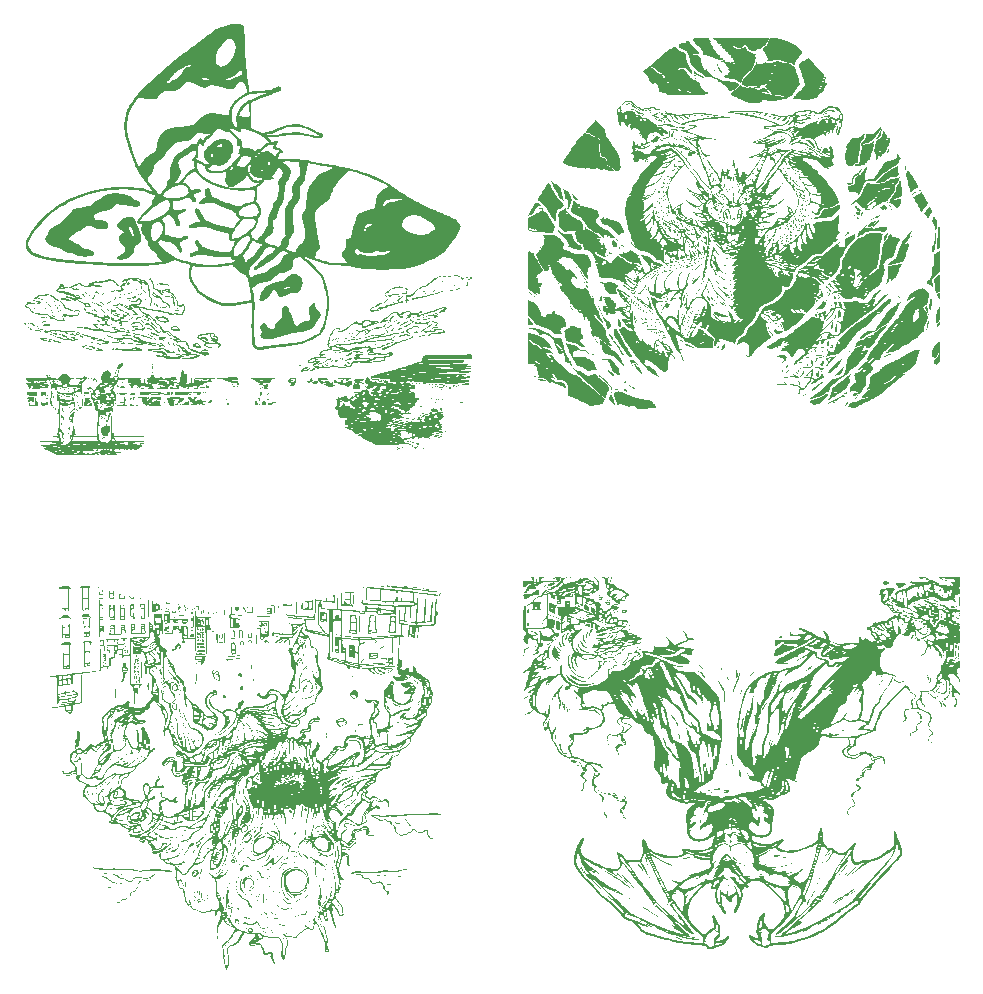
<source format=gto>
G04 #@! TF.GenerationSoftware,KiCad,Pcbnew,7.0.10*
G04 #@! TF.CreationDate,2024-06-20T08:36:21-05:00*
G04 #@! TF.ProjectId,g0dzilla_vs_sao1,6730647a-696c-46c6-915f-76735f73616f,1*
G04 #@! TF.SameCoordinates,Original*
G04 #@! TF.FileFunction,Legend,Top*
G04 #@! TF.FilePolarity,Positive*
%FSLAX46Y46*%
G04 Gerber Fmt 4.6, Leading zero omitted, Abs format (unit mm)*
G04 Created by KiCad (PCBNEW 7.0.10) date 2024-06-20 08:36:21*
%MOMM*%
%LPD*%
G01*
G04 APERTURE LIST*
G04 APERTURE END LIST*
G36*
X83764212Y-120650925D02*
G01*
X83749267Y-120638047D01*
X83754555Y-120635600D01*
X83764212Y-120650925D01*
G37*
G36*
X72433614Y-100757816D02*
G01*
X72412269Y-100779160D01*
X72390925Y-100757816D01*
X72412269Y-100736471D01*
X72433614Y-100757816D01*
G37*
G36*
X72988572Y-99306387D02*
G01*
X72967227Y-99327732D01*
X72945883Y-99306387D01*
X72967227Y-99285042D01*
X72988572Y-99306387D01*
G37*
G36*
X73628908Y-101568908D02*
G01*
X73607563Y-101590253D01*
X73586219Y-101568908D01*
X73607563Y-101547563D01*
X73628908Y-101568908D01*
G37*
G36*
X73628908Y-119498320D02*
G01*
X73607563Y-119519664D01*
X73586219Y-119498320D01*
X73607563Y-119476975D01*
X73628908Y-119498320D01*
G37*
G36*
X73756975Y-103148404D02*
G01*
X73735631Y-103169748D01*
X73714286Y-103148404D01*
X73735631Y-103127059D01*
X73756975Y-103148404D01*
G37*
G36*
X73799664Y-103233782D02*
G01*
X73778320Y-103255126D01*
X73756975Y-103233782D01*
X73778320Y-103212437D01*
X73799664Y-103233782D01*
G37*
G36*
X74055799Y-101995799D02*
G01*
X74034454Y-102017143D01*
X74013110Y-101995799D01*
X74034454Y-101974454D01*
X74055799Y-101995799D01*
G37*
G36*
X74183866Y-103746051D02*
G01*
X74162521Y-103767395D01*
X74141177Y-103746051D01*
X74162521Y-103724706D01*
X74183866Y-103746051D01*
G37*
G36*
X74226555Y-120949748D02*
G01*
X74205210Y-120971093D01*
X74183866Y-120949748D01*
X74205210Y-120928404D01*
X74226555Y-120949748D01*
G37*
G36*
X74269244Y-103788740D02*
G01*
X74247899Y-103810084D01*
X74226555Y-103788740D01*
X74247899Y-103767395D01*
X74269244Y-103788740D01*
G37*
G36*
X74269244Y-104941345D02*
G01*
X74247899Y-104962690D01*
X74226555Y-104941345D01*
X74247899Y-104920000D01*
X74269244Y-104941345D01*
G37*
G36*
X74311933Y-100757816D02*
G01*
X74290589Y-100779160D01*
X74269244Y-100757816D01*
X74290589Y-100736471D01*
X74311933Y-100757816D01*
G37*
G36*
X74397311Y-95293614D02*
G01*
X74375967Y-95314958D01*
X74354622Y-95293614D01*
X74375967Y-95272269D01*
X74397311Y-95293614D01*
G37*
G36*
X74696135Y-101910421D02*
G01*
X74674790Y-101931765D01*
X74653446Y-101910421D01*
X74674790Y-101889076D01*
X74696135Y-101910421D01*
G37*
G36*
X74866891Y-100672437D02*
G01*
X74845547Y-100693782D01*
X74824202Y-100672437D01*
X74845547Y-100651093D01*
X74866891Y-100672437D01*
G37*
G36*
X74866891Y-101568908D02*
G01*
X74845547Y-101590253D01*
X74824202Y-101568908D01*
X74845547Y-101547563D01*
X74866891Y-101568908D01*
G37*
G36*
X75037647Y-101654286D02*
G01*
X75016303Y-101675631D01*
X74994958Y-101654286D01*
X75016303Y-101632942D01*
X75037647Y-101654286D01*
G37*
G36*
X75165715Y-100757816D02*
G01*
X75144370Y-100779160D01*
X75123026Y-100757816D01*
X75144370Y-100736471D01*
X75165715Y-100757816D01*
G37*
G36*
X75251093Y-100800505D02*
G01*
X75229748Y-100821849D01*
X75208404Y-100800505D01*
X75229748Y-100779160D01*
X75251093Y-100800505D01*
G37*
G36*
X75251093Y-101910421D02*
G01*
X75229748Y-101931765D01*
X75208404Y-101910421D01*
X75229748Y-101889076D01*
X75251093Y-101910421D01*
G37*
G36*
X75677984Y-96574286D02*
G01*
X75656639Y-96595631D01*
X75635294Y-96574286D01*
X75656639Y-96552942D01*
X75677984Y-96574286D01*
G37*
G36*
X75677984Y-116638152D02*
G01*
X75656639Y-116659496D01*
X75635294Y-116638152D01*
X75656639Y-116616807D01*
X75677984Y-116638152D01*
G37*
G36*
X75848740Y-134396807D02*
G01*
X75827395Y-134418152D01*
X75806051Y-134396807D01*
X75827395Y-134375463D01*
X75848740Y-134396807D01*
G37*
G36*
X75934118Y-100587059D02*
G01*
X75912773Y-100608404D01*
X75891429Y-100587059D01*
X75912773Y-100565715D01*
X75934118Y-100587059D01*
G37*
G36*
X75934118Y-134567563D02*
G01*
X75912773Y-134588908D01*
X75891429Y-134567563D01*
X75912773Y-134546219D01*
X75934118Y-134567563D01*
G37*
G36*
X76062185Y-134226051D02*
G01*
X76040841Y-134247395D01*
X76019496Y-134226051D01*
X76040841Y-134204706D01*
X76062185Y-134226051D01*
G37*
G36*
X76062185Y-134311429D02*
G01*
X76040841Y-134332774D01*
X76019496Y-134311429D01*
X76040841Y-134290084D01*
X76062185Y-134311429D01*
G37*
G36*
X76104874Y-134396807D02*
G01*
X76083530Y-134418152D01*
X76062185Y-134396807D01*
X76083530Y-134375463D01*
X76104874Y-134396807D01*
G37*
G36*
X76531765Y-133927227D02*
G01*
X76510420Y-133948572D01*
X76489076Y-133927227D01*
X76510420Y-133905883D01*
X76531765Y-133927227D01*
G37*
G36*
X76531765Y-134567563D02*
G01*
X76510420Y-134588908D01*
X76489076Y-134567563D01*
X76510420Y-134546219D01*
X76531765Y-134567563D01*
G37*
G36*
X76574454Y-105624370D02*
G01*
X76553110Y-105645715D01*
X76531765Y-105624370D01*
X76553110Y-105603026D01*
X76574454Y-105624370D01*
G37*
G36*
X76574454Y-134055295D02*
G01*
X76553110Y-134076639D01*
X76531765Y-134055295D01*
X76553110Y-134033950D01*
X76574454Y-134055295D01*
G37*
G36*
X76659832Y-133841849D02*
G01*
X76638488Y-133863194D01*
X76617143Y-133841849D01*
X76638488Y-133820505D01*
X76659832Y-133841849D01*
G37*
G36*
X76873278Y-133713782D02*
G01*
X76851933Y-133735126D01*
X76830589Y-133713782D01*
X76851933Y-133692437D01*
X76873278Y-133713782D01*
G37*
G36*
X76915967Y-135378656D02*
G01*
X76894622Y-135400000D01*
X76873278Y-135378656D01*
X76894622Y-135357311D01*
X76915967Y-135378656D01*
G37*
G36*
X76915967Y-141653950D02*
G01*
X76894622Y-141675295D01*
X76873278Y-141653950D01*
X76894622Y-141632605D01*
X76915967Y-141653950D01*
G37*
G36*
X76958656Y-132945379D02*
G01*
X76937311Y-132966723D01*
X76915967Y-132945379D01*
X76937311Y-132924034D01*
X76958656Y-132945379D01*
G37*
G36*
X77086723Y-131622017D02*
G01*
X77065378Y-131643362D01*
X77044034Y-131622017D01*
X77065378Y-131600673D01*
X77086723Y-131622017D01*
G37*
G36*
X77086723Y-132134286D02*
G01*
X77065378Y-132155631D01*
X77044034Y-132134286D01*
X77065378Y-132112942D01*
X77086723Y-132134286D01*
G37*
G36*
X77129412Y-132048908D02*
G01*
X77108068Y-132070253D01*
X77086723Y-132048908D01*
X77108068Y-132027563D01*
X77129412Y-132048908D01*
G37*
G36*
X77300168Y-132390421D02*
G01*
X77278824Y-132411765D01*
X77257479Y-132390421D01*
X77278824Y-132369076D01*
X77300168Y-132390421D01*
G37*
G36*
X77300168Y-133756471D02*
G01*
X77278824Y-133777816D01*
X77257479Y-133756471D01*
X77278824Y-133735126D01*
X77300168Y-133756471D01*
G37*
G36*
X77300168Y-133884538D02*
G01*
X77278824Y-133905883D01*
X77257479Y-133884538D01*
X77278824Y-133863194D01*
X77300168Y-133884538D01*
G37*
G36*
X77300168Y-134354118D02*
G01*
X77278824Y-134375463D01*
X77257479Y-134354118D01*
X77278824Y-134332774D01*
X77300168Y-134354118D01*
G37*
G36*
X77342857Y-100373614D02*
G01*
X77321513Y-100394958D01*
X77300168Y-100373614D01*
X77321513Y-100352269D01*
X77342857Y-100373614D01*
G37*
G36*
X77385547Y-133756471D02*
G01*
X77364202Y-133777816D01*
X77342857Y-133756471D01*
X77364202Y-133735126D01*
X77385547Y-133756471D01*
G37*
G36*
X77812437Y-127950757D02*
G01*
X77791093Y-127972101D01*
X77769748Y-127950757D01*
X77791093Y-127929412D01*
X77812437Y-127950757D01*
G37*
G36*
X77812437Y-129060673D02*
G01*
X77791093Y-129082017D01*
X77769748Y-129060673D01*
X77791093Y-129039328D01*
X77812437Y-129060673D01*
G37*
G36*
X77940505Y-127822690D02*
G01*
X77919160Y-127844034D01*
X77897815Y-127822690D01*
X77919160Y-127801345D01*
X77940505Y-127822690D01*
G37*
G36*
X77940505Y-128420337D02*
G01*
X77919160Y-128441681D01*
X77897815Y-128420337D01*
X77919160Y-128398992D01*
X77940505Y-128420337D01*
G37*
G36*
X77983194Y-128633782D02*
G01*
X77961849Y-128655126D01*
X77940505Y-128633782D01*
X77961849Y-128612437D01*
X77983194Y-128633782D01*
G37*
G36*
X77983194Y-131280505D02*
G01*
X77961849Y-131301849D01*
X77940505Y-131280505D01*
X77961849Y-131259160D01*
X77983194Y-131280505D01*
G37*
G36*
X78025883Y-127737311D02*
G01*
X78004538Y-127758656D01*
X77983194Y-127737311D01*
X78004538Y-127715967D01*
X78025883Y-127737311D01*
G37*
G36*
X78025883Y-130512101D02*
G01*
X78004538Y-130533446D01*
X77983194Y-130512101D01*
X78004538Y-130490757D01*
X78025883Y-130512101D01*
G37*
G36*
X78111261Y-129188740D02*
G01*
X78089916Y-129210084D01*
X78068572Y-129188740D01*
X78089916Y-129167395D01*
X78111261Y-129188740D01*
G37*
G36*
X78153950Y-135805547D02*
G01*
X78132605Y-135826891D01*
X78111261Y-135805547D01*
X78132605Y-135784202D01*
X78153950Y-135805547D01*
G37*
G36*
X78196639Y-127694622D02*
G01*
X78175294Y-127715967D01*
X78153950Y-127694622D01*
X78175294Y-127673278D01*
X78196639Y-127694622D01*
G37*
G36*
X78239328Y-127609244D02*
G01*
X78217984Y-127630589D01*
X78196639Y-127609244D01*
X78217984Y-127587900D01*
X78239328Y-127609244D01*
G37*
G36*
X78282017Y-128932605D02*
G01*
X78260673Y-128953950D01*
X78239328Y-128932605D01*
X78260673Y-128911261D01*
X78282017Y-128932605D01*
G37*
G36*
X78282017Y-132988068D02*
G01*
X78260673Y-133009412D01*
X78239328Y-132988068D01*
X78260673Y-132966723D01*
X78282017Y-132988068D01*
G37*
G36*
X78282017Y-134951765D02*
G01*
X78260673Y-134973110D01*
X78239328Y-134951765D01*
X78260673Y-134930421D01*
X78282017Y-134951765D01*
G37*
G36*
X78282017Y-135677479D02*
G01*
X78260673Y-135698824D01*
X78239328Y-135677479D01*
X78260673Y-135656135D01*
X78282017Y-135677479D01*
G37*
G36*
X78367395Y-128761849D02*
G01*
X78346051Y-128783194D01*
X78324706Y-128761849D01*
X78346051Y-128740505D01*
X78367395Y-128761849D01*
G37*
G36*
X78495462Y-128676471D02*
G01*
X78474118Y-128697816D01*
X78452773Y-128676471D01*
X78474118Y-128655126D01*
X78495462Y-128676471D01*
G37*
G36*
X78495462Y-128761849D02*
G01*
X78474118Y-128783194D01*
X78452773Y-128761849D01*
X78474118Y-128740505D01*
X78495462Y-128761849D01*
G37*
G36*
X78538152Y-128591093D02*
G01*
X78516807Y-128612437D01*
X78495462Y-128591093D01*
X78516807Y-128569748D01*
X78538152Y-128591093D01*
G37*
G36*
X78580841Y-128505715D02*
G01*
X78559496Y-128527059D01*
X78538152Y-128505715D01*
X78559496Y-128484370D01*
X78580841Y-128505715D01*
G37*
G36*
X78623530Y-100843194D02*
G01*
X78602185Y-100864538D01*
X78580841Y-100843194D01*
X78602185Y-100821849D01*
X78623530Y-100843194D01*
G37*
G36*
X78794286Y-129017984D02*
G01*
X78772941Y-129039328D01*
X78751597Y-129017984D01*
X78772941Y-128996639D01*
X78794286Y-129017984D01*
G37*
G36*
X78794286Y-129444874D02*
G01*
X78772941Y-129466219D01*
X78751597Y-129444874D01*
X78772941Y-129423530D01*
X78794286Y-129444874D01*
G37*
G36*
X78794286Y-131792774D02*
G01*
X78772941Y-131814118D01*
X78751597Y-131792774D01*
X78772941Y-131771429D01*
X78794286Y-131792774D01*
G37*
G36*
X78879664Y-129060673D02*
G01*
X78858320Y-129082017D01*
X78836975Y-129060673D01*
X78858320Y-129039328D01*
X78879664Y-129060673D01*
G37*
G36*
X78922353Y-129786387D02*
G01*
X78901009Y-129807732D01*
X78879664Y-129786387D01*
X78901009Y-129765042D01*
X78922353Y-129786387D01*
G37*
G36*
X78965042Y-132134286D02*
G01*
X78943698Y-132155631D01*
X78922353Y-132134286D01*
X78943698Y-132112942D01*
X78965042Y-132134286D01*
G37*
G36*
X79007731Y-135079832D02*
G01*
X78986387Y-135101177D01*
X78965042Y-135079832D01*
X78986387Y-135058488D01*
X79007731Y-135079832D01*
G37*
G36*
X79135799Y-122016975D02*
G01*
X79114454Y-122038320D01*
X79093110Y-122016975D01*
X79114454Y-121995631D01*
X79135799Y-122016975D01*
G37*
G36*
X79135799Y-136573950D02*
G01*
X79114454Y-136595295D01*
X79093110Y-136573950D01*
X79114454Y-136552605D01*
X79135799Y-136573950D01*
G37*
G36*
X79306555Y-130810925D02*
G01*
X79285210Y-130832269D01*
X79263866Y-130810925D01*
X79285210Y-130789580D01*
X79306555Y-130810925D01*
G37*
G36*
X79349244Y-135378656D02*
G01*
X79327899Y-135400000D01*
X79306555Y-135378656D01*
X79327899Y-135357311D01*
X79349244Y-135378656D01*
G37*
G36*
X79349244Y-136872774D02*
G01*
X79327899Y-136894118D01*
X79306555Y-136872774D01*
X79327899Y-136851429D01*
X79349244Y-136872774D01*
G37*
G36*
X79391933Y-130682858D02*
G01*
X79370589Y-130704202D01*
X79349244Y-130682858D01*
X79370589Y-130661513D01*
X79391933Y-130682858D01*
G37*
G36*
X79391933Y-131365883D02*
G01*
X79370589Y-131387227D01*
X79349244Y-131365883D01*
X79370589Y-131344538D01*
X79391933Y-131365883D01*
G37*
G36*
X79477311Y-135079832D02*
G01*
X79455967Y-135101177D01*
X79434622Y-135079832D01*
X79455967Y-135058488D01*
X79477311Y-135079832D01*
G37*
G36*
X79562689Y-135079832D02*
G01*
X79541345Y-135101177D01*
X79520000Y-135079832D01*
X79541345Y-135058488D01*
X79562689Y-135079832D01*
G37*
G36*
X79776135Y-128036135D02*
G01*
X79754790Y-128057479D01*
X79733446Y-128036135D01*
X79754790Y-128014790D01*
X79776135Y-128036135D01*
G37*
G36*
X79818824Y-124194118D02*
G01*
X79797479Y-124215463D01*
X79776135Y-124194118D01*
X79797479Y-124172774D01*
X79818824Y-124194118D01*
G37*
G36*
X79818824Y-124877143D02*
G01*
X79797479Y-124898488D01*
X79776135Y-124877143D01*
X79797479Y-124855799D01*
X79818824Y-124877143D01*
G37*
G36*
X79861513Y-131109748D02*
G01*
X79840168Y-131131093D01*
X79818824Y-131109748D01*
X79840168Y-131088404D01*
X79861513Y-131109748D01*
G37*
G36*
X79861513Y-135634790D02*
G01*
X79840168Y-135656135D01*
X79818824Y-135634790D01*
X79840168Y-135613446D01*
X79861513Y-135634790D01*
G37*
G36*
X79946891Y-131067059D02*
G01*
X79925547Y-131088404D01*
X79904202Y-131067059D01*
X79925547Y-131045715D01*
X79946891Y-131067059D01*
G37*
G36*
X79989580Y-128164202D02*
G01*
X79968236Y-128185547D01*
X79946891Y-128164202D01*
X79968236Y-128142858D01*
X79989580Y-128164202D01*
G37*
G36*
X80032269Y-135549412D02*
G01*
X80010925Y-135570757D01*
X79989580Y-135549412D01*
X80010925Y-135528068D01*
X80032269Y-135549412D01*
G37*
G36*
X80117647Y-91878488D02*
G01*
X80096303Y-91899832D01*
X80074958Y-91878488D01*
X80096303Y-91857143D01*
X80117647Y-91878488D01*
G37*
G36*
X80117647Y-130938992D02*
G01*
X80096303Y-130960337D01*
X80074958Y-130938992D01*
X80096303Y-130917647D01*
X80117647Y-130938992D01*
G37*
G36*
X80203026Y-124706387D02*
G01*
X80181681Y-124727732D01*
X80160336Y-124706387D01*
X80181681Y-124685042D01*
X80203026Y-124706387D01*
G37*
G36*
X80203026Y-125261345D02*
G01*
X80181681Y-125282690D01*
X80160336Y-125261345D01*
X80181681Y-125240000D01*
X80203026Y-125261345D01*
G37*
G36*
X80373782Y-99946723D02*
G01*
X80352437Y-99968068D01*
X80331093Y-99946723D01*
X80352437Y-99925379D01*
X80373782Y-99946723D01*
G37*
G36*
X80672605Y-135250589D02*
G01*
X80651261Y-135271933D01*
X80629916Y-135250589D01*
X80651261Y-135229244D01*
X80672605Y-135250589D01*
G37*
G36*
X80800673Y-121632774D02*
G01*
X80779328Y-121654118D01*
X80757984Y-121632774D01*
X80779328Y-121611429D01*
X80800673Y-121632774D01*
G37*
G36*
X80843362Y-130853614D02*
G01*
X80822017Y-130874958D01*
X80800673Y-130853614D01*
X80822017Y-130832269D01*
X80843362Y-130853614D01*
G37*
G36*
X80886051Y-137299664D02*
G01*
X80864706Y-137321009D01*
X80843362Y-137299664D01*
X80864706Y-137278320D01*
X80886051Y-137299664D01*
G37*
G36*
X81142185Y-136360505D02*
G01*
X81120841Y-136381849D01*
X81099496Y-136360505D01*
X81120841Y-136339160D01*
X81142185Y-136360505D01*
G37*
G36*
X81227563Y-121035126D02*
G01*
X81206219Y-121056471D01*
X81184874Y-121035126D01*
X81206219Y-121013782D01*
X81227563Y-121035126D01*
G37*
G36*
X81355631Y-120650925D02*
G01*
X81334286Y-120672269D01*
X81312941Y-120650925D01*
X81334286Y-120629580D01*
X81355631Y-120650925D01*
G37*
G36*
X81441009Y-120693614D02*
G01*
X81419664Y-120714958D01*
X81398320Y-120693614D01*
X81419664Y-120672269D01*
X81441009Y-120693614D01*
G37*
G36*
X81483698Y-137641177D02*
G01*
X81462353Y-137662521D01*
X81441009Y-137641177D01*
X81462353Y-137619832D01*
X81483698Y-137641177D01*
G37*
G36*
X81739832Y-122614622D02*
G01*
X81718488Y-122635967D01*
X81697143Y-122614622D01*
X81718488Y-122593278D01*
X81739832Y-122614622D01*
G37*
G36*
X81867899Y-122187732D02*
G01*
X81846555Y-122209076D01*
X81825210Y-122187732D01*
X81846555Y-122166387D01*
X81867899Y-122187732D01*
G37*
G36*
X81910589Y-138366891D02*
G01*
X81889244Y-138388236D01*
X81867899Y-138366891D01*
X81889244Y-138345547D01*
X81910589Y-138366891D01*
G37*
G36*
X82038656Y-137128908D02*
G01*
X82017311Y-137150253D01*
X81995967Y-137128908D01*
X82017311Y-137107563D01*
X82038656Y-137128908D01*
G37*
G36*
X82166723Y-122145042D02*
G01*
X82145378Y-122166387D01*
X82124034Y-122145042D01*
X82145378Y-122123698D01*
X82166723Y-122145042D01*
G37*
G36*
X82166723Y-124535631D02*
G01*
X82145378Y-124556975D01*
X82124034Y-124535631D01*
X82145378Y-124514286D01*
X82166723Y-124535631D01*
G37*
G36*
X82166723Y-124877143D02*
G01*
X82145378Y-124898488D01*
X82124034Y-124877143D01*
X82145378Y-124855799D01*
X82166723Y-124877143D01*
G37*
G36*
X82166723Y-125005211D02*
G01*
X82145378Y-125026555D01*
X82124034Y-125005211D01*
X82145378Y-124983866D01*
X82166723Y-125005211D01*
G37*
G36*
X82166723Y-125175967D02*
G01*
X82145378Y-125197311D01*
X82124034Y-125175967D01*
X82145378Y-125154622D01*
X82166723Y-125175967D01*
G37*
G36*
X82209412Y-124279496D02*
G01*
X82188068Y-124300841D01*
X82166723Y-124279496D01*
X82188068Y-124258152D01*
X82209412Y-124279496D01*
G37*
G36*
X82252101Y-125517479D02*
G01*
X82230757Y-125538824D01*
X82209412Y-125517479D01*
X82230757Y-125496135D01*
X82252101Y-125517479D01*
G37*
G36*
X82294790Y-137171597D02*
G01*
X82273446Y-137192942D01*
X82252101Y-137171597D01*
X82273446Y-137150253D01*
X82294790Y-137171597D01*
G37*
G36*
X82422857Y-125389412D02*
G01*
X82401513Y-125410757D01*
X82380168Y-125389412D01*
X82401513Y-125368068D01*
X82422857Y-125389412D01*
G37*
G36*
X82422857Y-125560169D02*
G01*
X82401513Y-125581513D01*
X82380168Y-125560169D01*
X82401513Y-125538824D01*
X82422857Y-125560169D01*
G37*
G36*
X82422857Y-126627395D02*
G01*
X82401513Y-126648740D01*
X82380168Y-126627395D01*
X82401513Y-126606051D01*
X82422857Y-126627395D01*
G37*
G36*
X82465547Y-122956135D02*
G01*
X82444202Y-122977479D01*
X82422857Y-122956135D01*
X82444202Y-122934790D01*
X82465547Y-122956135D01*
G37*
G36*
X82550925Y-123126891D02*
G01*
X82529580Y-123148236D01*
X82508236Y-123126891D01*
X82529580Y-123105547D01*
X82550925Y-123126891D01*
G37*
G36*
X82550925Y-123340337D02*
G01*
X82529580Y-123361681D01*
X82508236Y-123340337D01*
X82529580Y-123318992D01*
X82550925Y-123340337D01*
G37*
G36*
X82593614Y-139263362D02*
G01*
X82572269Y-139284706D01*
X82550925Y-139263362D01*
X82572269Y-139242017D01*
X82593614Y-139263362D01*
G37*
G36*
X82678992Y-123553782D02*
G01*
X82657647Y-123575126D01*
X82636303Y-123553782D01*
X82657647Y-123532437D01*
X82678992Y-123553782D01*
G37*
G36*
X82678992Y-139263362D02*
G01*
X82657647Y-139284706D01*
X82636303Y-139263362D01*
X82657647Y-139242017D01*
X82678992Y-139263362D01*
G37*
G36*
X82849748Y-123511093D02*
G01*
X82828404Y-123532437D01*
X82807059Y-123511093D01*
X82828404Y-123489748D01*
X82849748Y-123511093D01*
G37*
G36*
X82892437Y-125816303D02*
G01*
X82871093Y-125837647D01*
X82849748Y-125816303D01*
X82871093Y-125794958D01*
X82892437Y-125816303D01*
G37*
G36*
X82935126Y-138238824D02*
G01*
X82913782Y-138260169D01*
X82892437Y-138238824D01*
X82913782Y-138217479D01*
X82935126Y-138238824D01*
G37*
G36*
X82977815Y-124407563D02*
G01*
X82956471Y-124428908D01*
X82935126Y-124407563D01*
X82956471Y-124386219D01*
X82977815Y-124407563D01*
G37*
G36*
X83105883Y-127310421D02*
G01*
X83084538Y-127331765D01*
X83063194Y-127310421D01*
X83084538Y-127289076D01*
X83105883Y-127310421D01*
G37*
G36*
X83105883Y-129060673D02*
G01*
X83084538Y-129082017D01*
X83063194Y-129060673D01*
X83084538Y-129039328D01*
X83105883Y-129060673D01*
G37*
G36*
X83105883Y-138110757D02*
G01*
X83084538Y-138132101D01*
X83063194Y-138110757D01*
X83084538Y-138089412D01*
X83105883Y-138110757D01*
G37*
G36*
X83148572Y-100501681D02*
G01*
X83127227Y-100523026D01*
X83105883Y-100501681D01*
X83127227Y-100480337D01*
X83148572Y-100501681D01*
G37*
G36*
X83148572Y-129146051D02*
G01*
X83127227Y-129167395D01*
X83105883Y-129146051D01*
X83127227Y-129124706D01*
X83148572Y-129146051D01*
G37*
G36*
X83191261Y-125261345D02*
G01*
X83169916Y-125282690D01*
X83148572Y-125261345D01*
X83169916Y-125240000D01*
X83191261Y-125261345D01*
G37*
G36*
X83191261Y-138110757D02*
G01*
X83169916Y-138132101D01*
X83148572Y-138110757D01*
X83169916Y-138089412D01*
X83191261Y-138110757D01*
G37*
G36*
X83233950Y-125090589D02*
G01*
X83212605Y-125111933D01*
X83191261Y-125090589D01*
X83212605Y-125069244D01*
X83233950Y-125090589D01*
G37*
G36*
X83276639Y-124706387D02*
G01*
X83255294Y-124727732D01*
X83233950Y-124706387D01*
X83255294Y-124685042D01*
X83276639Y-124706387D01*
G37*
G36*
X83362017Y-138665715D02*
G01*
X83340673Y-138687059D01*
X83319328Y-138665715D01*
X83340673Y-138644370D01*
X83362017Y-138665715D01*
G37*
G36*
X83447395Y-125261345D02*
G01*
X83426051Y-125282690D01*
X83404706Y-125261345D01*
X83426051Y-125240000D01*
X83447395Y-125261345D01*
G37*
G36*
X83532773Y-125645547D02*
G01*
X83511429Y-125666891D01*
X83490084Y-125645547D01*
X83511429Y-125624202D01*
X83532773Y-125645547D01*
G37*
G36*
X83532773Y-130384034D02*
G01*
X83511429Y-130405379D01*
X83490084Y-130384034D01*
X83511429Y-130362690D01*
X83532773Y-130384034D01*
G37*
G36*
X83532773Y-137000841D02*
G01*
X83511429Y-137022185D01*
X83490084Y-137000841D01*
X83511429Y-136979496D01*
X83532773Y-137000841D01*
G37*
G36*
X83618152Y-129060673D02*
G01*
X83596807Y-129082017D01*
X83575462Y-129060673D01*
X83596807Y-129039328D01*
X83618152Y-129060673D01*
G37*
G36*
X83660841Y-125560169D02*
G01*
X83639496Y-125581513D01*
X83618152Y-125560169D01*
X83639496Y-125538824D01*
X83660841Y-125560169D01*
G37*
G36*
X83660841Y-129146051D02*
G01*
X83639496Y-129167395D01*
X83618152Y-129146051D01*
X83639496Y-129124706D01*
X83660841Y-129146051D01*
G37*
G36*
X83660841Y-136573950D02*
G01*
X83639496Y-136595295D01*
X83618152Y-136573950D01*
X83639496Y-136552605D01*
X83660841Y-136573950D01*
G37*
G36*
X83660841Y-139348740D02*
G01*
X83639496Y-139370084D01*
X83618152Y-139348740D01*
X83639496Y-139327395D01*
X83660841Y-139348740D01*
G37*
G36*
X83660841Y-140373278D02*
G01*
X83639496Y-140394622D01*
X83618152Y-140373278D01*
X83639496Y-140351933D01*
X83660841Y-140373278D01*
G37*
G36*
X83703530Y-125261345D02*
G01*
X83682185Y-125282690D01*
X83660841Y-125261345D01*
X83682185Y-125240000D01*
X83703530Y-125261345D01*
G37*
G36*
X83703530Y-127566555D02*
G01*
X83682185Y-127587900D01*
X83660841Y-127566555D01*
X83682185Y-127545211D01*
X83703530Y-127566555D01*
G37*
G36*
X83703530Y-139476807D02*
G01*
X83682185Y-139498152D01*
X83660841Y-139476807D01*
X83682185Y-139455463D01*
X83703530Y-139476807D01*
G37*
G36*
X83746219Y-125432101D02*
G01*
X83724874Y-125453446D01*
X83703530Y-125432101D01*
X83724874Y-125410757D01*
X83746219Y-125432101D01*
G37*
G36*
X83746219Y-129316807D02*
G01*
X83724874Y-129338152D01*
X83703530Y-129316807D01*
X83724874Y-129295463D01*
X83746219Y-129316807D01*
G37*
G36*
X83746219Y-130512101D02*
G01*
X83724874Y-130533446D01*
X83703530Y-130512101D01*
X83724874Y-130490757D01*
X83746219Y-130512101D01*
G37*
G36*
X83788908Y-139177984D02*
G01*
X83767563Y-139199328D01*
X83746219Y-139177984D01*
X83767563Y-139156639D01*
X83788908Y-139177984D01*
G37*
G36*
X83788908Y-139476807D02*
G01*
X83767563Y-139498152D01*
X83746219Y-139476807D01*
X83767563Y-139455463D01*
X83788908Y-139476807D01*
G37*
G36*
X83788908Y-140373278D02*
G01*
X83767563Y-140394622D01*
X83746219Y-140373278D01*
X83767563Y-140351933D01*
X83788908Y-140373278D01*
G37*
G36*
X83874286Y-118857984D02*
G01*
X83852941Y-118879328D01*
X83831597Y-118857984D01*
X83852941Y-118836639D01*
X83874286Y-118857984D01*
G37*
G36*
X83916975Y-125133278D02*
G01*
X83895631Y-125154622D01*
X83874286Y-125133278D01*
X83895631Y-125111933D01*
X83916975Y-125133278D01*
G37*
G36*
X83916975Y-125261345D02*
G01*
X83895631Y-125282690D01*
X83874286Y-125261345D01*
X83895631Y-125240000D01*
X83916975Y-125261345D01*
G37*
G36*
X83916975Y-127822690D02*
G01*
X83895631Y-127844034D01*
X83874286Y-127822690D01*
X83895631Y-127801345D01*
X83916975Y-127822690D01*
G37*
G36*
X83916975Y-136018992D02*
G01*
X83895631Y-136040337D01*
X83874286Y-136018992D01*
X83895631Y-135997647D01*
X83916975Y-136018992D01*
G37*
G36*
X83916975Y-136275126D02*
G01*
X83895631Y-136296471D01*
X83874286Y-136275126D01*
X83895631Y-136253782D01*
X83916975Y-136275126D01*
G37*
G36*
X83916975Y-139007227D02*
G01*
X83895631Y-139028572D01*
X83874286Y-139007227D01*
X83895631Y-138985883D01*
X83916975Y-139007227D01*
G37*
G36*
X83959664Y-127993446D02*
G01*
X83938320Y-128014790D01*
X83916975Y-127993446D01*
X83938320Y-127972101D01*
X83959664Y-127993446D01*
G37*
G36*
X83959664Y-128078824D02*
G01*
X83938320Y-128100169D01*
X83916975Y-128078824D01*
X83938320Y-128057479D01*
X83959664Y-128078824D01*
G37*
G36*
X84002353Y-128206891D02*
G01*
X83981009Y-128228236D01*
X83959664Y-128206891D01*
X83981009Y-128185547D01*
X84002353Y-128206891D01*
G37*
G36*
X84002353Y-128505715D02*
G01*
X83981009Y-128527059D01*
X83959664Y-128505715D01*
X83981009Y-128484370D01*
X84002353Y-128505715D01*
G37*
G36*
X84002353Y-129188740D02*
G01*
X83981009Y-129210084D01*
X83959664Y-129188740D01*
X83981009Y-129167395D01*
X84002353Y-129188740D01*
G37*
G36*
X84045042Y-121462017D02*
G01*
X84023698Y-121483362D01*
X84002353Y-121462017D01*
X84023698Y-121440673D01*
X84045042Y-121462017D01*
G37*
G36*
X84045042Y-130682858D02*
G01*
X84023698Y-130704202D01*
X84002353Y-130682858D01*
X84023698Y-130661513D01*
X84045042Y-130682858D01*
G37*
G36*
X84087731Y-128463026D02*
G01*
X84066387Y-128484370D01*
X84045042Y-128463026D01*
X84066387Y-128441681D01*
X84087731Y-128463026D01*
G37*
G36*
X84087731Y-140117143D02*
G01*
X84066387Y-140138488D01*
X84045042Y-140117143D01*
X84066387Y-140095799D01*
X84087731Y-140117143D01*
G37*
G36*
X84130420Y-128591093D02*
G01*
X84109076Y-128612437D01*
X84087731Y-128591093D01*
X84109076Y-128569748D01*
X84130420Y-128591093D01*
G37*
G36*
X84130420Y-128889916D02*
G01*
X84109076Y-128911261D01*
X84087731Y-128889916D01*
X84109076Y-128868572D01*
X84130420Y-128889916D01*
G37*
G36*
X84130420Y-130768236D02*
G01*
X84109076Y-130789580D01*
X84087731Y-130768236D01*
X84109076Y-130746891D01*
X84130420Y-130768236D01*
G37*
G36*
X84173110Y-129060673D02*
G01*
X84151765Y-129082017D01*
X84130420Y-129060673D01*
X84151765Y-129039328D01*
X84173110Y-129060673D01*
G37*
G36*
X84258488Y-130810925D02*
G01*
X84237143Y-130832269D01*
X84215799Y-130810925D01*
X84237143Y-130789580D01*
X84258488Y-130810925D01*
G37*
G36*
X84258488Y-142251597D02*
G01*
X84237143Y-142272942D01*
X84215799Y-142251597D01*
X84237143Y-142230253D01*
X84258488Y-142251597D01*
G37*
G36*
X84301177Y-134567563D02*
G01*
X84279832Y-134588908D01*
X84258488Y-134567563D01*
X84279832Y-134546219D01*
X84301177Y-134567563D01*
G37*
G36*
X84343866Y-130896303D02*
G01*
X84322521Y-130917647D01*
X84301177Y-130896303D01*
X84322521Y-130874958D01*
X84343866Y-130896303D01*
G37*
G36*
X84343866Y-138324202D02*
G01*
X84322521Y-138345547D01*
X84301177Y-138324202D01*
X84322521Y-138302858D01*
X84343866Y-138324202D01*
G37*
G36*
X84386555Y-126499328D02*
G01*
X84365210Y-126520673D01*
X84343866Y-126499328D01*
X84365210Y-126477984D01*
X84386555Y-126499328D01*
G37*
G36*
X84386555Y-126627395D02*
G01*
X84365210Y-126648740D01*
X84343866Y-126627395D01*
X84365210Y-126606051D01*
X84386555Y-126627395D01*
G37*
G36*
X84429244Y-132731933D02*
G01*
X84407899Y-132753278D01*
X84386555Y-132731933D01*
X84407899Y-132710589D01*
X84429244Y-132731933D01*
G37*
G36*
X84429244Y-137555799D02*
G01*
X84407899Y-137577143D01*
X84386555Y-137555799D01*
X84407899Y-137534454D01*
X84429244Y-137555799D01*
G37*
G36*
X84471933Y-126627395D02*
G01*
X84450589Y-126648740D01*
X84429244Y-126627395D01*
X84450589Y-126606051D01*
X84471933Y-126627395D01*
G37*
G36*
X84514622Y-134055295D02*
G01*
X84493278Y-134076639D01*
X84471933Y-134055295D01*
X84493278Y-134033950D01*
X84514622Y-134055295D01*
G37*
G36*
X84557311Y-126755463D02*
G01*
X84535967Y-126776807D01*
X84514622Y-126755463D01*
X84535967Y-126734118D01*
X84557311Y-126755463D01*
G37*
G36*
X84557311Y-134951765D02*
G01*
X84535967Y-134973110D01*
X84514622Y-134951765D01*
X84535967Y-134930421D01*
X84557311Y-134951765D01*
G37*
G36*
X84600000Y-130938992D02*
G01*
X84578656Y-130960337D01*
X84557311Y-130938992D01*
X84578656Y-130917647D01*
X84600000Y-130938992D01*
G37*
G36*
X84600000Y-131451261D02*
G01*
X84578656Y-131472605D01*
X84557311Y-131451261D01*
X84578656Y-131429916D01*
X84600000Y-131451261D01*
G37*
G36*
X84685378Y-100501681D02*
G01*
X84664034Y-100523026D01*
X84642689Y-100501681D01*
X84664034Y-100480337D01*
X84685378Y-100501681D01*
G37*
G36*
X84685378Y-127182353D02*
G01*
X84664034Y-127203698D01*
X84642689Y-127182353D01*
X84664034Y-127161009D01*
X84685378Y-127182353D01*
G37*
G36*
X84685378Y-130384034D02*
G01*
X84664034Y-130405379D01*
X84642689Y-130384034D01*
X84664034Y-130362690D01*
X84685378Y-130384034D01*
G37*
G36*
X84728068Y-127011597D02*
G01*
X84706723Y-127032942D01*
X84685378Y-127011597D01*
X84706723Y-126990253D01*
X84728068Y-127011597D01*
G37*
G36*
X84728068Y-131536639D02*
G01*
X84706723Y-131557984D01*
X84685378Y-131536639D01*
X84706723Y-131515295D01*
X84728068Y-131536639D01*
G37*
G36*
X84728068Y-137128908D02*
G01*
X84706723Y-137150253D01*
X84685378Y-137128908D01*
X84706723Y-137107563D01*
X84728068Y-137128908D01*
G37*
G36*
X84813446Y-128889916D02*
G01*
X84792101Y-128911261D01*
X84770757Y-128889916D01*
X84792101Y-128868572D01*
X84813446Y-128889916D01*
G37*
G36*
X84813446Y-143190757D02*
G01*
X84792101Y-143212101D01*
X84770757Y-143190757D01*
X84792101Y-143169412D01*
X84813446Y-143190757D01*
G37*
G36*
X84813446Y-143276135D02*
G01*
X84792101Y-143297479D01*
X84770757Y-143276135D01*
X84792101Y-143254790D01*
X84813446Y-143276135D01*
G37*
G36*
X84856135Y-139177984D02*
G01*
X84834790Y-139199328D01*
X84813446Y-139177984D01*
X84834790Y-139156639D01*
X84856135Y-139177984D01*
G37*
G36*
X84856135Y-139263362D02*
G01*
X84834790Y-139284706D01*
X84813446Y-139263362D01*
X84834790Y-139242017D01*
X84856135Y-139263362D01*
G37*
G36*
X84856135Y-143105379D02*
G01*
X84834790Y-143126723D01*
X84813446Y-143105379D01*
X84834790Y-143084034D01*
X84856135Y-143105379D01*
G37*
G36*
X84941513Y-143105379D02*
G01*
X84920168Y-143126723D01*
X84898824Y-143105379D01*
X84920168Y-143084034D01*
X84941513Y-143105379D01*
G37*
G36*
X84984202Y-98879496D02*
G01*
X84962857Y-98900841D01*
X84941513Y-98879496D01*
X84962857Y-98858152D01*
X84984202Y-98879496D01*
G37*
G36*
X84984202Y-98964874D02*
G01*
X84962857Y-98986219D01*
X84941513Y-98964874D01*
X84962857Y-98943530D01*
X84984202Y-98964874D01*
G37*
G36*
X84984202Y-132305042D02*
G01*
X84962857Y-132326387D01*
X84941513Y-132305042D01*
X84962857Y-132283698D01*
X84984202Y-132305042D01*
G37*
G36*
X84984202Y-140159832D02*
G01*
X84962857Y-140181177D01*
X84941513Y-140159832D01*
X84962857Y-140138488D01*
X84984202Y-140159832D01*
G37*
G36*
X85026891Y-135207900D02*
G01*
X85005547Y-135229244D01*
X84984202Y-135207900D01*
X85005547Y-135186555D01*
X85026891Y-135207900D01*
G37*
G36*
X85069580Y-129701009D02*
G01*
X85048236Y-129722353D01*
X85026891Y-129701009D01*
X85048236Y-129679664D01*
X85069580Y-129701009D01*
G37*
G36*
X85112269Y-135165211D02*
G01*
X85090925Y-135186555D01*
X85069580Y-135165211D01*
X85090925Y-135143866D01*
X85112269Y-135165211D01*
G37*
G36*
X85112269Y-135250589D02*
G01*
X85090925Y-135271933D01*
X85069580Y-135250589D01*
X85090925Y-135229244D01*
X85112269Y-135250589D01*
G37*
G36*
X85154958Y-129017984D02*
G01*
X85133614Y-129039328D01*
X85112269Y-129017984D01*
X85133614Y-128996639D01*
X85154958Y-129017984D01*
G37*
G36*
X85240336Y-131536639D02*
G01*
X85218992Y-131557984D01*
X85197647Y-131536639D01*
X85218992Y-131515295D01*
X85240336Y-131536639D01*
G37*
G36*
X85283026Y-129786387D02*
G01*
X85261681Y-129807732D01*
X85240336Y-129786387D01*
X85261681Y-129765042D01*
X85283026Y-129786387D01*
G37*
G36*
X85283026Y-135933614D02*
G01*
X85261681Y-135954958D01*
X85240336Y-135933614D01*
X85261681Y-135912269D01*
X85283026Y-135933614D01*
G37*
G36*
X85283026Y-141397816D02*
G01*
X85261681Y-141419160D01*
X85240336Y-141397816D01*
X85261681Y-141376471D01*
X85283026Y-141397816D01*
G37*
G36*
X85325715Y-138452269D02*
G01*
X85304370Y-138473614D01*
X85283026Y-138452269D01*
X85304370Y-138430925D01*
X85325715Y-138452269D01*
G37*
G36*
X85411093Y-129914454D02*
G01*
X85389748Y-129935799D01*
X85368404Y-129914454D01*
X85389748Y-129893110D01*
X85411093Y-129914454D01*
G37*
G36*
X85453782Y-132689244D02*
G01*
X85432437Y-132710589D01*
X85411093Y-132689244D01*
X85432437Y-132667900D01*
X85453782Y-132689244D01*
G37*
G36*
X85453782Y-139263362D02*
G01*
X85432437Y-139284706D01*
X85411093Y-139263362D01*
X85432437Y-139242017D01*
X85453782Y-139263362D01*
G37*
G36*
X85496471Y-127950757D02*
G01*
X85475126Y-127972101D01*
X85453782Y-127950757D01*
X85475126Y-127929412D01*
X85496471Y-127950757D01*
G37*
G36*
X85539160Y-127737311D02*
G01*
X85517815Y-127758656D01*
X85496471Y-127737311D01*
X85517815Y-127715967D01*
X85539160Y-127737311D01*
G37*
G36*
X85581849Y-135549412D02*
G01*
X85560505Y-135570757D01*
X85539160Y-135549412D01*
X85560505Y-135528068D01*
X85581849Y-135549412D01*
G37*
G36*
X85581849Y-139434118D02*
G01*
X85560505Y-139455463D01*
X85539160Y-139434118D01*
X85560505Y-139412774D01*
X85581849Y-139434118D01*
G37*
G36*
X85624538Y-122828068D02*
G01*
X85603194Y-122849412D01*
X85581849Y-122828068D01*
X85603194Y-122806723D01*
X85624538Y-122828068D01*
G37*
G36*
X85624538Y-128676471D02*
G01*
X85603194Y-128697816D01*
X85581849Y-128676471D01*
X85603194Y-128655126D01*
X85624538Y-128676471D01*
G37*
G36*
X85667227Y-130725547D02*
G01*
X85645883Y-130746891D01*
X85624538Y-130725547D01*
X85645883Y-130704202D01*
X85667227Y-130725547D01*
G37*
G36*
X85667227Y-139135295D02*
G01*
X85645883Y-139156639D01*
X85624538Y-139135295D01*
X85645883Y-139113950D01*
X85667227Y-139135295D01*
G37*
G36*
X85667227Y-139775631D02*
G01*
X85645883Y-139796975D01*
X85624538Y-139775631D01*
X85645883Y-139754286D01*
X85667227Y-139775631D01*
G37*
G36*
X85709916Y-136531261D02*
G01*
X85688572Y-136552605D01*
X85667227Y-136531261D01*
X85688572Y-136509916D01*
X85709916Y-136531261D01*
G37*
G36*
X85752605Y-139092605D02*
G01*
X85731261Y-139113950D01*
X85709916Y-139092605D01*
X85731261Y-139071261D01*
X85752605Y-139092605D01*
G37*
G36*
X85795294Y-143318824D02*
G01*
X85773950Y-143340169D01*
X85752605Y-143318824D01*
X85773950Y-143297479D01*
X85795294Y-143318824D01*
G37*
G36*
X85923362Y-132603866D02*
G01*
X85902017Y-132625211D01*
X85880673Y-132603866D01*
X85902017Y-132582521D01*
X85923362Y-132603866D01*
G37*
G36*
X85923362Y-134311429D02*
G01*
X85902017Y-134332774D01*
X85880673Y-134311429D01*
X85902017Y-134290084D01*
X85923362Y-134311429D01*
G37*
G36*
X85923362Y-136787395D02*
G01*
X85902017Y-136808740D01*
X85880673Y-136787395D01*
X85902017Y-136766051D01*
X85923362Y-136787395D01*
G37*
G36*
X85966051Y-134567563D02*
G01*
X85944706Y-134588908D01*
X85923362Y-134567563D01*
X85944706Y-134546219D01*
X85966051Y-134567563D01*
G37*
G36*
X85966051Y-137555799D02*
G01*
X85944706Y-137577143D01*
X85923362Y-137555799D01*
X85944706Y-137534454D01*
X85966051Y-137555799D01*
G37*
G36*
X86008740Y-136104370D02*
G01*
X85987395Y-136125715D01*
X85966051Y-136104370D01*
X85987395Y-136083026D01*
X86008740Y-136104370D01*
G37*
G36*
X86051429Y-128206891D02*
G01*
X86030084Y-128228236D01*
X86008740Y-128206891D01*
X86030084Y-128185547D01*
X86051429Y-128206891D01*
G37*
G36*
X86051429Y-134738320D02*
G01*
X86030084Y-134759664D01*
X86008740Y-134738320D01*
X86030084Y-134716975D01*
X86051429Y-134738320D01*
G37*
G36*
X86051429Y-136573950D02*
G01*
X86030084Y-136595295D01*
X86008740Y-136573950D01*
X86030084Y-136552605D01*
X86051429Y-136573950D01*
G37*
G36*
X86051429Y-139049916D02*
G01*
X86030084Y-139071261D01*
X86008740Y-139049916D01*
X86030084Y-139028572D01*
X86051429Y-139049916D01*
G37*
G36*
X86051429Y-142891933D02*
G01*
X86030084Y-142913278D01*
X86008740Y-142891933D01*
X86030084Y-142870589D01*
X86051429Y-142891933D01*
G37*
G36*
X86094118Y-127950757D02*
G01*
X86072773Y-127972101D01*
X86051429Y-127950757D01*
X86072773Y-127929412D01*
X86094118Y-127950757D01*
G37*
G36*
X86094118Y-136488572D02*
G01*
X86072773Y-136509916D01*
X86051429Y-136488572D01*
X86072773Y-136467227D01*
X86094118Y-136488572D01*
G37*
G36*
X86094118Y-142977311D02*
G01*
X86072773Y-142998656D01*
X86051429Y-142977311D01*
X86072773Y-142955967D01*
X86094118Y-142977311D01*
G37*
G36*
X86179496Y-126883530D02*
G01*
X86158152Y-126904874D01*
X86136807Y-126883530D01*
X86158152Y-126862185D01*
X86179496Y-126883530D01*
G37*
G36*
X86179496Y-143660337D02*
G01*
X86158152Y-143681681D01*
X86136807Y-143660337D01*
X86158152Y-143638992D01*
X86179496Y-143660337D01*
G37*
G36*
X86222185Y-101355463D02*
G01*
X86200841Y-101376807D01*
X86179496Y-101355463D01*
X86200841Y-101334118D01*
X86222185Y-101355463D01*
G37*
G36*
X86222185Y-126029748D02*
G01*
X86200841Y-126051093D01*
X86179496Y-126029748D01*
X86200841Y-126008404D01*
X86222185Y-126029748D01*
G37*
G36*
X86222185Y-128505715D02*
G01*
X86200841Y-128527059D01*
X86179496Y-128505715D01*
X86200841Y-128484370D01*
X86222185Y-128505715D01*
G37*
G36*
X86222185Y-128975295D02*
G01*
X86200841Y-128996639D01*
X86179496Y-128975295D01*
X86200841Y-128953950D01*
X86222185Y-128975295D01*
G37*
G36*
X86222185Y-129999832D02*
G01*
X86200841Y-130021177D01*
X86179496Y-129999832D01*
X86200841Y-129978488D01*
X86222185Y-129999832D01*
G37*
G36*
X86222185Y-135506723D02*
G01*
X86200841Y-135528068D01*
X86179496Y-135506723D01*
X86200841Y-135485379D01*
X86222185Y-135506723D01*
G37*
G36*
X86307563Y-127011597D02*
G01*
X86286219Y-127032942D01*
X86264874Y-127011597D01*
X86286219Y-126990253D01*
X86307563Y-127011597D01*
G37*
G36*
X86307563Y-130042521D02*
G01*
X86286219Y-130063866D01*
X86264874Y-130042521D01*
X86286219Y-130021177D01*
X86307563Y-130042521D01*
G37*
G36*
X86307563Y-130213278D02*
G01*
X86286219Y-130234622D01*
X86264874Y-130213278D01*
X86286219Y-130191933D01*
X86307563Y-130213278D01*
G37*
G36*
X86307563Y-135976303D02*
G01*
X86286219Y-135997647D01*
X86264874Y-135976303D01*
X86286219Y-135954958D01*
X86307563Y-135976303D01*
G37*
G36*
X86350252Y-134354118D02*
G01*
X86328908Y-134375463D01*
X86307563Y-134354118D01*
X86328908Y-134332774D01*
X86350252Y-134354118D01*
G37*
G36*
X86350252Y-134695631D02*
G01*
X86328908Y-134716975D01*
X86307563Y-134695631D01*
X86328908Y-134674286D01*
X86350252Y-134695631D01*
G37*
G36*
X86350252Y-135890925D02*
G01*
X86328908Y-135912269D01*
X86307563Y-135890925D01*
X86328908Y-135869580D01*
X86350252Y-135890925D01*
G37*
G36*
X86350252Y-136531261D02*
G01*
X86328908Y-136552605D01*
X86307563Y-136531261D01*
X86328908Y-136509916D01*
X86350252Y-136531261D01*
G37*
G36*
X86392941Y-127054286D02*
G01*
X86371597Y-127075631D01*
X86350252Y-127054286D01*
X86371597Y-127032942D01*
X86392941Y-127054286D01*
G37*
G36*
X86392941Y-128036135D02*
G01*
X86371597Y-128057479D01*
X86350252Y-128036135D01*
X86371597Y-128014790D01*
X86392941Y-128036135D01*
G37*
G36*
X86392941Y-137683866D02*
G01*
X86371597Y-137705211D01*
X86350252Y-137683866D01*
X86371597Y-137662521D01*
X86392941Y-137683866D01*
G37*
G36*
X86435631Y-127182353D02*
G01*
X86414286Y-127203698D01*
X86392941Y-127182353D01*
X86414286Y-127161009D01*
X86435631Y-127182353D01*
G37*
G36*
X86435631Y-134140673D02*
G01*
X86414286Y-134162017D01*
X86392941Y-134140673D01*
X86414286Y-134119328D01*
X86435631Y-134140673D01*
G37*
G36*
X86435631Y-135207900D02*
G01*
X86414286Y-135229244D01*
X86392941Y-135207900D01*
X86414286Y-135186555D01*
X86435631Y-135207900D01*
G37*
G36*
X86435631Y-135677479D02*
G01*
X86414286Y-135698824D01*
X86392941Y-135677479D01*
X86414286Y-135656135D01*
X86435631Y-135677479D01*
G37*
G36*
X86521009Y-127182353D02*
G01*
X86499664Y-127203698D01*
X86478320Y-127182353D01*
X86499664Y-127161009D01*
X86521009Y-127182353D01*
G37*
G36*
X86521009Y-128164202D02*
G01*
X86499664Y-128185547D01*
X86478320Y-128164202D01*
X86499664Y-128142858D01*
X86521009Y-128164202D01*
G37*
G36*
X86649076Y-131109748D02*
G01*
X86627731Y-131131093D01*
X86606387Y-131109748D01*
X86627731Y-131088404D01*
X86649076Y-131109748D01*
G37*
G36*
X86649076Y-133414958D02*
G01*
X86627731Y-133436303D01*
X86606387Y-133414958D01*
X86627731Y-133393614D01*
X86649076Y-133414958D01*
G37*
G36*
X86649076Y-140330589D02*
G01*
X86627731Y-140351933D01*
X86606387Y-140330589D01*
X86627731Y-140309244D01*
X86649076Y-140330589D01*
G37*
G36*
X86691765Y-139177984D02*
G01*
X86670420Y-139199328D01*
X86649076Y-139177984D01*
X86670420Y-139156639D01*
X86691765Y-139177984D01*
G37*
G36*
X86734454Y-128719160D02*
G01*
X86713110Y-128740505D01*
X86691765Y-128719160D01*
X86713110Y-128697816D01*
X86734454Y-128719160D01*
G37*
G36*
X86734454Y-131067059D02*
G01*
X86713110Y-131088404D01*
X86691765Y-131067059D01*
X86713110Y-131045715D01*
X86734454Y-131067059D01*
G37*
G36*
X86777143Y-96574286D02*
G01*
X86755799Y-96595631D01*
X86734454Y-96574286D01*
X86755799Y-96552942D01*
X86777143Y-96574286D01*
G37*
G36*
X86777143Y-131792774D02*
G01*
X86755799Y-131814118D01*
X86734454Y-131792774D01*
X86755799Y-131771429D01*
X86777143Y-131792774D01*
G37*
G36*
X86862521Y-131067059D02*
G01*
X86841177Y-131088404D01*
X86819832Y-131067059D01*
X86841177Y-131045715D01*
X86862521Y-131067059D01*
G37*
G36*
X86862521Y-133799160D02*
G01*
X86841177Y-133820505D01*
X86819832Y-133799160D01*
X86841177Y-133777816D01*
X86862521Y-133799160D01*
G37*
G36*
X86862521Y-135335967D02*
G01*
X86841177Y-135357311D01*
X86819832Y-135335967D01*
X86841177Y-135314622D01*
X86862521Y-135335967D01*
G37*
G36*
X86905210Y-135250589D02*
G01*
X86883866Y-135271933D01*
X86862521Y-135250589D01*
X86883866Y-135229244D01*
X86905210Y-135250589D01*
G37*
G36*
X86905210Y-141653950D02*
G01*
X86883866Y-141675295D01*
X86862521Y-141653950D01*
X86883866Y-141632605D01*
X86905210Y-141653950D01*
G37*
G36*
X86905210Y-142251597D02*
G01*
X86883866Y-142272942D01*
X86862521Y-142251597D01*
X86883866Y-142230253D01*
X86905210Y-142251597D01*
G37*
G36*
X86947899Y-141782017D02*
G01*
X86926555Y-141803362D01*
X86905210Y-141782017D01*
X86926555Y-141760673D01*
X86947899Y-141782017D01*
G37*
G36*
X86947899Y-141910084D02*
G01*
X86926555Y-141931429D01*
X86905210Y-141910084D01*
X86926555Y-141888740D01*
X86947899Y-141910084D01*
G37*
G36*
X86990589Y-137854622D02*
G01*
X86969244Y-137875967D01*
X86947899Y-137854622D01*
X86969244Y-137833278D01*
X86990589Y-137854622D01*
G37*
G36*
X87075967Y-128889916D02*
G01*
X87054622Y-128911261D01*
X87033278Y-128889916D01*
X87054622Y-128868572D01*
X87075967Y-128889916D01*
G37*
G36*
X87161345Y-129701009D02*
G01*
X87140000Y-129722353D01*
X87118656Y-129701009D01*
X87140000Y-129679664D01*
X87161345Y-129701009D01*
G37*
G36*
X87289412Y-100843194D02*
G01*
X87268068Y-100864538D01*
X87246723Y-100843194D01*
X87268068Y-100821849D01*
X87289412Y-100843194D01*
G37*
G36*
X87289412Y-129658320D02*
G01*
X87268068Y-129679664D01*
X87246723Y-129658320D01*
X87268068Y-129636975D01*
X87289412Y-129658320D01*
G37*
G36*
X87289412Y-133585715D02*
G01*
X87268068Y-133607059D01*
X87246723Y-133585715D01*
X87268068Y-133564370D01*
X87289412Y-133585715D01*
G37*
G36*
X87289412Y-139135295D02*
G01*
X87268068Y-139156639D01*
X87246723Y-139135295D01*
X87268068Y-139113950D01*
X87289412Y-139135295D01*
G37*
G36*
X87332101Y-137769244D02*
G01*
X87310757Y-137790589D01*
X87289412Y-137769244D01*
X87310757Y-137747900D01*
X87332101Y-137769244D01*
G37*
G36*
X87417479Y-100800505D02*
G01*
X87396135Y-100821849D01*
X87374790Y-100800505D01*
X87396135Y-100779160D01*
X87417479Y-100800505D01*
G37*
G36*
X87417479Y-142593110D02*
G01*
X87396135Y-142614454D01*
X87374790Y-142593110D01*
X87396135Y-142571765D01*
X87417479Y-142593110D01*
G37*
G36*
X87460168Y-133414958D02*
G01*
X87438824Y-133436303D01*
X87417479Y-133414958D01*
X87438824Y-133393614D01*
X87460168Y-133414958D01*
G37*
G36*
X87460168Y-140458656D02*
G01*
X87438824Y-140480000D01*
X87417479Y-140458656D01*
X87438824Y-140437311D01*
X87460168Y-140458656D01*
G37*
G36*
X87460168Y-144257984D02*
G01*
X87438824Y-144279328D01*
X87417479Y-144257984D01*
X87438824Y-144236639D01*
X87460168Y-144257984D01*
G37*
G36*
X87502857Y-136445883D02*
G01*
X87481513Y-136467227D01*
X87460168Y-136445883D01*
X87481513Y-136424538D01*
X87502857Y-136445883D01*
G37*
G36*
X87502857Y-136531261D02*
G01*
X87481513Y-136552605D01*
X87460168Y-136531261D01*
X87481513Y-136509916D01*
X87502857Y-136531261D01*
G37*
G36*
X87545547Y-136360505D02*
G01*
X87524202Y-136381849D01*
X87502857Y-136360505D01*
X87524202Y-136339160D01*
X87545547Y-136360505D01*
G37*
G36*
X87545547Y-138921849D02*
G01*
X87524202Y-138943194D01*
X87502857Y-138921849D01*
X87524202Y-138900505D01*
X87545547Y-138921849D01*
G37*
G36*
X87545547Y-143148068D02*
G01*
X87524202Y-143169412D01*
X87502857Y-143148068D01*
X87524202Y-143126723D01*
X87545547Y-143148068D01*
G37*
G36*
X87588236Y-129060673D02*
G01*
X87566891Y-129082017D01*
X87545547Y-129060673D01*
X87566891Y-129039328D01*
X87588236Y-129060673D01*
G37*
G36*
X87588236Y-144087227D02*
G01*
X87566891Y-144108572D01*
X87545547Y-144087227D01*
X87566891Y-144065883D01*
X87588236Y-144087227D01*
G37*
G36*
X87588236Y-144855631D02*
G01*
X87566891Y-144876975D01*
X87545547Y-144855631D01*
X87566891Y-144834286D01*
X87588236Y-144855631D01*
G37*
G36*
X87630925Y-136830084D02*
G01*
X87609580Y-136851429D01*
X87588236Y-136830084D01*
X87609580Y-136808740D01*
X87630925Y-136830084D01*
G37*
G36*
X87673614Y-137598488D02*
G01*
X87652269Y-137619832D01*
X87630925Y-137598488D01*
X87652269Y-137577143D01*
X87673614Y-137598488D01*
G37*
G36*
X87673614Y-141867395D02*
G01*
X87652269Y-141888740D01*
X87630925Y-141867395D01*
X87652269Y-141846051D01*
X87673614Y-141867395D01*
G37*
G36*
X87716303Y-134396807D02*
G01*
X87694958Y-134418152D01*
X87673614Y-134396807D01*
X87694958Y-134375463D01*
X87716303Y-134396807D01*
G37*
G36*
X87716303Y-137470421D02*
G01*
X87694958Y-137491765D01*
X87673614Y-137470421D01*
X87694958Y-137449076D01*
X87716303Y-137470421D01*
G37*
G36*
X87758992Y-129829076D02*
G01*
X87737647Y-129850421D01*
X87716303Y-129829076D01*
X87737647Y-129807732D01*
X87758992Y-129829076D01*
G37*
G36*
X87801681Y-131237816D02*
G01*
X87780336Y-131259160D01*
X87758992Y-131237816D01*
X87780336Y-131216471D01*
X87801681Y-131237816D01*
G37*
G36*
X87801681Y-133927227D02*
G01*
X87780336Y-133948572D01*
X87758992Y-133927227D01*
X87780336Y-133905883D01*
X87801681Y-133927227D01*
G37*
G36*
X87844370Y-135720169D02*
G01*
X87823026Y-135741513D01*
X87801681Y-135720169D01*
X87823026Y-135698824D01*
X87844370Y-135720169D01*
G37*
G36*
X87844370Y-137726555D02*
G01*
X87823026Y-137747900D01*
X87801681Y-137726555D01*
X87823026Y-137705211D01*
X87844370Y-137726555D01*
G37*
G36*
X87844370Y-138324202D02*
G01*
X87823026Y-138345547D01*
X87801681Y-138324202D01*
X87823026Y-138302858D01*
X87844370Y-138324202D01*
G37*
G36*
X87844370Y-138494958D02*
G01*
X87823026Y-138516303D01*
X87801681Y-138494958D01*
X87823026Y-138473614D01*
X87844370Y-138494958D01*
G37*
G36*
X87887059Y-133927227D02*
G01*
X87865715Y-133948572D01*
X87844370Y-133927227D01*
X87865715Y-133905883D01*
X87887059Y-133927227D01*
G37*
G36*
X87929748Y-135933614D02*
G01*
X87908404Y-135954958D01*
X87887059Y-135933614D01*
X87908404Y-135912269D01*
X87929748Y-135933614D01*
G37*
G36*
X87929748Y-143532269D02*
G01*
X87908404Y-143553614D01*
X87887059Y-143532269D01*
X87908404Y-143510925D01*
X87929748Y-143532269D01*
G37*
G36*
X87972437Y-133372269D02*
G01*
X87951093Y-133393614D01*
X87929748Y-133372269D01*
X87951093Y-133350925D01*
X87972437Y-133372269D01*
G37*
G36*
X87972437Y-134097984D02*
G01*
X87951093Y-134119328D01*
X87929748Y-134097984D01*
X87951093Y-134076639D01*
X87972437Y-134097984D01*
G37*
G36*
X87972437Y-136147059D02*
G01*
X87951093Y-136168404D01*
X87929748Y-136147059D01*
X87951093Y-136125715D01*
X87972437Y-136147059D01*
G37*
G36*
X88015126Y-133927227D02*
G01*
X87993782Y-133948572D01*
X87972437Y-133927227D01*
X87993782Y-133905883D01*
X88015126Y-133927227D01*
G37*
G36*
X88015126Y-134652942D02*
G01*
X87993782Y-134674286D01*
X87972437Y-134652942D01*
X87993782Y-134631597D01*
X88015126Y-134652942D01*
G37*
G36*
X88015126Y-134866387D02*
G01*
X87993782Y-134887732D01*
X87972437Y-134866387D01*
X87993782Y-134845042D01*
X88015126Y-134866387D01*
G37*
G36*
X88015126Y-137854622D02*
G01*
X87993782Y-137875967D01*
X87972437Y-137854622D01*
X87993782Y-137833278D01*
X88015126Y-137854622D01*
G37*
G36*
X88057815Y-130469412D02*
G01*
X88036471Y-130490757D01*
X88015126Y-130469412D01*
X88036471Y-130448068D01*
X88057815Y-130469412D01*
G37*
G36*
X88057815Y-133201513D02*
G01*
X88036471Y-133222858D01*
X88015126Y-133201513D01*
X88036471Y-133180169D01*
X88057815Y-133201513D01*
G37*
G36*
X88057815Y-141440505D02*
G01*
X88036471Y-141461849D01*
X88015126Y-141440505D01*
X88036471Y-141419160D01*
X88057815Y-141440505D01*
G37*
G36*
X88057815Y-141525883D02*
G01*
X88036471Y-141547227D01*
X88015126Y-141525883D01*
X88036471Y-141504538D01*
X88057815Y-141525883D01*
G37*
G36*
X88100505Y-127438488D02*
G01*
X88079160Y-127459832D01*
X88057815Y-127438488D01*
X88079160Y-127417143D01*
X88100505Y-127438488D01*
G37*
G36*
X88100505Y-128377647D02*
G01*
X88079160Y-128398992D01*
X88057815Y-128377647D01*
X88079160Y-128356303D01*
X88100505Y-128377647D01*
G37*
G36*
X88100505Y-138110757D02*
G01*
X88079160Y-138132101D01*
X88057815Y-138110757D01*
X88079160Y-138089412D01*
X88100505Y-138110757D01*
G37*
G36*
X88100505Y-139348740D02*
G01*
X88079160Y-139370084D01*
X88057815Y-139348740D01*
X88079160Y-139327395D01*
X88100505Y-139348740D01*
G37*
G36*
X88100505Y-140928236D02*
G01*
X88079160Y-140949580D01*
X88057815Y-140928236D01*
X88079160Y-140906891D01*
X88100505Y-140928236D01*
G37*
G36*
X88100505Y-141013614D02*
G01*
X88079160Y-141034958D01*
X88057815Y-141013614D01*
X88079160Y-140992269D01*
X88100505Y-141013614D01*
G37*
G36*
X88100505Y-141141681D02*
G01*
X88079160Y-141163026D01*
X88057815Y-141141681D01*
X88079160Y-141120337D01*
X88100505Y-141141681D01*
G37*
G36*
X88100505Y-141782017D02*
G01*
X88079160Y-141803362D01*
X88057815Y-141782017D01*
X88079160Y-141760673D01*
X88100505Y-141782017D01*
G37*
G36*
X88100505Y-143361513D02*
G01*
X88079160Y-143382858D01*
X88057815Y-143361513D01*
X88079160Y-143340169D01*
X88100505Y-143361513D01*
G37*
G36*
X88100505Y-143574958D02*
G01*
X88079160Y-143596303D01*
X88057815Y-143574958D01*
X88079160Y-143553614D01*
X88100505Y-143574958D01*
G37*
G36*
X88143194Y-132475799D02*
G01*
X88121849Y-132497143D01*
X88100505Y-132475799D01*
X88121849Y-132454454D01*
X88143194Y-132475799D01*
G37*
G36*
X88143194Y-134482185D02*
G01*
X88121849Y-134503530D01*
X88100505Y-134482185D01*
X88121849Y-134460841D01*
X88143194Y-134482185D01*
G37*
G36*
X88143194Y-140672101D02*
G01*
X88121849Y-140693446D01*
X88100505Y-140672101D01*
X88121849Y-140650757D01*
X88143194Y-140672101D01*
G37*
G36*
X88185883Y-129871765D02*
G01*
X88164538Y-129893110D01*
X88143194Y-129871765D01*
X88164538Y-129850421D01*
X88185883Y-129871765D01*
G37*
G36*
X88185883Y-134396807D02*
G01*
X88164538Y-134418152D01*
X88143194Y-134396807D01*
X88164538Y-134375463D01*
X88185883Y-134396807D01*
G37*
G36*
X88185883Y-138366891D02*
G01*
X88164538Y-138388236D01*
X88143194Y-138366891D01*
X88164538Y-138345547D01*
X88185883Y-138366891D01*
G37*
G36*
X88228572Y-129743698D02*
G01*
X88207227Y-129765042D01*
X88185883Y-129743698D01*
X88207227Y-129722353D01*
X88228572Y-129743698D01*
G37*
G36*
X88228572Y-133414958D02*
G01*
X88207227Y-133436303D01*
X88185883Y-133414958D01*
X88207227Y-133393614D01*
X88228572Y-133414958D01*
G37*
G36*
X88228572Y-140287900D02*
G01*
X88207227Y-140309244D01*
X88185883Y-140287900D01*
X88207227Y-140266555D01*
X88228572Y-140287900D01*
G37*
G36*
X88271261Y-129658320D02*
G01*
X88249916Y-129679664D01*
X88228572Y-129658320D01*
X88249916Y-129636975D01*
X88271261Y-129658320D01*
G37*
G36*
X88313950Y-129487563D02*
G01*
X88292605Y-129508908D01*
X88271261Y-129487563D01*
X88292605Y-129466219D01*
X88313950Y-129487563D01*
G37*
G36*
X88356639Y-134823698D02*
G01*
X88335294Y-134845042D01*
X88313950Y-134823698D01*
X88335294Y-134802353D01*
X88356639Y-134823698D01*
G37*
G36*
X88356639Y-138665715D02*
G01*
X88335294Y-138687059D01*
X88313950Y-138665715D01*
X88335294Y-138644370D01*
X88356639Y-138665715D01*
G37*
G36*
X88399328Y-129146051D02*
G01*
X88377984Y-129167395D01*
X88356639Y-129146051D01*
X88377984Y-129124706D01*
X88399328Y-129146051D01*
G37*
G36*
X88399328Y-135549412D02*
G01*
X88377984Y-135570757D01*
X88356639Y-135549412D01*
X88377984Y-135528068D01*
X88399328Y-135549412D01*
G37*
G36*
X88442017Y-132774622D02*
G01*
X88420673Y-132795967D01*
X88399328Y-132774622D01*
X88420673Y-132753278D01*
X88442017Y-132774622D01*
G37*
G36*
X88442017Y-138623026D02*
G01*
X88420673Y-138644370D01*
X88399328Y-138623026D01*
X88420673Y-138601681D01*
X88442017Y-138623026D01*
G37*
G36*
X88484706Y-138025379D02*
G01*
X88463362Y-138046723D01*
X88442017Y-138025379D01*
X88463362Y-138004034D01*
X88484706Y-138025379D01*
G37*
G36*
X88484706Y-139946387D02*
G01*
X88463362Y-139967732D01*
X88442017Y-139946387D01*
X88463362Y-139925042D01*
X88484706Y-139946387D01*
G37*
G36*
X88484706Y-140031765D02*
G01*
X88463362Y-140053110D01*
X88442017Y-140031765D01*
X88463362Y-140010421D01*
X88484706Y-140031765D01*
G37*
G36*
X88527395Y-133969916D02*
G01*
X88506051Y-133991261D01*
X88484706Y-133969916D01*
X88506051Y-133948572D01*
X88527395Y-133969916D01*
G37*
G36*
X88570084Y-140629412D02*
G01*
X88548740Y-140650757D01*
X88527395Y-140629412D01*
X88548740Y-140608068D01*
X88570084Y-140629412D01*
G37*
G36*
X88570084Y-144727563D02*
G01*
X88548740Y-144748908D01*
X88527395Y-144727563D01*
X88548740Y-144706219D01*
X88570084Y-144727563D01*
G37*
G36*
X88612773Y-129188740D02*
G01*
X88591429Y-129210084D01*
X88570084Y-129188740D01*
X88591429Y-129167395D01*
X88612773Y-129188740D01*
G37*
G36*
X88612773Y-140544034D02*
G01*
X88591429Y-140565379D01*
X88570084Y-140544034D01*
X88591429Y-140522690D01*
X88612773Y-140544034D01*
G37*
G36*
X88655462Y-128932605D02*
G01*
X88634118Y-128953950D01*
X88612773Y-128932605D01*
X88634118Y-128911261D01*
X88655462Y-128932605D01*
G37*
G36*
X88655462Y-129701009D02*
G01*
X88634118Y-129722353D01*
X88612773Y-129701009D01*
X88634118Y-129679664D01*
X88655462Y-129701009D01*
G37*
G36*
X88655462Y-130213278D02*
G01*
X88634118Y-130234622D01*
X88612773Y-130213278D01*
X88634118Y-130191933D01*
X88655462Y-130213278D01*
G37*
G36*
X88655462Y-140458656D02*
G01*
X88634118Y-140480000D01*
X88612773Y-140458656D01*
X88634118Y-140437311D01*
X88655462Y-140458656D01*
G37*
G36*
X88698152Y-131493950D02*
G01*
X88676807Y-131515295D01*
X88655462Y-131493950D01*
X88676807Y-131472605D01*
X88698152Y-131493950D01*
G37*
G36*
X88698152Y-131707395D02*
G01*
X88676807Y-131728740D01*
X88655462Y-131707395D01*
X88676807Y-131686051D01*
X88698152Y-131707395D01*
G37*
G36*
X88698152Y-135293278D02*
G01*
X88676807Y-135314622D01*
X88655462Y-135293278D01*
X88676807Y-135271933D01*
X88698152Y-135293278D01*
G37*
G36*
X88740841Y-131195126D02*
G01*
X88719496Y-131216471D01*
X88698152Y-131195126D01*
X88719496Y-131173782D01*
X88740841Y-131195126D01*
G37*
G36*
X88740841Y-131280505D02*
G01*
X88719496Y-131301849D01*
X88698152Y-131280505D01*
X88719496Y-131259160D01*
X88740841Y-131280505D01*
G37*
G36*
X88740841Y-134268740D02*
G01*
X88719496Y-134290084D01*
X88698152Y-134268740D01*
X88719496Y-134247395D01*
X88740841Y-134268740D01*
G37*
G36*
X88783530Y-133329580D02*
G01*
X88762185Y-133350925D01*
X88740841Y-133329580D01*
X88762185Y-133308236D01*
X88783530Y-133329580D01*
G37*
G36*
X88783530Y-133884538D02*
G01*
X88762185Y-133905883D01*
X88740841Y-133884538D01*
X88762185Y-133863194D01*
X88783530Y-133884538D01*
G37*
G36*
X88826219Y-99178320D02*
G01*
X88804874Y-99199664D01*
X88783530Y-99178320D01*
X88804874Y-99156975D01*
X88826219Y-99178320D01*
G37*
G36*
X88826219Y-99605211D02*
G01*
X88804874Y-99626555D01*
X88783530Y-99605211D01*
X88804874Y-99583866D01*
X88826219Y-99605211D01*
G37*
G36*
X88868908Y-135122521D02*
G01*
X88847563Y-135143866D01*
X88826219Y-135122521D01*
X88847563Y-135101177D01*
X88868908Y-135122521D01*
G37*
G36*
X88868908Y-140117143D02*
G01*
X88847563Y-140138488D01*
X88826219Y-140117143D01*
X88847563Y-140095799D01*
X88868908Y-140117143D01*
G37*
G36*
X88911597Y-138879160D02*
G01*
X88890252Y-138900505D01*
X88868908Y-138879160D01*
X88890252Y-138857816D01*
X88911597Y-138879160D01*
G37*
G36*
X88954286Y-130298656D02*
G01*
X88932941Y-130320000D01*
X88911597Y-130298656D01*
X88932941Y-130277311D01*
X88954286Y-130298656D01*
G37*
G36*
X88996975Y-129871765D02*
G01*
X88975631Y-129893110D01*
X88954286Y-129871765D01*
X88975631Y-129850421D01*
X88996975Y-129871765D01*
G37*
G36*
X89039664Y-129444874D02*
G01*
X89018320Y-129466219D01*
X88996975Y-129444874D01*
X89018320Y-129423530D01*
X89039664Y-129444874D01*
G37*
G36*
X89039664Y-129786387D02*
G01*
X89018320Y-129807732D01*
X88996975Y-129786387D01*
X89018320Y-129765042D01*
X89039664Y-129786387D01*
G37*
G36*
X89039664Y-135079832D02*
G01*
X89018320Y-135101177D01*
X88996975Y-135079832D01*
X89018320Y-135058488D01*
X89039664Y-135079832D01*
G37*
G36*
X89082353Y-128761849D02*
G01*
X89061009Y-128783194D01*
X89039664Y-128761849D01*
X89061009Y-128740505D01*
X89082353Y-128761849D01*
G37*
G36*
X89082353Y-133030757D02*
G01*
X89061009Y-133052101D01*
X89039664Y-133030757D01*
X89061009Y-133009412D01*
X89082353Y-133030757D01*
G37*
G36*
X89082353Y-140031765D02*
G01*
X89061009Y-140053110D01*
X89039664Y-140031765D01*
X89061009Y-140010421D01*
X89082353Y-140031765D01*
G37*
G36*
X89125042Y-128932605D02*
G01*
X89103698Y-128953950D01*
X89082353Y-128932605D01*
X89103698Y-128911261D01*
X89125042Y-128932605D01*
G37*
G36*
X89167731Y-139989076D02*
G01*
X89146387Y-140010421D01*
X89125042Y-139989076D01*
X89146387Y-139967732D01*
X89167731Y-139989076D01*
G37*
G36*
X89210420Y-128206891D02*
G01*
X89189076Y-128228236D01*
X89167731Y-128206891D01*
X89189076Y-128185547D01*
X89210420Y-128206891D01*
G37*
G36*
X89253110Y-142806555D02*
G01*
X89231765Y-142827900D01*
X89210420Y-142806555D01*
X89231765Y-142785211D01*
X89253110Y-142806555D01*
G37*
G36*
X89338488Y-128121513D02*
G01*
X89317143Y-128142858D01*
X89295799Y-128121513D01*
X89317143Y-128100169D01*
X89338488Y-128121513D01*
G37*
G36*
X89338488Y-144855631D02*
G01*
X89317143Y-144876975D01*
X89295799Y-144855631D01*
X89317143Y-144834286D01*
X89338488Y-144855631D01*
G37*
G36*
X89381177Y-134183362D02*
G01*
X89359832Y-134204706D01*
X89338488Y-134183362D01*
X89359832Y-134162017D01*
X89381177Y-134183362D01*
G37*
G36*
X89466555Y-136872774D02*
G01*
X89445210Y-136894118D01*
X89423866Y-136872774D01*
X89445210Y-136851429D01*
X89466555Y-136872774D01*
G37*
G36*
X89466555Y-143831093D02*
G01*
X89445210Y-143852437D01*
X89423866Y-143831093D01*
X89445210Y-143809748D01*
X89466555Y-143831093D01*
G37*
G36*
X89509244Y-131237816D02*
G01*
X89487899Y-131259160D01*
X89466555Y-131237816D01*
X89487899Y-131216471D01*
X89509244Y-131237816D01*
G37*
G36*
X89551933Y-138452269D02*
G01*
X89530589Y-138473614D01*
X89509244Y-138452269D01*
X89530589Y-138430925D01*
X89551933Y-138452269D01*
G37*
G36*
X89551933Y-141098992D02*
G01*
X89530589Y-141120337D01*
X89509244Y-141098992D01*
X89530589Y-141077647D01*
X89551933Y-141098992D01*
G37*
G36*
X89594622Y-99178320D02*
G01*
X89573278Y-99199664D01*
X89551933Y-99178320D01*
X89573278Y-99156975D01*
X89594622Y-99178320D01*
G37*
G36*
X89594622Y-127950757D02*
G01*
X89573278Y-127972101D01*
X89551933Y-127950757D01*
X89573278Y-127929412D01*
X89594622Y-127950757D01*
G37*
G36*
X89594622Y-128761849D02*
G01*
X89573278Y-128783194D01*
X89551933Y-128761849D01*
X89573278Y-128740505D01*
X89594622Y-128761849D01*
G37*
G36*
X89594622Y-129743698D02*
G01*
X89573278Y-129765042D01*
X89551933Y-129743698D01*
X89573278Y-129722353D01*
X89594622Y-129743698D01*
G37*
G36*
X89594622Y-132689244D02*
G01*
X89573278Y-132710589D01*
X89551933Y-132689244D01*
X89573278Y-132667900D01*
X89594622Y-132689244D01*
G37*
G36*
X89637311Y-131237816D02*
G01*
X89615967Y-131259160D01*
X89594622Y-131237816D01*
X89615967Y-131216471D01*
X89637311Y-131237816D01*
G37*
G36*
X89680000Y-127609244D02*
G01*
X89658656Y-127630589D01*
X89637311Y-127609244D01*
X89658656Y-127587900D01*
X89680000Y-127609244D01*
G37*
G36*
X89680000Y-127865379D02*
G01*
X89658656Y-127886723D01*
X89637311Y-127865379D01*
X89658656Y-127844034D01*
X89680000Y-127865379D01*
G37*
G36*
X89680000Y-128761849D02*
G01*
X89658656Y-128783194D01*
X89637311Y-128761849D01*
X89658656Y-128740505D01*
X89680000Y-128761849D01*
G37*
G36*
X89680000Y-132561177D02*
G01*
X89658656Y-132582521D01*
X89637311Y-132561177D01*
X89658656Y-132539832D01*
X89680000Y-132561177D01*
G37*
G36*
X89680000Y-132945379D02*
G01*
X89658656Y-132966723D01*
X89637311Y-132945379D01*
X89658656Y-132924034D01*
X89680000Y-132945379D01*
G37*
G36*
X89722689Y-131237816D02*
G01*
X89701345Y-131259160D01*
X89680000Y-131237816D01*
X89701345Y-131216471D01*
X89722689Y-131237816D01*
G37*
G36*
X89722689Y-141056303D02*
G01*
X89701345Y-141077647D01*
X89680000Y-141056303D01*
X89701345Y-141034958D01*
X89722689Y-141056303D01*
G37*
G36*
X89765378Y-127865379D02*
G01*
X89744034Y-127886723D01*
X89722689Y-127865379D01*
X89744034Y-127844034D01*
X89765378Y-127865379D01*
G37*
G36*
X89765378Y-139177984D02*
G01*
X89744034Y-139199328D01*
X89722689Y-139177984D01*
X89744034Y-139156639D01*
X89765378Y-139177984D01*
G37*
G36*
X89808068Y-129530253D02*
G01*
X89786723Y-129551597D01*
X89765378Y-129530253D01*
X89786723Y-129508908D01*
X89808068Y-129530253D01*
G37*
G36*
X89808068Y-131237816D02*
G01*
X89786723Y-131259160D01*
X89765378Y-131237816D01*
X89786723Y-131216471D01*
X89808068Y-131237816D01*
G37*
G36*
X89808068Y-141910084D02*
G01*
X89786723Y-141931429D01*
X89765378Y-141910084D01*
X89786723Y-141888740D01*
X89808068Y-141910084D01*
G37*
G36*
X89850757Y-127780000D02*
G01*
X89829412Y-127801345D01*
X89808068Y-127780000D01*
X89829412Y-127758656D01*
X89850757Y-127780000D01*
G37*
G36*
X89850757Y-137128908D02*
G01*
X89829412Y-137150253D01*
X89808068Y-137128908D01*
X89829412Y-137107563D01*
X89850757Y-137128908D01*
G37*
G36*
X89893446Y-142806555D02*
G01*
X89872101Y-142827900D01*
X89850757Y-142806555D01*
X89872101Y-142785211D01*
X89893446Y-142806555D01*
G37*
G36*
X89936135Y-127780000D02*
G01*
X89914790Y-127801345D01*
X89893446Y-127780000D01*
X89914790Y-127758656D01*
X89936135Y-127780000D01*
G37*
G36*
X89936135Y-127865379D02*
G01*
X89914790Y-127886723D01*
X89893446Y-127865379D01*
X89914790Y-127844034D01*
X89936135Y-127865379D01*
G37*
G36*
X89978824Y-140501345D02*
G01*
X89957479Y-140522690D01*
X89936135Y-140501345D01*
X89957479Y-140480000D01*
X89978824Y-140501345D01*
G37*
G36*
X90021513Y-127395799D02*
G01*
X90000168Y-127417143D01*
X89978824Y-127395799D01*
X90000168Y-127374454D01*
X90021513Y-127395799D01*
G37*
G36*
X90021513Y-132603866D02*
G01*
X90000168Y-132625211D01*
X89978824Y-132603866D01*
X90000168Y-132582521D01*
X90021513Y-132603866D01*
G37*
G36*
X90021513Y-143105379D02*
G01*
X90000168Y-143126723D01*
X89978824Y-143105379D01*
X90000168Y-143084034D01*
X90021513Y-143105379D01*
G37*
G36*
X90021513Y-145495967D02*
G01*
X90000168Y-145517311D01*
X89978824Y-145495967D01*
X90000168Y-145474622D01*
X90021513Y-145495967D01*
G37*
G36*
X90149580Y-129402185D02*
G01*
X90128236Y-129423530D01*
X90106891Y-129402185D01*
X90128236Y-129380841D01*
X90149580Y-129402185D01*
G37*
G36*
X90149580Y-129658320D02*
G01*
X90128236Y-129679664D01*
X90106891Y-129658320D01*
X90128236Y-129636975D01*
X90149580Y-129658320D01*
G37*
G36*
X90234958Y-127096975D02*
G01*
X90213614Y-127118320D01*
X90192269Y-127096975D01*
X90213614Y-127075631D01*
X90234958Y-127096975D01*
G37*
G36*
X90234958Y-129359496D02*
G01*
X90213614Y-129380841D01*
X90192269Y-129359496D01*
X90213614Y-129338152D01*
X90234958Y-129359496D01*
G37*
G36*
X90234958Y-136872774D02*
G01*
X90213614Y-136894118D01*
X90192269Y-136872774D01*
X90213614Y-136851429D01*
X90234958Y-136872774D01*
G37*
G36*
X90234958Y-141483194D02*
G01*
X90213614Y-141504538D01*
X90192269Y-141483194D01*
X90213614Y-141461849D01*
X90234958Y-141483194D01*
G37*
G36*
X90277647Y-129103362D02*
G01*
X90256303Y-129124706D01*
X90234958Y-129103362D01*
X90256303Y-129082017D01*
X90277647Y-129103362D01*
G37*
G36*
X90277647Y-143318824D02*
G01*
X90256303Y-143340169D01*
X90234958Y-143318824D01*
X90256303Y-143297479D01*
X90277647Y-143318824D01*
G37*
G36*
X90320336Y-130384034D02*
G01*
X90298992Y-130405379D01*
X90277647Y-130384034D01*
X90298992Y-130362690D01*
X90320336Y-130384034D01*
G37*
G36*
X90320336Y-142336975D02*
G01*
X90298992Y-142358320D01*
X90277647Y-142336975D01*
X90298992Y-142315631D01*
X90320336Y-142336975D01*
G37*
G36*
X90363026Y-132262353D02*
G01*
X90341681Y-132283698D01*
X90320336Y-132262353D01*
X90341681Y-132241009D01*
X90363026Y-132262353D01*
G37*
G36*
X90448404Y-142806555D02*
G01*
X90427059Y-142827900D01*
X90405715Y-142806555D01*
X90427059Y-142785211D01*
X90448404Y-142806555D01*
G37*
G36*
X90491093Y-128548404D02*
G01*
X90469748Y-128569748D01*
X90448404Y-128548404D01*
X90469748Y-128527059D01*
X90491093Y-128548404D01*
G37*
G36*
X90533782Y-129572942D02*
G01*
X90512437Y-129594286D01*
X90491093Y-129572942D01*
X90512437Y-129551597D01*
X90533782Y-129572942D01*
G37*
G36*
X90533782Y-130042521D02*
G01*
X90512437Y-130063866D01*
X90491093Y-130042521D01*
X90512437Y-130021177D01*
X90533782Y-130042521D01*
G37*
G36*
X90576471Y-129316807D02*
G01*
X90555126Y-129338152D01*
X90533782Y-129316807D01*
X90555126Y-129295463D01*
X90576471Y-129316807D01*
G37*
G36*
X90661849Y-128719160D02*
G01*
X90640505Y-128740505D01*
X90619160Y-128719160D01*
X90640505Y-128697816D01*
X90661849Y-128719160D01*
G37*
G36*
X90661849Y-129359496D02*
G01*
X90640505Y-129380841D01*
X90619160Y-129359496D01*
X90640505Y-129338152D01*
X90661849Y-129359496D01*
G37*
G36*
X90661849Y-137427732D02*
G01*
X90640505Y-137449076D01*
X90619160Y-137427732D01*
X90640505Y-137406387D01*
X90661849Y-137427732D01*
G37*
G36*
X90789916Y-129444874D02*
G01*
X90768572Y-129466219D01*
X90747227Y-129444874D01*
X90768572Y-129423530D01*
X90789916Y-129444874D01*
G37*
G36*
X90789916Y-137299664D02*
G01*
X90768572Y-137321009D01*
X90747227Y-137299664D01*
X90768572Y-137278320D01*
X90789916Y-137299664D01*
G37*
G36*
X90832605Y-128975295D02*
G01*
X90811261Y-128996639D01*
X90789916Y-128975295D01*
X90811261Y-128953950D01*
X90832605Y-128975295D01*
G37*
G36*
X90832605Y-141312437D02*
G01*
X90811261Y-141333782D01*
X90789916Y-141312437D01*
X90811261Y-141291093D01*
X90832605Y-141312437D01*
G37*
G36*
X90875294Y-132305042D02*
G01*
X90853950Y-132326387D01*
X90832605Y-132305042D01*
X90853950Y-132283698D01*
X90875294Y-132305042D01*
G37*
G36*
X90917984Y-128463026D02*
G01*
X90896639Y-128484370D01*
X90875294Y-128463026D01*
X90896639Y-128441681D01*
X90917984Y-128463026D01*
G37*
G36*
X90917984Y-142038152D02*
G01*
X90896639Y-142059496D01*
X90875294Y-142038152D01*
X90896639Y-142016807D01*
X90917984Y-142038152D01*
G37*
G36*
X90960673Y-141397816D02*
G01*
X90939328Y-141419160D01*
X90917984Y-141397816D01*
X90939328Y-141376471D01*
X90960673Y-141397816D01*
G37*
G36*
X90960673Y-141867395D02*
G01*
X90939328Y-141888740D01*
X90917984Y-141867395D01*
X90939328Y-141846051D01*
X90960673Y-141867395D01*
G37*
G36*
X91003362Y-127353110D02*
G01*
X90982017Y-127374454D01*
X90960673Y-127353110D01*
X90982017Y-127331765D01*
X91003362Y-127353110D01*
G37*
G36*
X91003362Y-141739328D02*
G01*
X90982017Y-141760673D01*
X90960673Y-141739328D01*
X90982017Y-141717984D01*
X91003362Y-141739328D01*
G37*
G36*
X91003362Y-143105379D02*
G01*
X90982017Y-143126723D01*
X90960673Y-143105379D01*
X90982017Y-143084034D01*
X91003362Y-143105379D01*
G37*
G36*
X91046051Y-141653950D02*
G01*
X91024706Y-141675295D01*
X91003362Y-141653950D01*
X91024706Y-141632605D01*
X91046051Y-141653950D01*
G37*
G36*
X91088740Y-126926219D02*
G01*
X91067395Y-126947563D01*
X91046051Y-126926219D01*
X91067395Y-126904874D01*
X91088740Y-126926219D01*
G37*
G36*
X91088740Y-131707395D02*
G01*
X91067395Y-131728740D01*
X91046051Y-131707395D01*
X91067395Y-131686051D01*
X91088740Y-131707395D01*
G37*
G36*
X91131429Y-128633782D02*
G01*
X91110084Y-128655126D01*
X91088740Y-128633782D01*
X91110084Y-128612437D01*
X91131429Y-128633782D01*
G37*
G36*
X91131429Y-128761849D02*
G01*
X91110084Y-128783194D01*
X91088740Y-128761849D01*
X91110084Y-128740505D01*
X91131429Y-128761849D01*
G37*
G36*
X91174118Y-140287900D02*
G01*
X91152773Y-140309244D01*
X91131429Y-140287900D01*
X91152773Y-140266555D01*
X91174118Y-140287900D01*
G37*
G36*
X91216807Y-131408572D02*
G01*
X91195462Y-131429916D01*
X91174118Y-131408572D01*
X91195462Y-131387227D01*
X91216807Y-131408572D01*
G37*
G36*
X91216807Y-136616639D02*
G01*
X91195462Y-136637984D01*
X91174118Y-136616639D01*
X91195462Y-136595295D01*
X91216807Y-136616639D01*
G37*
G36*
X91216807Y-141568572D02*
G01*
X91195462Y-141589916D01*
X91174118Y-141568572D01*
X91195462Y-141547227D01*
X91216807Y-141568572D01*
G37*
G36*
X91259496Y-127822690D02*
G01*
X91238152Y-127844034D01*
X91216807Y-127822690D01*
X91238152Y-127801345D01*
X91259496Y-127822690D01*
G37*
G36*
X91259496Y-130896303D02*
G01*
X91238152Y-130917647D01*
X91216807Y-130896303D01*
X91238152Y-130874958D01*
X91259496Y-130896303D01*
G37*
G36*
X91259496Y-137214286D02*
G01*
X91238152Y-137235631D01*
X91216807Y-137214286D01*
X91238152Y-137192942D01*
X91259496Y-137214286D01*
G37*
G36*
X91302185Y-130810925D02*
G01*
X91280841Y-130832269D01*
X91259496Y-130810925D01*
X91280841Y-130789580D01*
X91302185Y-130810925D01*
G37*
G36*
X91302185Y-142849244D02*
G01*
X91280841Y-142870589D01*
X91259496Y-142849244D01*
X91280841Y-142827900D01*
X91302185Y-142849244D01*
G37*
G36*
X91344874Y-139306051D02*
G01*
X91323530Y-139327395D01*
X91302185Y-139306051D01*
X91323530Y-139284706D01*
X91344874Y-139306051D01*
G37*
G36*
X91344874Y-141397816D02*
G01*
X91323530Y-141419160D01*
X91302185Y-141397816D01*
X91323530Y-141376471D01*
X91344874Y-141397816D01*
G37*
G36*
X91387563Y-131280505D02*
G01*
X91366219Y-131301849D01*
X91344874Y-131280505D01*
X91366219Y-131259160D01*
X91387563Y-131280505D01*
G37*
G36*
X91515631Y-130682858D02*
G01*
X91494286Y-130704202D01*
X91472941Y-130682858D01*
X91494286Y-130661513D01*
X91515631Y-130682858D01*
G37*
G36*
X91515631Y-141739328D02*
G01*
X91494286Y-141760673D01*
X91472941Y-141739328D01*
X91494286Y-141717984D01*
X91515631Y-141739328D01*
G37*
G36*
X91601009Y-126670084D02*
G01*
X91579664Y-126691429D01*
X91558320Y-126670084D01*
X91579664Y-126648740D01*
X91601009Y-126670084D01*
G37*
G36*
X91601009Y-144129916D02*
G01*
X91579664Y-144151261D01*
X91558320Y-144129916D01*
X91579664Y-144108572D01*
X91601009Y-144129916D01*
G37*
G36*
X91643698Y-125730925D02*
G01*
X91622353Y-125752269D01*
X91601009Y-125730925D01*
X91622353Y-125709580D01*
X91643698Y-125730925D01*
G37*
G36*
X91643698Y-128591093D02*
G01*
X91622353Y-128612437D01*
X91601009Y-128591093D01*
X91622353Y-128569748D01*
X91643698Y-128591093D01*
G37*
G36*
X91643698Y-139007227D02*
G01*
X91622353Y-139028572D01*
X91601009Y-139007227D01*
X91622353Y-138985883D01*
X91643698Y-139007227D01*
G37*
G36*
X91643698Y-140672101D02*
G01*
X91622353Y-140693446D01*
X91601009Y-140672101D01*
X91622353Y-140650757D01*
X91643698Y-140672101D01*
G37*
G36*
X91686387Y-126712774D02*
G01*
X91665042Y-126734118D01*
X91643698Y-126712774D01*
X91665042Y-126691429D01*
X91686387Y-126712774D01*
G37*
G36*
X91686387Y-142678488D02*
G01*
X91665042Y-142699832D01*
X91643698Y-142678488D01*
X91665042Y-142657143D01*
X91686387Y-142678488D01*
G37*
G36*
X91729076Y-128591093D02*
G01*
X91707731Y-128612437D01*
X91686387Y-128591093D01*
X91707731Y-128569748D01*
X91729076Y-128591093D01*
G37*
G36*
X91771765Y-130768236D02*
G01*
X91750420Y-130789580D01*
X91729076Y-130768236D01*
X91750420Y-130746891D01*
X91771765Y-130768236D01*
G37*
G36*
X91771765Y-138793782D02*
G01*
X91750420Y-138815126D01*
X91729076Y-138793782D01*
X91750420Y-138772437D01*
X91771765Y-138793782D01*
G37*
G36*
X91814454Y-130640169D02*
G01*
X91793110Y-130661513D01*
X91771765Y-130640169D01*
X91793110Y-130618824D01*
X91814454Y-130640169D01*
G37*
G36*
X91857143Y-128334958D02*
G01*
X91835799Y-128356303D01*
X91814454Y-128334958D01*
X91835799Y-128313614D01*
X91857143Y-128334958D01*
G37*
G36*
X91899832Y-128036135D02*
G01*
X91878488Y-128057479D01*
X91857143Y-128036135D01*
X91878488Y-128014790D01*
X91899832Y-128036135D01*
G37*
G36*
X91899832Y-137940000D02*
G01*
X91878488Y-137961345D01*
X91857143Y-137940000D01*
X91878488Y-137918656D01*
X91899832Y-137940000D01*
G37*
G36*
X91942521Y-131024370D02*
G01*
X91921177Y-131045715D01*
X91899832Y-131024370D01*
X91921177Y-131003026D01*
X91942521Y-131024370D01*
G37*
G36*
X91942521Y-138580337D02*
G01*
X91921177Y-138601681D01*
X91899832Y-138580337D01*
X91921177Y-138558992D01*
X91942521Y-138580337D01*
G37*
G36*
X91985210Y-139604874D02*
G01*
X91963866Y-139626219D01*
X91942521Y-139604874D01*
X91963866Y-139583530D01*
X91985210Y-139604874D01*
G37*
G36*
X92027899Y-127993446D02*
G01*
X92006555Y-128014790D01*
X91985210Y-127993446D01*
X92006555Y-127972101D01*
X92027899Y-127993446D01*
G37*
G36*
X92027899Y-138580337D02*
G01*
X92006555Y-138601681D01*
X91985210Y-138580337D01*
X92006555Y-138558992D01*
X92027899Y-138580337D01*
G37*
G36*
X92070589Y-128505715D02*
G01*
X92049244Y-128527059D01*
X92027899Y-128505715D01*
X92049244Y-128484370D01*
X92070589Y-128505715D01*
G37*
G36*
X92113278Y-127438488D02*
G01*
X92091933Y-127459832D01*
X92070589Y-127438488D01*
X92091933Y-127417143D01*
X92113278Y-127438488D01*
G37*
G36*
X92113278Y-142465042D02*
G01*
X92091933Y-142486387D01*
X92070589Y-142465042D01*
X92091933Y-142443698D01*
X92113278Y-142465042D01*
G37*
G36*
X92155967Y-128420337D02*
G01*
X92134622Y-128441681D01*
X92113278Y-128420337D01*
X92134622Y-128398992D01*
X92155967Y-128420337D01*
G37*
G36*
X92241345Y-127011597D02*
G01*
X92220000Y-127032942D01*
X92198656Y-127011597D01*
X92220000Y-126990253D01*
X92241345Y-127011597D01*
G37*
G36*
X92241345Y-138494958D02*
G01*
X92220000Y-138516303D01*
X92198656Y-138494958D01*
X92220000Y-138473614D01*
X92241345Y-138494958D01*
G37*
G36*
X92284034Y-126840841D02*
G01*
X92262689Y-126862185D01*
X92241345Y-126840841D01*
X92262689Y-126819496D01*
X92284034Y-126840841D01*
G37*
G36*
X92284034Y-128463026D02*
G01*
X92262689Y-128484370D01*
X92241345Y-128463026D01*
X92262689Y-128441681D01*
X92284034Y-128463026D01*
G37*
G36*
X92284034Y-138580337D02*
G01*
X92262689Y-138601681D01*
X92241345Y-138580337D01*
X92262689Y-138558992D01*
X92284034Y-138580337D01*
G37*
G36*
X92284034Y-140800169D02*
G01*
X92262689Y-140821513D01*
X92241345Y-140800169D01*
X92262689Y-140778824D01*
X92284034Y-140800169D01*
G37*
G36*
X92369412Y-126755463D02*
G01*
X92348068Y-126776807D01*
X92326723Y-126755463D01*
X92348068Y-126734118D01*
X92369412Y-126755463D01*
G37*
G36*
X92412101Y-127737311D02*
G01*
X92390757Y-127758656D01*
X92369412Y-127737311D01*
X92390757Y-127715967D01*
X92412101Y-127737311D01*
G37*
G36*
X92412101Y-138665715D02*
G01*
X92390757Y-138687059D01*
X92369412Y-138665715D01*
X92390757Y-138644370D01*
X92412101Y-138665715D01*
G37*
G36*
X92412101Y-146435126D02*
G01*
X92390757Y-146456471D01*
X92369412Y-146435126D01*
X92390757Y-146413782D01*
X92412101Y-146435126D01*
G37*
G36*
X92454790Y-128505715D02*
G01*
X92433446Y-128527059D01*
X92412101Y-128505715D01*
X92433446Y-128484370D01*
X92454790Y-128505715D01*
G37*
G36*
X92454790Y-138580337D02*
G01*
X92433446Y-138601681D01*
X92412101Y-138580337D01*
X92433446Y-138558992D01*
X92454790Y-138580337D01*
G37*
G36*
X92540168Y-138623026D02*
G01*
X92518824Y-138644370D01*
X92497479Y-138623026D01*
X92518824Y-138601681D01*
X92540168Y-138623026D01*
G37*
G36*
X92625547Y-138623026D02*
G01*
X92604202Y-138644370D01*
X92582857Y-138623026D01*
X92604202Y-138601681D01*
X92625547Y-138623026D01*
G37*
G36*
X92668236Y-128676471D02*
G01*
X92646891Y-128697816D01*
X92625547Y-128676471D01*
X92646891Y-128655126D01*
X92668236Y-128676471D01*
G37*
G36*
X92668236Y-131408572D02*
G01*
X92646891Y-131429916D01*
X92625547Y-131408572D01*
X92646891Y-131387227D01*
X92668236Y-131408572D01*
G37*
G36*
X92668236Y-135933614D02*
G01*
X92646891Y-135954958D01*
X92625547Y-135933614D01*
X92646891Y-135912269D01*
X92668236Y-135933614D01*
G37*
G36*
X92710925Y-126926219D02*
G01*
X92689580Y-126947563D01*
X92668236Y-126926219D01*
X92689580Y-126904874D01*
X92710925Y-126926219D01*
G37*
G36*
X92710925Y-136061681D02*
G01*
X92689580Y-136083026D01*
X92668236Y-136061681D01*
X92689580Y-136040337D01*
X92710925Y-136061681D01*
G37*
G36*
X92710925Y-140586723D02*
G01*
X92689580Y-140608068D01*
X92668236Y-140586723D01*
X92689580Y-140565379D01*
X92710925Y-140586723D01*
G37*
G36*
X92796303Y-127267732D02*
G01*
X92774958Y-127289076D01*
X92753614Y-127267732D01*
X92774958Y-127246387D01*
X92796303Y-127267732D01*
G37*
G36*
X92796303Y-130255967D02*
G01*
X92774958Y-130277311D01*
X92753614Y-130255967D01*
X92774958Y-130234622D01*
X92796303Y-130255967D01*
G37*
G36*
X92838992Y-126456639D02*
G01*
X92817647Y-126477984D01*
X92796303Y-126456639D01*
X92817647Y-126435295D01*
X92838992Y-126456639D01*
G37*
G36*
X92838992Y-126798152D02*
G01*
X92817647Y-126819496D01*
X92796303Y-126798152D01*
X92817647Y-126776807D01*
X92838992Y-126798152D01*
G37*
G36*
X92881681Y-146307059D02*
G01*
X92860336Y-146328404D01*
X92838992Y-146307059D01*
X92860336Y-146285715D01*
X92881681Y-146307059D01*
G37*
G36*
X92924370Y-127139664D02*
G01*
X92903026Y-127161009D01*
X92881681Y-127139664D01*
X92903026Y-127118320D01*
X92924370Y-127139664D01*
G37*
G36*
X92924370Y-129957143D02*
G01*
X92903026Y-129978488D01*
X92881681Y-129957143D01*
X92903026Y-129935799D01*
X92924370Y-129957143D01*
G37*
G36*
X92924370Y-132902690D02*
G01*
X92903026Y-132924034D01*
X92881681Y-132902690D01*
X92903026Y-132881345D01*
X92924370Y-132902690D01*
G37*
G36*
X92967059Y-127993446D02*
G01*
X92945715Y-128014790D01*
X92924370Y-127993446D01*
X92945715Y-127972101D01*
X92967059Y-127993446D01*
G37*
G36*
X93009748Y-128078824D02*
G01*
X92988404Y-128100169D01*
X92967059Y-128078824D01*
X92988404Y-128057479D01*
X93009748Y-128078824D01*
G37*
G36*
X93095126Y-139049916D02*
G01*
X93073782Y-139071261D01*
X93052437Y-139049916D01*
X93073782Y-139028572D01*
X93095126Y-139049916D01*
G37*
G36*
X93137815Y-128078824D02*
G01*
X93116471Y-128100169D01*
X93095126Y-128078824D01*
X93116471Y-128057479D01*
X93137815Y-128078824D01*
G37*
G36*
X93137815Y-139775631D02*
G01*
X93116471Y-139796975D01*
X93095126Y-139775631D01*
X93116471Y-139754286D01*
X93137815Y-139775631D01*
G37*
G36*
X93137815Y-145624034D02*
G01*
X93116471Y-145645379D01*
X93095126Y-145624034D01*
X93116471Y-145602690D01*
X93137815Y-145624034D01*
G37*
G36*
X93223194Y-127438488D02*
G01*
X93201849Y-127459832D01*
X93180505Y-127438488D01*
X93201849Y-127417143D01*
X93223194Y-127438488D01*
G37*
G36*
X93223194Y-130896303D02*
G01*
X93201849Y-130917647D01*
X93180505Y-130896303D01*
X93201849Y-130874958D01*
X93223194Y-130896303D01*
G37*
G36*
X93223194Y-145624034D02*
G01*
X93201849Y-145645379D01*
X93180505Y-145624034D01*
X93201849Y-145602690D01*
X93223194Y-145624034D01*
G37*
G36*
X93265883Y-135976303D02*
G01*
X93244538Y-135997647D01*
X93223194Y-135976303D01*
X93244538Y-135954958D01*
X93265883Y-135976303D01*
G37*
G36*
X93265883Y-138708404D02*
G01*
X93244538Y-138729748D01*
X93223194Y-138708404D01*
X93244538Y-138687059D01*
X93265883Y-138708404D01*
G37*
G36*
X93308572Y-123425715D02*
G01*
X93287227Y-123447059D01*
X93265883Y-123425715D01*
X93287227Y-123404370D01*
X93308572Y-123425715D01*
G37*
G36*
X93308572Y-131109748D02*
G01*
X93287227Y-131131093D01*
X93265883Y-131109748D01*
X93287227Y-131088404D01*
X93308572Y-131109748D01*
G37*
G36*
X93308572Y-136702017D02*
G01*
X93287227Y-136723362D01*
X93265883Y-136702017D01*
X93287227Y-136680673D01*
X93308572Y-136702017D01*
G37*
G36*
X93308572Y-145624034D02*
G01*
X93287227Y-145645379D01*
X93265883Y-145624034D01*
X93287227Y-145602690D01*
X93308572Y-145624034D01*
G37*
G36*
X93351261Y-139306051D02*
G01*
X93329916Y-139327395D01*
X93308572Y-139306051D01*
X93329916Y-139284706D01*
X93351261Y-139306051D01*
G37*
G36*
X93393950Y-120992437D02*
G01*
X93372605Y-121013782D01*
X93351261Y-120992437D01*
X93372605Y-120971093D01*
X93393950Y-120992437D01*
G37*
G36*
X93393950Y-122529244D02*
G01*
X93372605Y-122550589D01*
X93351261Y-122529244D01*
X93372605Y-122507900D01*
X93393950Y-122529244D01*
G37*
G36*
X93393950Y-124834454D02*
G01*
X93372605Y-124855799D01*
X93351261Y-124834454D01*
X93372605Y-124813110D01*
X93393950Y-124834454D01*
G37*
G36*
X93436639Y-125858992D02*
G01*
X93415294Y-125880337D01*
X93393950Y-125858992D01*
X93415294Y-125837647D01*
X93436639Y-125858992D01*
G37*
G36*
X93436639Y-129999832D02*
G01*
X93415294Y-130021177D01*
X93393950Y-129999832D01*
X93415294Y-129978488D01*
X93436639Y-129999832D01*
G37*
G36*
X93436639Y-140330589D02*
G01*
X93415294Y-140351933D01*
X93393950Y-140330589D01*
X93415294Y-140309244D01*
X93436639Y-140330589D01*
G37*
G36*
X93479328Y-121760841D02*
G01*
X93457984Y-121782185D01*
X93436639Y-121760841D01*
X93457984Y-121739496D01*
X93479328Y-121760841D01*
G37*
G36*
X93479328Y-121846219D02*
G01*
X93457984Y-121867563D01*
X93436639Y-121846219D01*
X93457984Y-121824874D01*
X93479328Y-121846219D01*
G37*
G36*
X93479328Y-122016975D02*
G01*
X93457984Y-122038320D01*
X93436639Y-122016975D01*
X93457984Y-121995631D01*
X93479328Y-122016975D01*
G37*
G36*
X93479328Y-122273110D02*
G01*
X93457984Y-122294454D01*
X93436639Y-122273110D01*
X93457984Y-122251765D01*
X93479328Y-122273110D01*
G37*
G36*
X93522017Y-126200505D02*
G01*
X93500673Y-126221849D01*
X93479328Y-126200505D01*
X93500673Y-126179160D01*
X93522017Y-126200505D01*
G37*
G36*
X93522017Y-127139664D02*
G01*
X93500673Y-127161009D01*
X93479328Y-127139664D01*
X93500673Y-127118320D01*
X93522017Y-127139664D01*
G37*
G36*
X93522017Y-127438488D02*
G01*
X93500673Y-127459832D01*
X93479328Y-127438488D01*
X93500673Y-127417143D01*
X93522017Y-127438488D01*
G37*
G36*
X93522017Y-140159832D02*
G01*
X93500673Y-140181177D01*
X93479328Y-140159832D01*
X93500673Y-140138488D01*
X93522017Y-140159832D01*
G37*
G36*
X93522017Y-140330589D02*
G01*
X93500673Y-140351933D01*
X93479328Y-140330589D01*
X93500673Y-140309244D01*
X93522017Y-140330589D01*
G37*
G36*
X93564706Y-127054286D02*
G01*
X93543362Y-127075631D01*
X93522017Y-127054286D01*
X93543362Y-127032942D01*
X93564706Y-127054286D01*
G37*
G36*
X93564706Y-139263362D02*
G01*
X93543362Y-139284706D01*
X93522017Y-139263362D01*
X93543362Y-139242017D01*
X93564706Y-139263362D01*
G37*
G36*
X93564706Y-139604874D02*
G01*
X93543362Y-139626219D01*
X93522017Y-139604874D01*
X93543362Y-139583530D01*
X93564706Y-139604874D01*
G37*
G36*
X93607395Y-123596471D02*
G01*
X93586051Y-123617816D01*
X93564706Y-123596471D01*
X93586051Y-123575126D01*
X93607395Y-123596471D01*
G37*
G36*
X93607395Y-136232437D02*
G01*
X93586051Y-136253782D01*
X93564706Y-136232437D01*
X93586051Y-136211093D01*
X93607395Y-136232437D01*
G37*
G36*
X93607395Y-136317816D02*
G01*
X93586051Y-136339160D01*
X93564706Y-136317816D01*
X93586051Y-136296471D01*
X93607395Y-136317816D01*
G37*
G36*
X93607395Y-136616639D02*
G01*
X93586051Y-136637984D01*
X93564706Y-136616639D01*
X93586051Y-136595295D01*
X93607395Y-136616639D01*
G37*
G36*
X93607395Y-140330589D02*
G01*
X93586051Y-140351933D01*
X93564706Y-140330589D01*
X93586051Y-140309244D01*
X93607395Y-140330589D01*
G37*
G36*
X93607395Y-143916471D02*
G01*
X93586051Y-143937816D01*
X93564706Y-143916471D01*
X93586051Y-143895126D01*
X93607395Y-143916471D01*
G37*
G36*
X93607395Y-144087227D02*
G01*
X93586051Y-144108572D01*
X93564706Y-144087227D01*
X93586051Y-144065883D01*
X93607395Y-144087227D01*
G37*
G36*
X93650084Y-124322185D02*
G01*
X93628740Y-124343530D01*
X93607395Y-124322185D01*
X93628740Y-124300841D01*
X93650084Y-124322185D01*
G37*
G36*
X93650084Y-136147059D02*
G01*
X93628740Y-136168404D01*
X93607395Y-136147059D01*
X93628740Y-136125715D01*
X93650084Y-136147059D01*
G37*
G36*
X93650084Y-145538656D02*
G01*
X93628740Y-145560000D01*
X93607395Y-145538656D01*
X93628740Y-145517311D01*
X93650084Y-145538656D01*
G37*
G36*
X93735462Y-128206891D02*
G01*
X93714118Y-128228236D01*
X93692773Y-128206891D01*
X93714118Y-128185547D01*
X93735462Y-128206891D01*
G37*
G36*
X93778152Y-121376639D02*
G01*
X93756807Y-121397984D01*
X93735462Y-121376639D01*
X93756807Y-121355295D01*
X93778152Y-121376639D01*
G37*
G36*
X93778152Y-126883530D02*
G01*
X93756807Y-126904874D01*
X93735462Y-126883530D01*
X93756807Y-126862185D01*
X93778152Y-126883530D01*
G37*
G36*
X93778152Y-131451261D02*
G01*
X93756807Y-131472605D01*
X93735462Y-131451261D01*
X93756807Y-131429916D01*
X93778152Y-131451261D01*
G37*
G36*
X93820841Y-123169580D02*
G01*
X93799496Y-123190925D01*
X93778152Y-123169580D01*
X93799496Y-123148236D01*
X93820841Y-123169580D01*
G37*
G36*
X93820841Y-126755463D02*
G01*
X93799496Y-126776807D01*
X93778152Y-126755463D01*
X93799496Y-126734118D01*
X93820841Y-126755463D01*
G37*
G36*
X93863530Y-123084202D02*
G01*
X93842185Y-123105547D01*
X93820841Y-123084202D01*
X93842185Y-123062858D01*
X93863530Y-123084202D01*
G37*
G36*
X93906219Y-121077816D02*
G01*
X93884874Y-121099160D01*
X93863530Y-121077816D01*
X93884874Y-121056471D01*
X93906219Y-121077816D01*
G37*
G36*
X93906219Y-121163194D02*
G01*
X93884874Y-121184538D01*
X93863530Y-121163194D01*
X93884874Y-121141849D01*
X93906219Y-121163194D01*
G37*
G36*
X93906219Y-126499328D02*
G01*
X93884874Y-126520673D01*
X93863530Y-126499328D01*
X93884874Y-126477984D01*
X93906219Y-126499328D01*
G37*
G36*
X93906219Y-130469412D02*
G01*
X93884874Y-130490757D01*
X93863530Y-130469412D01*
X93884874Y-130448068D01*
X93906219Y-130469412D01*
G37*
G36*
X93948908Y-136702017D02*
G01*
X93927563Y-136723362D01*
X93906219Y-136702017D01*
X93927563Y-136680673D01*
X93948908Y-136702017D01*
G37*
G36*
X93991597Y-126413950D02*
G01*
X93970252Y-126435295D01*
X93948908Y-126413950D01*
X93970252Y-126392605D01*
X93991597Y-126413950D01*
G37*
G36*
X93991597Y-133585715D02*
G01*
X93970252Y-133607059D01*
X93948908Y-133585715D01*
X93970252Y-133564370D01*
X93991597Y-133585715D01*
G37*
G36*
X94076975Y-125987059D02*
G01*
X94055631Y-126008404D01*
X94034286Y-125987059D01*
X94055631Y-125965715D01*
X94076975Y-125987059D01*
G37*
G36*
X94076975Y-126456639D02*
G01*
X94055631Y-126477984D01*
X94034286Y-126456639D01*
X94055631Y-126435295D01*
X94076975Y-126456639D01*
G37*
G36*
X94076975Y-137427732D02*
G01*
X94055631Y-137449076D01*
X94034286Y-137427732D01*
X94055631Y-137406387D01*
X94076975Y-137427732D01*
G37*
G36*
X94119664Y-121205883D02*
G01*
X94098320Y-121227227D01*
X94076975Y-121205883D01*
X94098320Y-121184538D01*
X94119664Y-121205883D01*
G37*
G36*
X94119664Y-130426723D02*
G01*
X94098320Y-130448068D01*
X94076975Y-130426723D01*
X94098320Y-130405379D01*
X94119664Y-130426723D01*
G37*
G36*
X94162353Y-126285883D02*
G01*
X94141009Y-126307227D01*
X94119664Y-126285883D01*
X94141009Y-126264538D01*
X94162353Y-126285883D01*
G37*
G36*
X94162353Y-130512101D02*
G01*
X94141009Y-130533446D01*
X94119664Y-130512101D01*
X94141009Y-130490757D01*
X94162353Y-130512101D01*
G37*
G36*
X94205042Y-124066051D02*
G01*
X94183698Y-124087395D01*
X94162353Y-124066051D01*
X94183698Y-124044706D01*
X94205042Y-124066051D01*
G37*
G36*
X94205042Y-125816303D02*
G01*
X94183698Y-125837647D01*
X94162353Y-125816303D01*
X94183698Y-125794958D01*
X94205042Y-125816303D01*
G37*
G36*
X94205042Y-127481177D02*
G01*
X94183698Y-127502521D01*
X94162353Y-127481177D01*
X94183698Y-127459832D01*
X94205042Y-127481177D01*
G37*
G36*
X94205042Y-131493950D02*
G01*
X94183698Y-131515295D01*
X94162353Y-131493950D01*
X94183698Y-131472605D01*
X94205042Y-131493950D01*
G37*
G36*
X94205042Y-136360505D02*
G01*
X94183698Y-136381849D01*
X94162353Y-136360505D01*
X94183698Y-136339160D01*
X94205042Y-136360505D01*
G37*
G36*
X94247731Y-125901681D02*
G01*
X94226387Y-125923026D01*
X94205042Y-125901681D01*
X94226387Y-125880337D01*
X94247731Y-125901681D01*
G37*
G36*
X94247731Y-130597479D02*
G01*
X94226387Y-130618824D01*
X94205042Y-130597479D01*
X94226387Y-130576135D01*
X94247731Y-130597479D01*
G37*
G36*
X94290420Y-125474790D02*
G01*
X94269076Y-125496135D01*
X94247731Y-125474790D01*
X94269076Y-125453446D01*
X94290420Y-125474790D01*
G37*
G36*
X94333110Y-125560169D02*
G01*
X94311765Y-125581513D01*
X94290420Y-125560169D01*
X94311765Y-125538824D01*
X94333110Y-125560169D01*
G37*
G36*
X94333110Y-130768236D02*
G01*
X94311765Y-130789580D01*
X94290420Y-130768236D01*
X94311765Y-130746891D01*
X94333110Y-130768236D01*
G37*
G36*
X94333110Y-137128908D02*
G01*
X94311765Y-137150253D01*
X94290420Y-137128908D01*
X94311765Y-137107563D01*
X94333110Y-137128908D01*
G37*
G36*
X94333110Y-137214286D02*
G01*
X94311765Y-137235631D01*
X94290420Y-137214286D01*
X94311765Y-137192942D01*
X94333110Y-137214286D01*
G37*
G36*
X94375799Y-122102353D02*
G01*
X94354454Y-122123698D01*
X94333110Y-122102353D01*
X94354454Y-122081009D01*
X94375799Y-122102353D01*
G37*
G36*
X94418488Y-122230421D02*
G01*
X94397143Y-122251765D01*
X94375799Y-122230421D01*
X94397143Y-122209076D01*
X94418488Y-122230421D01*
G37*
G36*
X94418488Y-123681849D02*
G01*
X94397143Y-123703194D01*
X94375799Y-123681849D01*
X94397143Y-123660505D01*
X94418488Y-123681849D01*
G37*
G36*
X94418488Y-138494958D02*
G01*
X94397143Y-138516303D01*
X94375799Y-138494958D01*
X94397143Y-138473614D01*
X94418488Y-138494958D01*
G37*
G36*
X94461177Y-118516471D02*
G01*
X94439832Y-118537816D01*
X94418488Y-118516471D01*
X94439832Y-118495126D01*
X94461177Y-118516471D01*
G37*
G36*
X94461177Y-118601849D02*
G01*
X94439832Y-118623194D01*
X94418488Y-118601849D01*
X94439832Y-118580505D01*
X94461177Y-118601849D01*
G37*
G36*
X94461177Y-125389412D02*
G01*
X94439832Y-125410757D01*
X94418488Y-125389412D01*
X94439832Y-125368068D01*
X94461177Y-125389412D01*
G37*
G36*
X94461177Y-125773614D02*
G01*
X94439832Y-125794958D01*
X94418488Y-125773614D01*
X94439832Y-125752269D01*
X94461177Y-125773614D01*
G37*
G36*
X94461177Y-126755463D02*
G01*
X94439832Y-126776807D01*
X94418488Y-126755463D01*
X94439832Y-126734118D01*
X94461177Y-126755463D01*
G37*
G36*
X94503866Y-125047900D02*
G01*
X94482521Y-125069244D01*
X94461177Y-125047900D01*
X94482521Y-125026555D01*
X94503866Y-125047900D01*
G37*
G36*
X94503866Y-138409580D02*
G01*
X94482521Y-138430925D01*
X94461177Y-138409580D01*
X94482521Y-138388236D01*
X94503866Y-138409580D01*
G37*
G36*
X94503866Y-138537647D02*
G01*
X94482521Y-138558992D01*
X94461177Y-138537647D01*
X94482521Y-138516303D01*
X94503866Y-138537647D01*
G37*
G36*
X94546555Y-139903698D02*
G01*
X94525210Y-139925042D01*
X94503866Y-139903698D01*
X94525210Y-139882353D01*
X94546555Y-139903698D01*
G37*
G36*
X94546555Y-140031765D02*
G01*
X94525210Y-140053110D01*
X94503866Y-140031765D01*
X94525210Y-140010421D01*
X94546555Y-140031765D01*
G37*
G36*
X94546555Y-145325211D02*
G01*
X94525210Y-145346555D01*
X94503866Y-145325211D01*
X94525210Y-145303866D01*
X94546555Y-145325211D01*
G37*
G36*
X94589244Y-125346723D02*
G01*
X94567899Y-125368068D01*
X94546555Y-125346723D01*
X94567899Y-125325379D01*
X94589244Y-125346723D01*
G37*
G36*
X94631933Y-126285883D02*
G01*
X94610589Y-126307227D01*
X94589244Y-126285883D01*
X94610589Y-126264538D01*
X94631933Y-126285883D01*
G37*
G36*
X94674622Y-124578320D02*
G01*
X94653278Y-124599664D01*
X94631933Y-124578320D01*
X94653278Y-124556975D01*
X94674622Y-124578320D01*
G37*
G36*
X94674622Y-140970925D02*
G01*
X94653278Y-140992269D01*
X94631933Y-140970925D01*
X94653278Y-140949580D01*
X94674622Y-140970925D01*
G37*
G36*
X94674622Y-145367900D02*
G01*
X94653278Y-145389244D01*
X94631933Y-145367900D01*
X94653278Y-145346555D01*
X94674622Y-145367900D01*
G37*
G36*
X94717311Y-137513110D02*
G01*
X94695967Y-137534454D01*
X94674622Y-137513110D01*
X94695967Y-137491765D01*
X94717311Y-137513110D01*
G37*
G36*
X94717311Y-137769244D02*
G01*
X94695967Y-137790589D01*
X94674622Y-137769244D01*
X94695967Y-137747900D01*
X94717311Y-137769244D01*
G37*
G36*
X94717311Y-138708404D02*
G01*
X94695967Y-138729748D01*
X94674622Y-138708404D01*
X94695967Y-138687059D01*
X94717311Y-138708404D01*
G37*
G36*
X94760000Y-138494958D02*
G01*
X94738656Y-138516303D01*
X94717311Y-138494958D01*
X94738656Y-138473614D01*
X94760000Y-138494958D01*
G37*
G36*
X94760000Y-138793782D02*
G01*
X94738656Y-138815126D01*
X94717311Y-138793782D01*
X94738656Y-138772437D01*
X94760000Y-138793782D01*
G37*
G36*
X94888068Y-122401177D02*
G01*
X94866723Y-122422521D01*
X94845378Y-122401177D01*
X94866723Y-122379832D01*
X94888068Y-122401177D01*
G37*
G36*
X94888068Y-124279496D02*
G01*
X94866723Y-124300841D01*
X94845378Y-124279496D01*
X94866723Y-124258152D01*
X94888068Y-124279496D01*
G37*
G36*
X94888068Y-141269748D02*
G01*
X94866723Y-141291093D01*
X94845378Y-141269748D01*
X94866723Y-141248404D01*
X94888068Y-141269748D01*
G37*
G36*
X94888068Y-145197143D02*
G01*
X94866723Y-145218488D01*
X94845378Y-145197143D01*
X94866723Y-145175799D01*
X94888068Y-145197143D01*
G37*
G36*
X94888068Y-145282521D02*
G01*
X94866723Y-145303866D01*
X94845378Y-145282521D01*
X94866723Y-145261177D01*
X94888068Y-145282521D01*
G37*
G36*
X94930757Y-124407563D02*
G01*
X94909412Y-124428908D01*
X94888068Y-124407563D01*
X94909412Y-124386219D01*
X94930757Y-124407563D01*
G37*
G36*
X94930757Y-141355126D02*
G01*
X94909412Y-141376471D01*
X94888068Y-141355126D01*
X94909412Y-141333782D01*
X94930757Y-141355126D01*
G37*
G36*
X94973446Y-139135295D02*
G01*
X94952101Y-139156639D01*
X94930757Y-139135295D01*
X94952101Y-139113950D01*
X94973446Y-139135295D01*
G37*
G36*
X94973446Y-139861009D02*
G01*
X94952101Y-139882353D01*
X94930757Y-139861009D01*
X94952101Y-139839664D01*
X94973446Y-139861009D01*
G37*
G36*
X94973446Y-142891933D02*
G01*
X94952101Y-142913278D01*
X94930757Y-142891933D01*
X94952101Y-142870589D01*
X94973446Y-142891933D01*
G37*
G36*
X94973446Y-145367900D02*
G01*
X94952101Y-145389244D01*
X94930757Y-145367900D01*
X94952101Y-145346555D01*
X94973446Y-145367900D01*
G37*
G36*
X94973446Y-145453278D02*
G01*
X94952101Y-145474622D01*
X94930757Y-145453278D01*
X94952101Y-145431933D01*
X94973446Y-145453278D01*
G37*
G36*
X95016135Y-124578320D02*
G01*
X94994790Y-124599664D01*
X94973446Y-124578320D01*
X94994790Y-124556975D01*
X95016135Y-124578320D01*
G37*
G36*
X95016135Y-125005211D02*
G01*
X94994790Y-125026555D01*
X94973446Y-125005211D01*
X94994790Y-124983866D01*
X95016135Y-125005211D01*
G37*
G36*
X95016135Y-126371261D02*
G01*
X94994790Y-126392605D01*
X94973446Y-126371261D01*
X94994790Y-126349916D01*
X95016135Y-126371261D01*
G37*
G36*
X95016135Y-139989076D02*
G01*
X94994790Y-140010421D01*
X94973446Y-139989076D01*
X94994790Y-139967732D01*
X95016135Y-139989076D01*
G37*
G36*
X95016135Y-140117143D02*
G01*
X94994790Y-140138488D01*
X94973446Y-140117143D01*
X94994790Y-140095799D01*
X95016135Y-140117143D01*
G37*
G36*
X95058824Y-131963530D02*
G01*
X95037479Y-131984874D01*
X95016135Y-131963530D01*
X95037479Y-131942185D01*
X95058824Y-131963530D01*
G37*
G36*
X95101513Y-125858992D02*
G01*
X95080168Y-125880337D01*
X95058824Y-125858992D01*
X95080168Y-125837647D01*
X95101513Y-125858992D01*
G37*
G36*
X95101513Y-142721177D02*
G01*
X95080168Y-142742521D01*
X95058824Y-142721177D01*
X95080168Y-142699832D01*
X95101513Y-142721177D01*
G37*
G36*
X95144202Y-122358488D02*
G01*
X95122857Y-122379832D01*
X95101513Y-122358488D01*
X95122857Y-122337143D01*
X95144202Y-122358488D01*
G37*
G36*
X95144202Y-124194118D02*
G01*
X95122857Y-124215463D01*
X95101513Y-124194118D01*
X95122857Y-124172774D01*
X95144202Y-124194118D01*
G37*
G36*
X95144202Y-125773614D02*
G01*
X95122857Y-125794958D01*
X95101513Y-125773614D01*
X95122857Y-125752269D01*
X95144202Y-125773614D01*
G37*
G36*
X95144202Y-126200505D02*
G01*
X95122857Y-126221849D01*
X95101513Y-126200505D01*
X95122857Y-126179160D01*
X95144202Y-126200505D01*
G37*
G36*
X95144202Y-142593110D02*
G01*
X95122857Y-142614454D01*
X95101513Y-142593110D01*
X95122857Y-142571765D01*
X95144202Y-142593110D01*
G37*
G36*
X95186891Y-125688236D02*
G01*
X95165547Y-125709580D01*
X95144202Y-125688236D01*
X95165547Y-125666891D01*
X95186891Y-125688236D01*
G37*
G36*
X95229580Y-125987059D02*
G01*
X95208236Y-126008404D01*
X95186891Y-125987059D01*
X95208236Y-125965715D01*
X95229580Y-125987059D01*
G37*
G36*
X95272269Y-123895295D02*
G01*
X95250925Y-123916639D01*
X95229580Y-123895295D01*
X95250925Y-123873950D01*
X95272269Y-123895295D01*
G37*
G36*
X95272269Y-139049916D02*
G01*
X95250925Y-139071261D01*
X95229580Y-139049916D01*
X95250925Y-139028572D01*
X95272269Y-139049916D01*
G37*
G36*
X95272269Y-139220673D02*
G01*
X95250925Y-139242017D01*
X95229580Y-139220673D01*
X95250925Y-139199328D01*
X95272269Y-139220673D01*
G37*
G36*
X95314958Y-131878152D02*
G01*
X95293614Y-131899496D01*
X95272269Y-131878152D01*
X95293614Y-131856807D01*
X95314958Y-131878152D01*
G37*
G36*
X95314958Y-139135295D02*
G01*
X95293614Y-139156639D01*
X95272269Y-139135295D01*
X95293614Y-139113950D01*
X95314958Y-139135295D01*
G37*
G36*
X95314958Y-140117143D02*
G01*
X95293614Y-140138488D01*
X95272269Y-140117143D01*
X95293614Y-140095799D01*
X95314958Y-140117143D01*
G37*
G36*
X95314958Y-142721177D02*
G01*
X95293614Y-142742521D01*
X95272269Y-142721177D01*
X95293614Y-142699832D01*
X95314958Y-142721177D01*
G37*
G36*
X95357647Y-124492942D02*
G01*
X95336303Y-124514286D01*
X95314958Y-124492942D01*
X95336303Y-124471597D01*
X95357647Y-124492942D01*
G37*
G36*
X95357647Y-125645547D02*
G01*
X95336303Y-125666891D01*
X95314958Y-125645547D01*
X95336303Y-125624202D01*
X95357647Y-125645547D01*
G37*
G36*
X95357647Y-142465042D02*
G01*
X95336303Y-142486387D01*
X95314958Y-142465042D01*
X95336303Y-142443698D01*
X95357647Y-142465042D01*
G37*
G36*
X95400336Y-144855631D02*
G01*
X95378992Y-144876975D01*
X95357647Y-144855631D01*
X95378992Y-144834286D01*
X95400336Y-144855631D01*
G37*
G36*
X95443026Y-141739328D02*
G01*
X95421681Y-141760673D01*
X95400336Y-141739328D01*
X95421681Y-141717984D01*
X95443026Y-141739328D01*
G37*
G36*
X95443026Y-144941009D02*
G01*
X95421681Y-144962353D01*
X95400336Y-144941009D01*
X95421681Y-144919664D01*
X95443026Y-144941009D01*
G37*
G36*
X95485715Y-141824706D02*
G01*
X95464370Y-141846051D01*
X95443026Y-141824706D01*
X95464370Y-141803362D01*
X95485715Y-141824706D01*
G37*
G36*
X95485715Y-141910084D02*
G01*
X95464370Y-141931429D01*
X95443026Y-141910084D01*
X95464370Y-141888740D01*
X95485715Y-141910084D01*
G37*
G36*
X95613782Y-141483194D02*
G01*
X95592437Y-141504538D01*
X95571093Y-141483194D01*
X95592437Y-141461849D01*
X95613782Y-141483194D01*
G37*
G36*
X95699160Y-137555799D02*
G01*
X95677815Y-137577143D01*
X95656471Y-137555799D01*
X95677815Y-137534454D01*
X95699160Y-137555799D01*
G37*
G36*
X95741849Y-136232437D02*
G01*
X95720505Y-136253782D01*
X95699160Y-136232437D01*
X95720505Y-136211093D01*
X95741849Y-136232437D01*
G37*
G36*
X95741849Y-145624034D02*
G01*
X95720505Y-145645379D01*
X95699160Y-145624034D01*
X95720505Y-145602690D01*
X95741849Y-145624034D01*
G37*
G36*
X95784538Y-145752101D02*
G01*
X95763194Y-145773446D01*
X95741849Y-145752101D01*
X95763194Y-145730757D01*
X95784538Y-145752101D01*
G37*
G36*
X95827227Y-145837479D02*
G01*
X95805883Y-145858824D01*
X95784538Y-145837479D01*
X95805883Y-145816135D01*
X95827227Y-145837479D01*
G37*
G36*
X95869916Y-141141681D02*
G01*
X95848572Y-141163026D01*
X95827227Y-141141681D01*
X95848572Y-141120337D01*
X95869916Y-141141681D01*
G37*
G36*
X95869916Y-141227059D02*
G01*
X95848572Y-141248404D01*
X95827227Y-141227059D01*
X95848572Y-141205715D01*
X95869916Y-141227059D01*
G37*
G36*
X95869916Y-141312437D02*
G01*
X95848572Y-141333782D01*
X95827227Y-141312437D01*
X95848572Y-141291093D01*
X95869916Y-141312437D01*
G37*
G36*
X95912605Y-146050925D02*
G01*
X95891261Y-146072269D01*
X95869916Y-146050925D01*
X95891261Y-146029580D01*
X95912605Y-146050925D01*
G37*
G36*
X95955294Y-132048908D02*
G01*
X95933950Y-132070253D01*
X95912605Y-132048908D01*
X95933950Y-132027563D01*
X95955294Y-132048908D01*
G37*
G36*
X95955294Y-132262353D02*
G01*
X95933950Y-132283698D01*
X95912605Y-132262353D01*
X95933950Y-132241009D01*
X95955294Y-132262353D01*
G37*
G36*
X95955294Y-135464034D02*
G01*
X95933950Y-135485379D01*
X95912605Y-135464034D01*
X95933950Y-135442690D01*
X95955294Y-135464034D01*
G37*
G36*
X95955294Y-135549412D02*
G01*
X95933950Y-135570757D01*
X95912605Y-135549412D01*
X95933950Y-135528068D01*
X95955294Y-135549412D01*
G37*
G36*
X95997984Y-140586723D02*
G01*
X95976639Y-140608068D01*
X95955294Y-140586723D01*
X95976639Y-140565379D01*
X95997984Y-140586723D01*
G37*
G36*
X96040673Y-97001177D02*
G01*
X96019328Y-97022521D01*
X95997984Y-97001177D01*
X96019328Y-96979832D01*
X96040673Y-97001177D01*
G37*
G36*
X96083362Y-131707395D02*
G01*
X96062017Y-131728740D01*
X96040673Y-131707395D01*
X96062017Y-131686051D01*
X96083362Y-131707395D01*
G37*
G36*
X96083362Y-142934622D02*
G01*
X96062017Y-142955967D01*
X96040673Y-142934622D01*
X96062017Y-142913278D01*
X96083362Y-142934622D01*
G37*
G36*
X96126051Y-141141681D02*
G01*
X96104706Y-141163026D01*
X96083362Y-141141681D01*
X96104706Y-141120337D01*
X96126051Y-141141681D01*
G37*
G36*
X96126051Y-141227059D02*
G01*
X96104706Y-141248404D01*
X96083362Y-141227059D01*
X96104706Y-141205715D01*
X96126051Y-141227059D01*
G37*
G36*
X96126051Y-142080841D02*
G01*
X96104706Y-142102185D01*
X96083362Y-142080841D01*
X96104706Y-142059496D01*
X96126051Y-142080841D01*
G37*
G36*
X96126051Y-142166219D02*
G01*
X96104706Y-142187563D01*
X96083362Y-142166219D01*
X96104706Y-142144874D01*
X96126051Y-142166219D01*
G37*
G36*
X96168740Y-141312437D02*
G01*
X96147395Y-141333782D01*
X96126051Y-141312437D01*
X96147395Y-141291093D01*
X96168740Y-141312437D01*
G37*
G36*
X96168740Y-141397816D02*
G01*
X96147395Y-141419160D01*
X96126051Y-141397816D01*
X96147395Y-141376471D01*
X96168740Y-141397816D01*
G37*
G36*
X96168740Y-142294286D02*
G01*
X96147395Y-142315631D01*
X96126051Y-142294286D01*
X96147395Y-142272942D01*
X96168740Y-142294286D01*
G37*
G36*
X96168740Y-142379664D02*
G01*
X96147395Y-142401009D01*
X96126051Y-142379664D01*
X96147395Y-142358320D01*
X96168740Y-142379664D01*
G37*
G36*
X96211429Y-141910084D02*
G01*
X96190084Y-141931429D01*
X96168740Y-141910084D01*
X96190084Y-141888740D01*
X96211429Y-141910084D01*
G37*
G36*
X96211429Y-141995463D02*
G01*
X96190084Y-142016807D01*
X96168740Y-141995463D01*
X96190084Y-141974118D01*
X96211429Y-141995463D01*
G37*
G36*
X96254118Y-143745715D02*
G01*
X96232773Y-143767059D01*
X96211429Y-143745715D01*
X96232773Y-143724370D01*
X96254118Y-143745715D01*
G37*
G36*
X96296807Y-131323194D02*
G01*
X96275462Y-131344538D01*
X96254118Y-131323194D01*
X96275462Y-131301849D01*
X96296807Y-131323194D01*
G37*
G36*
X96382185Y-136787395D02*
G01*
X96360841Y-136808740D01*
X96339496Y-136787395D01*
X96360841Y-136766051D01*
X96382185Y-136787395D01*
G37*
G36*
X96552941Y-141824706D02*
G01*
X96531597Y-141846051D01*
X96510252Y-141824706D01*
X96531597Y-141803362D01*
X96552941Y-141824706D01*
G37*
G36*
X96552941Y-141910084D02*
G01*
X96531597Y-141931429D01*
X96510252Y-141910084D01*
X96531597Y-141888740D01*
X96552941Y-141910084D01*
G37*
G36*
X96552941Y-141995463D02*
G01*
X96531597Y-142016807D01*
X96510252Y-141995463D01*
X96531597Y-141974118D01*
X96552941Y-141995463D01*
G37*
G36*
X96552941Y-142123530D02*
G01*
X96531597Y-142144874D01*
X96510252Y-142123530D01*
X96531597Y-142102185D01*
X96552941Y-142123530D01*
G37*
G36*
X96552941Y-142379664D02*
G01*
X96531597Y-142401009D01*
X96510252Y-142379664D01*
X96531597Y-142358320D01*
X96552941Y-142379664D01*
G37*
G36*
X96595631Y-137000841D02*
G01*
X96574286Y-137022185D01*
X96552941Y-137000841D01*
X96574286Y-136979496D01*
X96595631Y-137000841D01*
G37*
G36*
X96638320Y-140800169D02*
G01*
X96616975Y-140821513D01*
X96595631Y-140800169D01*
X96616975Y-140778824D01*
X96638320Y-140800169D01*
G37*
G36*
X96681009Y-134396807D02*
G01*
X96659664Y-134418152D01*
X96638320Y-134396807D01*
X96659664Y-134375463D01*
X96681009Y-134396807D01*
G37*
G36*
X96681009Y-142721177D02*
G01*
X96659664Y-142742521D01*
X96638320Y-142721177D01*
X96659664Y-142699832D01*
X96681009Y-142721177D01*
G37*
G36*
X96681009Y-142934622D02*
G01*
X96659664Y-142955967D01*
X96638320Y-142934622D01*
X96659664Y-142913278D01*
X96681009Y-142934622D01*
G37*
G36*
X96723698Y-142336975D02*
G01*
X96702353Y-142358320D01*
X96681009Y-142336975D01*
X96702353Y-142315631D01*
X96723698Y-142336975D01*
G37*
G36*
X96766387Y-134439496D02*
G01*
X96745042Y-134460841D01*
X96723698Y-134439496D01*
X96745042Y-134418152D01*
X96766387Y-134439496D01*
G37*
G36*
X96766387Y-142678488D02*
G01*
X96745042Y-142699832D01*
X96723698Y-142678488D01*
X96745042Y-142657143D01*
X96766387Y-142678488D01*
G37*
G36*
X97022521Y-130469412D02*
G01*
X97001177Y-130490757D01*
X96979832Y-130469412D01*
X97001177Y-130448068D01*
X97022521Y-130469412D01*
G37*
G36*
X97022521Y-141355126D02*
G01*
X97001177Y-141376471D01*
X96979832Y-141355126D01*
X97001177Y-141333782D01*
X97022521Y-141355126D01*
G37*
G36*
X97022521Y-141483194D02*
G01*
X97001177Y-141504538D01*
X96979832Y-141483194D01*
X97001177Y-141461849D01*
X97022521Y-141483194D01*
G37*
G36*
X97022521Y-141782017D02*
G01*
X97001177Y-141803362D01*
X96979832Y-141782017D01*
X97001177Y-141760673D01*
X97022521Y-141782017D01*
G37*
G36*
X97022521Y-143532269D02*
G01*
X97001177Y-143553614D01*
X96979832Y-143532269D01*
X97001177Y-143510925D01*
X97022521Y-143532269D01*
G37*
G36*
X97065210Y-122230421D02*
G01*
X97043866Y-122251765D01*
X97022521Y-122230421D01*
X97043866Y-122209076D01*
X97065210Y-122230421D01*
G37*
G36*
X97065210Y-140245211D02*
G01*
X97043866Y-140266555D01*
X97022521Y-140245211D01*
X97043866Y-140223866D01*
X97065210Y-140245211D01*
G37*
G36*
X97150589Y-140117143D02*
G01*
X97129244Y-140138488D01*
X97107899Y-140117143D01*
X97129244Y-140095799D01*
X97150589Y-140117143D01*
G37*
G36*
X97150589Y-143745715D02*
G01*
X97129244Y-143767059D01*
X97107899Y-143745715D01*
X97129244Y-143724370D01*
X97150589Y-143745715D01*
G37*
G36*
X97193278Y-138708404D02*
G01*
X97171933Y-138729748D01*
X97150589Y-138708404D01*
X97171933Y-138687059D01*
X97193278Y-138708404D01*
G37*
G36*
X97235967Y-139519496D02*
G01*
X97214622Y-139540841D01*
X97193278Y-139519496D01*
X97214622Y-139498152D01*
X97235967Y-139519496D01*
G37*
G36*
X97278656Y-139348740D02*
G01*
X97257311Y-139370084D01*
X97235967Y-139348740D01*
X97257311Y-139327395D01*
X97278656Y-139348740D01*
G37*
G36*
X97321345Y-137299664D02*
G01*
X97300000Y-137321009D01*
X97278656Y-137299664D01*
X97300000Y-137278320D01*
X97321345Y-137299664D01*
G37*
G36*
X97364034Y-132817311D02*
G01*
X97342689Y-132838656D01*
X97321345Y-132817311D01*
X97342689Y-132795967D01*
X97364034Y-132817311D01*
G37*
G36*
X97406723Y-130512101D02*
G01*
X97385378Y-130533446D01*
X97364034Y-130512101D01*
X97385378Y-130490757D01*
X97406723Y-130512101D01*
G37*
G36*
X97449412Y-135592101D02*
G01*
X97428068Y-135613446D01*
X97406723Y-135592101D01*
X97428068Y-135570757D01*
X97449412Y-135592101D01*
G37*
G36*
X97492101Y-132774622D02*
G01*
X97470757Y-132795967D01*
X97449412Y-132774622D01*
X97470757Y-132753278D01*
X97492101Y-132774622D01*
G37*
G36*
X97492101Y-135506723D02*
G01*
X97470757Y-135528068D01*
X97449412Y-135506723D01*
X97470757Y-135485379D01*
X97492101Y-135506723D01*
G37*
G36*
X97577479Y-118260337D02*
G01*
X97556135Y-118281681D01*
X97534790Y-118260337D01*
X97556135Y-118238992D01*
X97577479Y-118260337D01*
G37*
G36*
X97577479Y-132176975D02*
G01*
X97556135Y-132198320D01*
X97534790Y-132176975D01*
X97556135Y-132155631D01*
X97577479Y-132176975D01*
G37*
G36*
X97577479Y-136787395D02*
G01*
X97556135Y-136808740D01*
X97534790Y-136787395D01*
X97556135Y-136766051D01*
X97577479Y-136787395D01*
G37*
G36*
X97620168Y-132731933D02*
G01*
X97598824Y-132753278D01*
X97577479Y-132731933D01*
X97598824Y-132710589D01*
X97620168Y-132731933D01*
G37*
G36*
X97705547Y-132689244D02*
G01*
X97684202Y-132710589D01*
X97662857Y-132689244D01*
X97684202Y-132667900D01*
X97705547Y-132689244D01*
G37*
G36*
X97790925Y-136018992D02*
G01*
X97769580Y-136040337D01*
X97748236Y-136018992D01*
X97769580Y-135997647D01*
X97790925Y-136018992D01*
G37*
G36*
X97833614Y-135079832D02*
G01*
X97812269Y-135101177D01*
X97790925Y-135079832D01*
X97812269Y-135058488D01*
X97833614Y-135079832D01*
G37*
G36*
X98004370Y-131750084D02*
G01*
X97983026Y-131771429D01*
X97961681Y-131750084D01*
X97983026Y-131728740D01*
X98004370Y-131750084D01*
G37*
G36*
X98004370Y-132603866D02*
G01*
X97983026Y-132625211D01*
X97961681Y-132603866D01*
X97983026Y-132582521D01*
X98004370Y-132603866D01*
G37*
G36*
X98089748Y-132561177D02*
G01*
X98068404Y-132582521D01*
X98047059Y-132561177D01*
X98068404Y-132539832D01*
X98089748Y-132561177D01*
G37*
G36*
X98089748Y-138537647D02*
G01*
X98068404Y-138558992D01*
X98047059Y-138537647D01*
X98068404Y-138516303D01*
X98089748Y-138537647D01*
G37*
G36*
X98132437Y-136616639D02*
G01*
X98111093Y-136637984D01*
X98089748Y-136616639D01*
X98111093Y-136595295D01*
X98132437Y-136616639D01*
G37*
G36*
X98217815Y-132518488D02*
G01*
X98196471Y-132539832D01*
X98175126Y-132518488D01*
X98196471Y-132497143D01*
X98217815Y-132518488D01*
G37*
G36*
X98217815Y-132860000D02*
G01*
X98196471Y-132881345D01*
X98175126Y-132860000D01*
X98196471Y-132838656D01*
X98217815Y-132860000D01*
G37*
G36*
X98217815Y-134951765D02*
G01*
X98196471Y-134973110D01*
X98175126Y-134951765D01*
X98196471Y-134930421D01*
X98217815Y-134951765D01*
G37*
G36*
X98260505Y-131493950D02*
G01*
X98239160Y-131515295D01*
X98217815Y-131493950D01*
X98239160Y-131472605D01*
X98260505Y-131493950D01*
G37*
G36*
X98260505Y-134866387D02*
G01*
X98239160Y-134887732D01*
X98217815Y-134866387D01*
X98239160Y-134845042D01*
X98260505Y-134866387D01*
G37*
G36*
X98260505Y-136702017D02*
G01*
X98239160Y-136723362D01*
X98217815Y-136702017D01*
X98239160Y-136680673D01*
X98260505Y-136702017D01*
G37*
G36*
X98303194Y-132134286D02*
G01*
X98281849Y-132155631D01*
X98260505Y-132134286D01*
X98281849Y-132112942D01*
X98303194Y-132134286D01*
G37*
G36*
X98303194Y-132518488D02*
G01*
X98281849Y-132539832D01*
X98260505Y-132518488D01*
X98281849Y-132497143D01*
X98303194Y-132518488D01*
G37*
G36*
X98303194Y-133201513D02*
G01*
X98281849Y-133222858D01*
X98260505Y-133201513D01*
X98281849Y-133180169D01*
X98303194Y-133201513D01*
G37*
G36*
X98303194Y-134781009D02*
G01*
X98281849Y-134802353D01*
X98260505Y-134781009D01*
X98281849Y-134759664D01*
X98303194Y-134781009D01*
G37*
G36*
X98345883Y-132817311D02*
G01*
X98324538Y-132838656D01*
X98303194Y-132817311D01*
X98324538Y-132795967D01*
X98345883Y-132817311D01*
G37*
G36*
X98431261Y-133030757D02*
G01*
X98409916Y-133052101D01*
X98388572Y-133030757D01*
X98409916Y-133009412D01*
X98431261Y-133030757D01*
G37*
G36*
X98644706Y-132945379D02*
G01*
X98623362Y-132966723D01*
X98602017Y-132945379D01*
X98623362Y-132924034D01*
X98644706Y-132945379D01*
G37*
G36*
X98815462Y-132988068D02*
G01*
X98794118Y-133009412D01*
X98772773Y-132988068D01*
X98794118Y-132966723D01*
X98815462Y-132988068D01*
G37*
G36*
X98943530Y-131963530D02*
G01*
X98922185Y-131984874D01*
X98900841Y-131963530D01*
X98922185Y-131942185D01*
X98943530Y-131963530D01*
G37*
G36*
X98943530Y-132561177D02*
G01*
X98922185Y-132582521D01*
X98900841Y-132561177D01*
X98922185Y-132539832D01*
X98943530Y-132561177D01*
G37*
G36*
X99028908Y-104044874D02*
G01*
X99007563Y-104066219D01*
X98986219Y-104044874D01*
X99007563Y-104023530D01*
X99028908Y-104044874D01*
G37*
G36*
X99071597Y-131237816D02*
G01*
X99050252Y-131259160D01*
X99028908Y-131237816D01*
X99050252Y-131216471D01*
X99071597Y-131237816D01*
G37*
G36*
X99156975Y-132475799D02*
G01*
X99135631Y-132497143D01*
X99114286Y-132475799D01*
X99135631Y-132454454D01*
X99156975Y-132475799D01*
G37*
G36*
X99199664Y-130810925D02*
G01*
X99178320Y-130832269D01*
X99156975Y-130810925D01*
X99178320Y-130789580D01*
X99199664Y-130810925D01*
G37*
G36*
X99242353Y-131067059D02*
G01*
X99221009Y-131088404D01*
X99199664Y-131067059D01*
X99221009Y-131045715D01*
X99242353Y-131067059D01*
G37*
G36*
X99242353Y-134439496D02*
G01*
X99221009Y-134460841D01*
X99199664Y-134439496D01*
X99221009Y-134418152D01*
X99242353Y-134439496D01*
G37*
G36*
X99285042Y-131835463D02*
G01*
X99263698Y-131856807D01*
X99242353Y-131835463D01*
X99263698Y-131814118D01*
X99285042Y-131835463D01*
G37*
G36*
X99370420Y-131750084D02*
G01*
X99349076Y-131771429D01*
X99327731Y-131750084D01*
X99349076Y-131728740D01*
X99370420Y-131750084D01*
G37*
G36*
X99455799Y-131536639D02*
G01*
X99434454Y-131557984D01*
X99413110Y-131536639D01*
X99434454Y-131515295D01*
X99455799Y-131536639D01*
G37*
G36*
X99669244Y-131451261D02*
G01*
X99647899Y-131472605D01*
X99626555Y-131451261D01*
X99647899Y-131429916D01*
X99669244Y-131451261D01*
G37*
G36*
X99754622Y-130896303D02*
G01*
X99733278Y-130917647D01*
X99711933Y-130896303D01*
X99733278Y-130874958D01*
X99754622Y-130896303D01*
G37*
G36*
X99754622Y-131024370D02*
G01*
X99733278Y-131045715D01*
X99711933Y-131024370D01*
X99733278Y-131003026D01*
X99754622Y-131024370D01*
G37*
G36*
X99754622Y-132390421D02*
G01*
X99733278Y-132411765D01*
X99711933Y-132390421D01*
X99733278Y-132369076D01*
X99754622Y-132390421D01*
G37*
G36*
X99797311Y-131280505D02*
G01*
X99775967Y-131301849D01*
X99754622Y-131280505D01*
X99775967Y-131259160D01*
X99797311Y-131280505D01*
G37*
G36*
X99797311Y-131365883D02*
G01*
X99775967Y-131387227D01*
X99754622Y-131365883D01*
X99775967Y-131344538D01*
X99797311Y-131365883D01*
G37*
G36*
X99840000Y-132433110D02*
G01*
X99818656Y-132454454D01*
X99797311Y-132433110D01*
X99818656Y-132411765D01*
X99840000Y-132433110D01*
G37*
G36*
X99882689Y-130896303D02*
G01*
X99861345Y-130917647D01*
X99840000Y-130896303D01*
X99861345Y-130874958D01*
X99882689Y-130896303D01*
G37*
G36*
X99968068Y-132433110D02*
G01*
X99946723Y-132454454D01*
X99925378Y-132433110D01*
X99946723Y-132411765D01*
X99968068Y-132433110D01*
G37*
G36*
X99968068Y-133329580D02*
G01*
X99946723Y-133350925D01*
X99925378Y-133329580D01*
X99946723Y-133308236D01*
X99968068Y-133329580D01*
G37*
G36*
X100010757Y-130768236D02*
G01*
X99989412Y-130789580D01*
X99968068Y-130768236D01*
X99989412Y-130746891D01*
X100010757Y-130768236D01*
G37*
G36*
X100010757Y-131237816D02*
G01*
X99989412Y-131259160D01*
X99968068Y-131237816D01*
X99989412Y-131216471D01*
X100010757Y-131237816D01*
G37*
G36*
X100053446Y-117406555D02*
G01*
X100032101Y-117427900D01*
X100010757Y-117406555D01*
X100032101Y-117385211D01*
X100053446Y-117406555D01*
G37*
G36*
X100053446Y-132433110D02*
G01*
X100032101Y-132454454D01*
X100010757Y-132433110D01*
X100032101Y-132411765D01*
X100053446Y-132433110D01*
G37*
G36*
X100053446Y-134695631D02*
G01*
X100032101Y-134716975D01*
X100010757Y-134695631D01*
X100032101Y-134674286D01*
X100053446Y-134695631D01*
G37*
G36*
X100138824Y-117321177D02*
G01*
X100117479Y-117342521D01*
X100096135Y-117321177D01*
X100117479Y-117299832D01*
X100138824Y-117321177D01*
G37*
G36*
X100138824Y-133201513D02*
G01*
X100117479Y-133222858D01*
X100096135Y-133201513D01*
X100117479Y-133180169D01*
X100138824Y-133201513D01*
G37*
G36*
X100266891Y-117278488D02*
G01*
X100245547Y-117299832D01*
X100224202Y-117278488D01*
X100245547Y-117257143D01*
X100266891Y-117278488D01*
G37*
G36*
X100394958Y-130810925D02*
G01*
X100373614Y-130832269D01*
X100352269Y-130810925D01*
X100373614Y-130789580D01*
X100394958Y-130810925D01*
G37*
G36*
X100480336Y-130853614D02*
G01*
X100458992Y-130874958D01*
X100437647Y-130853614D01*
X100458992Y-130832269D01*
X100480336Y-130853614D01*
G37*
G36*
X100480336Y-130938992D02*
G01*
X100458992Y-130960337D01*
X100437647Y-130938992D01*
X100458992Y-130917647D01*
X100480336Y-130938992D01*
G37*
G36*
X100821849Y-130298656D02*
G01*
X100800505Y-130320000D01*
X100779160Y-130298656D01*
X100800505Y-130277311D01*
X100821849Y-130298656D01*
G37*
G36*
X100949916Y-141824706D02*
G01*
X100928572Y-141846051D01*
X100907227Y-141824706D01*
X100928572Y-141803362D01*
X100949916Y-141824706D01*
G37*
G36*
X101120673Y-131195126D02*
G01*
X101099328Y-131216471D01*
X101077984Y-131195126D01*
X101099328Y-131173782D01*
X101120673Y-131195126D01*
G37*
G36*
X101163362Y-130426723D02*
G01*
X101142017Y-130448068D01*
X101120673Y-130426723D01*
X101142017Y-130405379D01*
X101163362Y-130426723D01*
G37*
G36*
X101248740Y-123852605D02*
G01*
X101227395Y-123873950D01*
X101206051Y-123852605D01*
X101227395Y-123831261D01*
X101248740Y-123852605D01*
G37*
G36*
X101803698Y-136872774D02*
G01*
X101782353Y-136894118D01*
X101761009Y-136872774D01*
X101782353Y-136851429D01*
X101803698Y-136872774D01*
G37*
G36*
X102145210Y-104855967D02*
G01*
X102123866Y-104877311D01*
X102102521Y-104855967D01*
X102123866Y-104834622D01*
X102145210Y-104855967D01*
G37*
G36*
X102401345Y-104855967D02*
G01*
X102380000Y-104877311D01*
X102358656Y-104855967D01*
X102380000Y-104834622D01*
X102401345Y-104855967D01*
G37*
G36*
X102401345Y-104941345D02*
G01*
X102380000Y-104962690D01*
X102358656Y-104941345D01*
X102380000Y-104920000D01*
X102401345Y-104941345D01*
G37*
G36*
X102444034Y-104130253D02*
G01*
X102422689Y-104151597D01*
X102401345Y-104130253D01*
X102422689Y-104108908D01*
X102444034Y-104130253D01*
G37*
G36*
X102444034Y-141098992D02*
G01*
X102422689Y-141120337D01*
X102401345Y-141098992D01*
X102422689Y-141077647D01*
X102444034Y-141098992D01*
G37*
G36*
X102486723Y-136787395D02*
G01*
X102465378Y-136808740D01*
X102444034Y-136787395D01*
X102465378Y-136766051D01*
X102486723Y-136787395D01*
G37*
G36*
X102785547Y-104727900D02*
G01*
X102764202Y-104749244D01*
X102742857Y-104727900D01*
X102764202Y-104706555D01*
X102785547Y-104727900D01*
G37*
G36*
X102828236Y-104429076D02*
G01*
X102806891Y-104450421D01*
X102785547Y-104429076D01*
X102806891Y-104407732D01*
X102828236Y-104429076D01*
G37*
G36*
X103084370Y-105026723D02*
G01*
X103063026Y-105048068D01*
X103041681Y-105026723D01*
X103063026Y-105005379D01*
X103084370Y-105026723D01*
G37*
G36*
X103127059Y-117534622D02*
G01*
X103105715Y-117555967D01*
X103084370Y-117534622D01*
X103105715Y-117513278D01*
X103127059Y-117534622D01*
G37*
G36*
X103169748Y-104941345D02*
G01*
X103148404Y-104962690D01*
X103127059Y-104941345D01*
X103148404Y-104920000D01*
X103169748Y-104941345D01*
G37*
G36*
X103212437Y-104557143D02*
G01*
X103191093Y-104578488D01*
X103169748Y-104557143D01*
X103191093Y-104535799D01*
X103212437Y-104557143D01*
G37*
G36*
X103297815Y-104984034D02*
G01*
X103276471Y-105005379D01*
X103255126Y-104984034D01*
X103276471Y-104962690D01*
X103297815Y-104984034D01*
G37*
G36*
X103724706Y-99562521D02*
G01*
X103703362Y-99583866D01*
X103682017Y-99562521D01*
X103703362Y-99541177D01*
X103724706Y-99562521D01*
G37*
G36*
X103724706Y-99690589D02*
G01*
X103703362Y-99711933D01*
X103682017Y-99690589D01*
X103703362Y-99669244D01*
X103724706Y-99690589D01*
G37*
G36*
X104066219Y-105069412D02*
G01*
X104044874Y-105090757D01*
X104023530Y-105069412D01*
X104044874Y-105048068D01*
X104066219Y-105069412D01*
G37*
G36*
X104151597Y-127139664D02*
G01*
X104130252Y-127161009D01*
X104108908Y-127139664D01*
X104130252Y-127118320D01*
X104151597Y-127139664D01*
G37*
G36*
X104279664Y-104215631D02*
G01*
X104258320Y-104236975D01*
X104236975Y-104215631D01*
X104258320Y-104194286D01*
X104279664Y-104215631D01*
G37*
G36*
X104535799Y-104301009D02*
G01*
X104514454Y-104322353D01*
X104493110Y-104301009D01*
X104514454Y-104279664D01*
X104535799Y-104301009D01*
G37*
G36*
X104920000Y-99989412D02*
G01*
X104898656Y-100010757D01*
X104877311Y-99989412D01*
X104898656Y-99968068D01*
X104920000Y-99989412D01*
G37*
G36*
X105133446Y-101142017D02*
G01*
X105112101Y-101163362D01*
X105090757Y-101142017D01*
X105112101Y-101120673D01*
X105133446Y-101142017D01*
G37*
G36*
X105218824Y-99861345D02*
G01*
X105197479Y-99882690D01*
X105176135Y-99861345D01*
X105197479Y-99840000D01*
X105218824Y-99861345D01*
G37*
G36*
X105688404Y-100074790D02*
G01*
X105667059Y-100096135D01*
X105645715Y-100074790D01*
X105667059Y-100053446D01*
X105688404Y-100074790D01*
G37*
G36*
X106072605Y-103404538D02*
G01*
X106051261Y-103425883D01*
X106029916Y-103404538D01*
X106051261Y-103383194D01*
X106072605Y-103404538D01*
G37*
G36*
X106157984Y-99818656D02*
G01*
X106136639Y-99840000D01*
X106115294Y-99818656D01*
X106136639Y-99797311D01*
X106157984Y-99818656D01*
G37*
G36*
X106456807Y-99861345D02*
G01*
X106435462Y-99882690D01*
X106414118Y-99861345D01*
X106435462Y-99840000D01*
X106456807Y-99861345D01*
G37*
G36*
X106456807Y-100117479D02*
G01*
X106435462Y-100138824D01*
X106414118Y-100117479D01*
X106435462Y-100096135D01*
X106456807Y-100117479D01*
G37*
G36*
X106542185Y-100330925D02*
G01*
X106520841Y-100352269D01*
X106499496Y-100330925D01*
X106520841Y-100309580D01*
X106542185Y-100330925D01*
G37*
G36*
X106755631Y-99989412D02*
G01*
X106734286Y-100010757D01*
X106712941Y-99989412D01*
X106734286Y-99968068D01*
X106755631Y-99989412D01*
G37*
G36*
X106798320Y-91323530D02*
G01*
X106776975Y-91344874D01*
X106755631Y-91323530D01*
X106776975Y-91302185D01*
X106798320Y-91323530D01*
G37*
G36*
X107566723Y-99818656D02*
G01*
X107545378Y-99840000D01*
X107524034Y-99818656D01*
X107545378Y-99797311D01*
X107566723Y-99818656D01*
G37*
G36*
X107694790Y-99818656D02*
G01*
X107673446Y-99840000D01*
X107652101Y-99818656D01*
X107673446Y-99797311D01*
X107694790Y-99818656D01*
G37*
G36*
X112817479Y-122571933D02*
G01*
X112796135Y-122593278D01*
X112774790Y-122571933D01*
X112796135Y-122550589D01*
X112817479Y-122571933D01*
G37*
G36*
X113116303Y-126670084D02*
G01*
X113094958Y-126691429D01*
X113073614Y-126670084D01*
X113094958Y-126648740D01*
X113116303Y-126670084D01*
G37*
G36*
X113201681Y-88377984D02*
G01*
X113180336Y-88399328D01*
X113158992Y-88377984D01*
X113180336Y-88356639D01*
X113201681Y-88377984D01*
G37*
G36*
X113329748Y-120437479D02*
G01*
X113308404Y-120458824D01*
X113287059Y-120437479D01*
X113308404Y-120416135D01*
X113329748Y-120437479D01*
G37*
G36*
X113500505Y-88335295D02*
G01*
X113479160Y-88356639D01*
X113457815Y-88335295D01*
X113479160Y-88313950D01*
X113500505Y-88335295D01*
G37*
G36*
X113500505Y-116168572D02*
G01*
X113479160Y-116189916D01*
X113457815Y-116168572D01*
X113479160Y-116147227D01*
X113500505Y-116168572D01*
G37*
G36*
X113713950Y-92177311D02*
G01*
X113692605Y-92198656D01*
X113671261Y-92177311D01*
X113692605Y-92155967D01*
X113713950Y-92177311D01*
G37*
G36*
X113842017Y-88506051D02*
G01*
X113820673Y-88527395D01*
X113799328Y-88506051D01*
X113820673Y-88484706D01*
X113842017Y-88506051D01*
G37*
G36*
X113842017Y-92262690D02*
G01*
X113820673Y-92284034D01*
X113799328Y-92262690D01*
X113820673Y-92241345D01*
X113842017Y-92262690D01*
G37*
G36*
X114183530Y-86926555D02*
G01*
X114162185Y-86947900D01*
X114140841Y-86926555D01*
X114162185Y-86905211D01*
X114183530Y-86926555D01*
G37*
G36*
X114226219Y-88036471D02*
G01*
X114204874Y-88057816D01*
X114183530Y-88036471D01*
X114204874Y-88015126D01*
X114226219Y-88036471D01*
G37*
G36*
X114268908Y-87310757D02*
G01*
X114247563Y-87332101D01*
X114226219Y-87310757D01*
X114247563Y-87289412D01*
X114268908Y-87310757D01*
G37*
G36*
X114268908Y-87694958D02*
G01*
X114247563Y-87716303D01*
X114226219Y-87694958D01*
X114247563Y-87673614D01*
X114268908Y-87694958D01*
G37*
G36*
X114354286Y-87566891D02*
G01*
X114332941Y-87588236D01*
X114311597Y-87566891D01*
X114332941Y-87545547D01*
X114354286Y-87566891D01*
G37*
G36*
X114354286Y-87780337D02*
G01*
X114332941Y-87801681D01*
X114311597Y-87780337D01*
X114332941Y-87758992D01*
X114354286Y-87780337D01*
G37*
G36*
X114396975Y-87652269D02*
G01*
X114375631Y-87673614D01*
X114354286Y-87652269D01*
X114375631Y-87630925D01*
X114396975Y-87652269D01*
G37*
G36*
X114439664Y-87780337D02*
G01*
X114418320Y-87801681D01*
X114396975Y-87780337D01*
X114418320Y-87758992D01*
X114439664Y-87780337D01*
G37*
G36*
X114823866Y-90085547D02*
G01*
X114802521Y-90106891D01*
X114781177Y-90085547D01*
X114802521Y-90064202D01*
X114823866Y-90085547D01*
G37*
G36*
X115037311Y-93586051D02*
G01*
X115015967Y-93607395D01*
X114994622Y-93586051D01*
X115015967Y-93564706D01*
X115037311Y-93586051D01*
G37*
G36*
X115336135Y-117022353D02*
G01*
X115314790Y-117043698D01*
X115293446Y-117022353D01*
X115314790Y-117001009D01*
X115336135Y-117022353D01*
G37*
G36*
X115464202Y-119327563D02*
G01*
X115442857Y-119348908D01*
X115421513Y-119327563D01*
X115442857Y-119306219D01*
X115464202Y-119327563D01*
G37*
G36*
X115592269Y-116936975D02*
G01*
X115570925Y-116958320D01*
X115549580Y-116936975D01*
X115570925Y-116915631D01*
X115592269Y-116936975D01*
G37*
G36*
X116232605Y-115955126D02*
G01*
X116211261Y-115976471D01*
X116189916Y-115955126D01*
X116211261Y-115933782D01*
X116232605Y-115955126D01*
G37*
G36*
X116360673Y-130640169D02*
G01*
X116339328Y-130661513D01*
X116317984Y-130640169D01*
X116339328Y-130618824D01*
X116360673Y-130640169D01*
G37*
G36*
X116403362Y-84151765D02*
G01*
X116382017Y-84173110D01*
X116360673Y-84151765D01*
X116382017Y-84130421D01*
X116403362Y-84151765D01*
G37*
G36*
X116531429Y-89829412D02*
G01*
X116510084Y-89850757D01*
X116488740Y-89829412D01*
X116510084Y-89808068D01*
X116531429Y-89829412D01*
G37*
G36*
X116531429Y-89914790D02*
G01*
X116510084Y-89936135D01*
X116488740Y-89914790D01*
X116510084Y-89893446D01*
X116531429Y-89914790D01*
G37*
G36*
X116616807Y-119114118D02*
G01*
X116595462Y-119135463D01*
X116574118Y-119114118D01*
X116595462Y-119092774D01*
X116616807Y-119114118D01*
G37*
G36*
X116787563Y-93031093D02*
G01*
X116766219Y-93052437D01*
X116744874Y-93031093D01*
X116766219Y-93009748D01*
X116787563Y-93031093D01*
G37*
G36*
X117299832Y-81163530D02*
G01*
X117278488Y-81184874D01*
X117257143Y-81163530D01*
X117278488Y-81142185D01*
X117299832Y-81163530D01*
G37*
G36*
X117385210Y-89786723D02*
G01*
X117363866Y-89808068D01*
X117342521Y-89786723D01*
X117363866Y-89765379D01*
X117385210Y-89786723D01*
G37*
G36*
X117470589Y-140074454D02*
G01*
X117449244Y-140095799D01*
X117427899Y-140074454D01*
X117449244Y-140053110D01*
X117470589Y-140074454D01*
G37*
G36*
X117555967Y-124066051D02*
G01*
X117534622Y-124087395D01*
X117513278Y-124066051D01*
X117534622Y-124044706D01*
X117555967Y-124066051D01*
G37*
G36*
X117982857Y-84578656D02*
G01*
X117961513Y-84600000D01*
X117940168Y-84578656D01*
X117961513Y-84557311D01*
X117982857Y-84578656D01*
G37*
G36*
X118665883Y-92177311D02*
G01*
X118644538Y-92198656D01*
X118623194Y-92177311D01*
X118644538Y-92155967D01*
X118665883Y-92177311D01*
G37*
G36*
X118708572Y-120565547D02*
G01*
X118687227Y-120586891D01*
X118665883Y-120565547D01*
X118687227Y-120544202D01*
X118708572Y-120565547D01*
G37*
G36*
X118879328Y-93287227D02*
G01*
X118857984Y-93308572D01*
X118836639Y-93287227D01*
X118857984Y-93265883D01*
X118879328Y-93287227D01*
G37*
G36*
X118964706Y-92476135D02*
G01*
X118943362Y-92497479D01*
X118922017Y-92476135D01*
X118943362Y-92454790D01*
X118964706Y-92476135D01*
G37*
G36*
X119007395Y-89359832D02*
G01*
X118986051Y-89381177D01*
X118964706Y-89359832D01*
X118986051Y-89338488D01*
X119007395Y-89359832D01*
G37*
G36*
X119220841Y-118516471D02*
G01*
X119199496Y-118537816D01*
X119178152Y-118516471D01*
X119199496Y-118495126D01*
X119220841Y-118516471D01*
G37*
G36*
X119263530Y-96403530D02*
G01*
X119242185Y-96424874D01*
X119220841Y-96403530D01*
X119242185Y-96382185D01*
X119263530Y-96403530D01*
G37*
G36*
X119348908Y-96446219D02*
G01*
X119327563Y-96467563D01*
X119306219Y-96446219D01*
X119327563Y-96424874D01*
X119348908Y-96446219D01*
G37*
G36*
X119647731Y-130426723D02*
G01*
X119626387Y-130448068D01*
X119605042Y-130426723D01*
X119626387Y-130405379D01*
X119647731Y-130426723D01*
G37*
G36*
X119733110Y-130554790D02*
G01*
X119711765Y-130576135D01*
X119690420Y-130554790D01*
X119711765Y-130533446D01*
X119733110Y-130554790D01*
G37*
G36*
X119861177Y-88079160D02*
G01*
X119839832Y-88100505D01*
X119818488Y-88079160D01*
X119839832Y-88057816D01*
X119861177Y-88079160D01*
G37*
G36*
X119861177Y-92177311D02*
G01*
X119839832Y-92198656D01*
X119818488Y-92177311D01*
X119839832Y-92155967D01*
X119861177Y-92177311D01*
G37*
G36*
X119903866Y-88719496D02*
G01*
X119882521Y-88740841D01*
X119861177Y-88719496D01*
X119882521Y-88698152D01*
X119903866Y-88719496D01*
G37*
G36*
X119903866Y-129786387D02*
G01*
X119882521Y-129807732D01*
X119861177Y-129786387D01*
X119882521Y-129765042D01*
X119903866Y-129786387D01*
G37*
G36*
X119989244Y-88676807D02*
G01*
X119967899Y-88698152D01*
X119946555Y-88676807D01*
X119967899Y-88655463D01*
X119989244Y-88676807D01*
G37*
G36*
X120117311Y-88634118D02*
G01*
X120095967Y-88655463D01*
X120074622Y-88634118D01*
X120095967Y-88612774D01*
X120117311Y-88634118D01*
G37*
G36*
X120288068Y-87310757D02*
G01*
X120266723Y-87332101D01*
X120245378Y-87310757D01*
X120266723Y-87289412D01*
X120288068Y-87310757D01*
G37*
G36*
X120757647Y-87438824D02*
G01*
X120736303Y-87460169D01*
X120714958Y-87438824D01*
X120736303Y-87417479D01*
X120757647Y-87438824D01*
G37*
G36*
X120843026Y-121035126D02*
G01*
X120821681Y-121056471D01*
X120800336Y-121035126D01*
X120821681Y-121013782D01*
X120843026Y-121035126D01*
G37*
G36*
X120885715Y-88548740D02*
G01*
X120864370Y-88570084D01*
X120843026Y-88548740D01*
X120864370Y-88527395D01*
X120885715Y-88548740D01*
G37*
G36*
X120928404Y-91536975D02*
G01*
X120907059Y-91558320D01*
X120885715Y-91536975D01*
X120907059Y-91515631D01*
X120928404Y-91536975D01*
G37*
G36*
X121397984Y-75571261D02*
G01*
X121376639Y-75592605D01*
X121355294Y-75571261D01*
X121376639Y-75549916D01*
X121397984Y-75571261D01*
G37*
G36*
X121483362Y-90597816D02*
G01*
X121462017Y-90619160D01*
X121440673Y-90597816D01*
X121462017Y-90576471D01*
X121483362Y-90597816D01*
G37*
G36*
X121483362Y-91494286D02*
G01*
X121462017Y-91515631D01*
X121440673Y-91494286D01*
X121462017Y-91472942D01*
X121483362Y-91494286D01*
G37*
G36*
X121568740Y-88121849D02*
G01*
X121547395Y-88143194D01*
X121526051Y-88121849D01*
X121547395Y-88100505D01*
X121568740Y-88121849D01*
G37*
G36*
X121611429Y-75528572D02*
G01*
X121590084Y-75549916D01*
X121568740Y-75528572D01*
X121590084Y-75507227D01*
X121611429Y-75528572D01*
G37*
G36*
X121654118Y-88164538D02*
G01*
X121632773Y-88185883D01*
X121611429Y-88164538D01*
X121632773Y-88143194D01*
X121654118Y-88164538D01*
G37*
G36*
X121654118Y-91024706D02*
G01*
X121632773Y-91046051D01*
X121611429Y-91024706D01*
X121632773Y-91003362D01*
X121654118Y-91024706D01*
G37*
G36*
X121739496Y-91110084D02*
G01*
X121718152Y-91131429D01*
X121696807Y-91110084D01*
X121718152Y-91088740D01*
X121739496Y-91110084D01*
G37*
G36*
X121739496Y-121333950D02*
G01*
X121718152Y-121355295D01*
X121696807Y-121333950D01*
X121718152Y-121312605D01*
X121739496Y-121333950D01*
G37*
G36*
X121782185Y-123126891D02*
G01*
X121760841Y-123148236D01*
X121739496Y-123126891D01*
X121760841Y-123105547D01*
X121782185Y-123126891D01*
G37*
G36*
X121782185Y-136616639D02*
G01*
X121760841Y-136637984D01*
X121739496Y-136616639D01*
X121760841Y-136595295D01*
X121782185Y-136616639D01*
G37*
G36*
X121824874Y-87566891D02*
G01*
X121803530Y-87588236D01*
X121782185Y-87566891D01*
X121803530Y-87545547D01*
X121824874Y-87566891D01*
G37*
G36*
X121824874Y-87694958D02*
G01*
X121803530Y-87716303D01*
X121782185Y-87694958D01*
X121803530Y-87673614D01*
X121824874Y-87694958D01*
G37*
G36*
X121867563Y-88292605D02*
G01*
X121846219Y-88313950D01*
X121824874Y-88292605D01*
X121846219Y-88271261D01*
X121867563Y-88292605D01*
G37*
G36*
X121952941Y-91238152D02*
G01*
X121931597Y-91259496D01*
X121910252Y-91238152D01*
X121931597Y-91216807D01*
X121952941Y-91238152D01*
G37*
G36*
X122081009Y-91323530D02*
G01*
X122059664Y-91344874D01*
X122038320Y-91323530D01*
X122059664Y-91302185D01*
X122081009Y-91323530D01*
G37*
G36*
X122251765Y-78986387D02*
G01*
X122230420Y-79007732D01*
X122209076Y-78986387D01*
X122230420Y-78965042D01*
X122251765Y-78986387D01*
G37*
G36*
X122251765Y-93415295D02*
G01*
X122230420Y-93436639D01*
X122209076Y-93415295D01*
X122230420Y-93393950D01*
X122251765Y-93415295D01*
G37*
G36*
X122379832Y-143532269D02*
G01*
X122358488Y-143553614D01*
X122337143Y-143532269D01*
X122358488Y-143510925D01*
X122379832Y-143532269D01*
G37*
G36*
X122422521Y-95293614D02*
G01*
X122401177Y-95314958D01*
X122379832Y-95293614D01*
X122401177Y-95272269D01*
X122422521Y-95293614D01*
G37*
G36*
X122465210Y-90298992D02*
G01*
X122443866Y-90320337D01*
X122422521Y-90298992D01*
X122443866Y-90277647D01*
X122465210Y-90298992D01*
G37*
G36*
X122507899Y-93884874D02*
G01*
X122486555Y-93906219D01*
X122465210Y-93884874D01*
X122486555Y-93863530D01*
X122507899Y-93884874D01*
G37*
G36*
X122507899Y-94695967D02*
G01*
X122486555Y-94717311D01*
X122465210Y-94695967D01*
X122486555Y-94674622D01*
X122507899Y-94695967D01*
G37*
G36*
X122507899Y-144983698D02*
G01*
X122486555Y-145005042D01*
X122465210Y-144983698D01*
X122486555Y-144962353D01*
X122507899Y-144983698D01*
G37*
G36*
X122550589Y-79285211D02*
G01*
X122529244Y-79306555D01*
X122507899Y-79285211D01*
X122529244Y-79263866D01*
X122550589Y-79285211D01*
G37*
G36*
X122550589Y-94824034D02*
G01*
X122529244Y-94845379D01*
X122507899Y-94824034D01*
X122529244Y-94802690D01*
X122550589Y-94824034D01*
G37*
G36*
X122593278Y-95122858D02*
G01*
X122571933Y-95144202D01*
X122550589Y-95122858D01*
X122571933Y-95101513D01*
X122593278Y-95122858D01*
G37*
G36*
X122593278Y-145026387D02*
G01*
X122571933Y-145047732D01*
X122550589Y-145026387D01*
X122571933Y-145005042D01*
X122593278Y-145026387D01*
G37*
G36*
X122635967Y-78388740D02*
G01*
X122614622Y-78410084D01*
X122593278Y-78388740D01*
X122614622Y-78367395D01*
X122635967Y-78388740D01*
G37*
G36*
X122635967Y-79413278D02*
G01*
X122614622Y-79434622D01*
X122593278Y-79413278D01*
X122614622Y-79391933D01*
X122635967Y-79413278D01*
G37*
G36*
X122635967Y-95336303D02*
G01*
X122614622Y-95357647D01*
X122593278Y-95336303D01*
X122614622Y-95314958D01*
X122635967Y-95336303D01*
G37*
G36*
X122635967Y-95421681D02*
G01*
X122614622Y-95443026D01*
X122593278Y-95421681D01*
X122614622Y-95400337D01*
X122635967Y-95421681D01*
G37*
G36*
X122678656Y-78474118D02*
G01*
X122657311Y-78495463D01*
X122635967Y-78474118D01*
X122657311Y-78452774D01*
X122678656Y-78474118D01*
G37*
G36*
X122678656Y-91238152D02*
G01*
X122657311Y-91259496D01*
X122635967Y-91238152D01*
X122657311Y-91216807D01*
X122678656Y-91238152D01*
G37*
G36*
X122678656Y-95507059D02*
G01*
X122657311Y-95528404D01*
X122635967Y-95507059D01*
X122657311Y-95485715D01*
X122678656Y-95507059D01*
G37*
G36*
X122721345Y-78559496D02*
G01*
X122700000Y-78580841D01*
X122678656Y-78559496D01*
X122700000Y-78538152D01*
X122721345Y-78559496D01*
G37*
G36*
X122764034Y-90341681D02*
G01*
X122742689Y-90363026D01*
X122721345Y-90341681D01*
X122742689Y-90320337D01*
X122764034Y-90341681D01*
G37*
G36*
X122764034Y-95677816D02*
G01*
X122742689Y-95699160D01*
X122721345Y-95677816D01*
X122742689Y-95656471D01*
X122764034Y-95677816D01*
G37*
G36*
X122806723Y-79114454D02*
G01*
X122785378Y-79135799D01*
X122764034Y-79114454D01*
X122785378Y-79093110D01*
X122806723Y-79114454D01*
G37*
G36*
X122806723Y-89189076D02*
G01*
X122785378Y-89210421D01*
X122764034Y-89189076D01*
X122785378Y-89167732D01*
X122806723Y-89189076D01*
G37*
G36*
X122806723Y-90256303D02*
G01*
X122785378Y-90277647D01*
X122764034Y-90256303D01*
X122785378Y-90234958D01*
X122806723Y-90256303D01*
G37*
G36*
X122849412Y-93159160D02*
G01*
X122828068Y-93180505D01*
X122806723Y-93159160D01*
X122828068Y-93137816D01*
X122849412Y-93159160D01*
G37*
G36*
X122934790Y-79285211D02*
G01*
X122913446Y-79306555D01*
X122892101Y-79285211D01*
X122913446Y-79263866D01*
X122934790Y-79285211D01*
G37*
G36*
X122934790Y-80907395D02*
G01*
X122913446Y-80928740D01*
X122892101Y-80907395D01*
X122913446Y-80886051D01*
X122934790Y-80907395D01*
G37*
G36*
X122934790Y-90341681D02*
G01*
X122913446Y-90363026D01*
X122892101Y-90341681D01*
X122913446Y-90320337D01*
X122934790Y-90341681D01*
G37*
G36*
X122977479Y-95805883D02*
G01*
X122956135Y-95827227D01*
X122934790Y-95805883D01*
X122956135Y-95784538D01*
X122977479Y-95805883D01*
G37*
G36*
X123020168Y-76937311D02*
G01*
X122998824Y-76958656D01*
X122977479Y-76937311D01*
X122998824Y-76915967D01*
X123020168Y-76937311D01*
G37*
G36*
X123020168Y-80907395D02*
G01*
X122998824Y-80928740D01*
X122977479Y-80907395D01*
X122998824Y-80886051D01*
X123020168Y-80907395D01*
G37*
G36*
X123020168Y-140970925D02*
G01*
X122998824Y-140992269D01*
X122977479Y-140970925D01*
X122998824Y-140949580D01*
X123020168Y-140970925D01*
G37*
G36*
X123105547Y-90896639D02*
G01*
X123084202Y-90917984D01*
X123062857Y-90896639D01*
X123084202Y-90875295D01*
X123105547Y-90896639D01*
G37*
G36*
X123148236Y-95549748D02*
G01*
X123126891Y-95571093D01*
X123105547Y-95549748D01*
X123126891Y-95528404D01*
X123148236Y-95549748D01*
G37*
G36*
X123233614Y-96062017D02*
G01*
X123212269Y-96083362D01*
X123190925Y-96062017D01*
X123212269Y-96040673D01*
X123233614Y-96062017D01*
G37*
G36*
X123276303Y-85304370D02*
G01*
X123254958Y-85325715D01*
X123233614Y-85304370D01*
X123254958Y-85283026D01*
X123276303Y-85304370D01*
G37*
G36*
X123276303Y-92732269D02*
G01*
X123254958Y-92753614D01*
X123233614Y-92732269D01*
X123254958Y-92710925D01*
X123276303Y-92732269D01*
G37*
G36*
X123361681Y-76510421D02*
G01*
X123340336Y-76531765D01*
X123318992Y-76510421D01*
X123340336Y-76489076D01*
X123361681Y-76510421D01*
G37*
G36*
X123361681Y-79327900D02*
G01*
X123340336Y-79349244D01*
X123318992Y-79327900D01*
X123340336Y-79306555D01*
X123361681Y-79327900D01*
G37*
G36*
X123361681Y-95549748D02*
G01*
X123340336Y-95571093D01*
X123318992Y-95549748D01*
X123340336Y-95528404D01*
X123361681Y-95549748D01*
G37*
G36*
X123404370Y-90384370D02*
G01*
X123383026Y-90405715D01*
X123361681Y-90384370D01*
X123383026Y-90363026D01*
X123404370Y-90384370D01*
G37*
G36*
X123404370Y-96104706D02*
G01*
X123383026Y-96126051D01*
X123361681Y-96104706D01*
X123383026Y-96083362D01*
X123404370Y-96104706D01*
G37*
G36*
X123489748Y-78687563D02*
G01*
X123468404Y-78708908D01*
X123447059Y-78687563D01*
X123468404Y-78666219D01*
X123489748Y-78687563D01*
G37*
G36*
X123489748Y-123852605D02*
G01*
X123468404Y-123873950D01*
X123447059Y-123852605D01*
X123468404Y-123831261D01*
X123489748Y-123852605D01*
G37*
G36*
X123575126Y-95976639D02*
G01*
X123553782Y-95997984D01*
X123532437Y-95976639D01*
X123553782Y-95955295D01*
X123575126Y-95976639D01*
G37*
G36*
X123575126Y-124023362D02*
G01*
X123553782Y-124044706D01*
X123532437Y-124023362D01*
X123553782Y-124002017D01*
X123575126Y-124023362D01*
G37*
G36*
X123660505Y-94141009D02*
G01*
X123639160Y-94162353D01*
X123617815Y-94141009D01*
X123639160Y-94119664D01*
X123660505Y-94141009D01*
G37*
G36*
X123745883Y-95933950D02*
G01*
X123724538Y-95955295D01*
X123703194Y-95933950D01*
X123724538Y-95912605D01*
X123745883Y-95933950D01*
G37*
G36*
X123788572Y-76467732D02*
G01*
X123767227Y-76489076D01*
X123745883Y-76467732D01*
X123767227Y-76446387D01*
X123788572Y-76467732D01*
G37*
G36*
X123831261Y-95549748D02*
G01*
X123809916Y-95571093D01*
X123788572Y-95549748D01*
X123809916Y-95528404D01*
X123831261Y-95549748D01*
G37*
G36*
X123873950Y-145624034D02*
G01*
X123852605Y-145645379D01*
X123831261Y-145624034D01*
X123852605Y-145602690D01*
X123873950Y-145624034D01*
G37*
G36*
X123959328Y-94397143D02*
G01*
X123937984Y-94418488D01*
X123916639Y-94397143D01*
X123937984Y-94375799D01*
X123959328Y-94397143D01*
G37*
G36*
X124087395Y-82828404D02*
G01*
X124066051Y-82849748D01*
X124044706Y-82828404D01*
X124066051Y-82807059D01*
X124087395Y-82828404D01*
G37*
G36*
X124130084Y-84151765D02*
G01*
X124108740Y-84173110D01*
X124087395Y-84151765D01*
X124108740Y-84130421D01*
X124130084Y-84151765D01*
G37*
G36*
X124172773Y-85688572D02*
G01*
X124151429Y-85709916D01*
X124130084Y-85688572D01*
X124151429Y-85667227D01*
X124172773Y-85688572D01*
G37*
G36*
X124172773Y-94866723D02*
G01*
X124151429Y-94888068D01*
X124130084Y-94866723D01*
X124151429Y-94845379D01*
X124172773Y-94866723D01*
G37*
G36*
X124258152Y-91793110D02*
G01*
X124236807Y-91814454D01*
X124215462Y-91793110D01*
X124236807Y-91771765D01*
X124258152Y-91793110D01*
G37*
G36*
X124300841Y-83895631D02*
G01*
X124279496Y-83916975D01*
X124258152Y-83895631D01*
X124279496Y-83874286D01*
X124300841Y-83895631D01*
G37*
G36*
X124343530Y-83981009D02*
G01*
X124322185Y-84002353D01*
X124300841Y-83981009D01*
X124322185Y-83959664D01*
X124343530Y-83981009D01*
G37*
G36*
X124386219Y-90000169D02*
G01*
X124364874Y-90021513D01*
X124343530Y-90000169D01*
X124364874Y-89978824D01*
X124386219Y-90000169D01*
G37*
G36*
X124514286Y-83297984D02*
G01*
X124492941Y-83319328D01*
X124471597Y-83297984D01*
X124492941Y-83276639D01*
X124514286Y-83297984D01*
G37*
G36*
X124514286Y-91878488D02*
G01*
X124492941Y-91899832D01*
X124471597Y-91878488D01*
X124492941Y-91857143D01*
X124514286Y-91878488D01*
G37*
G36*
X124514286Y-96659664D02*
G01*
X124492941Y-96681009D01*
X124471597Y-96659664D01*
X124492941Y-96638320D01*
X124514286Y-96659664D01*
G37*
G36*
X124556975Y-85304370D02*
G01*
X124535631Y-85325715D01*
X124514286Y-85304370D01*
X124535631Y-85283026D01*
X124556975Y-85304370D01*
G37*
G36*
X124556975Y-127353110D02*
G01*
X124535631Y-127374454D01*
X124514286Y-127353110D01*
X124535631Y-127331765D01*
X124556975Y-127353110D01*
G37*
G36*
X124642353Y-91707732D02*
G01*
X124621009Y-91729076D01*
X124599664Y-91707732D01*
X124621009Y-91686387D01*
X124642353Y-91707732D01*
G37*
G36*
X124727731Y-83639496D02*
G01*
X124706387Y-83660841D01*
X124685042Y-83639496D01*
X124706387Y-83618152D01*
X124727731Y-83639496D01*
G37*
G36*
X124770420Y-82999160D02*
G01*
X124749076Y-83020505D01*
X124727731Y-82999160D01*
X124749076Y-82977816D01*
X124770420Y-82999160D01*
G37*
G36*
X124770420Y-128975295D02*
G01*
X124749076Y-128996639D01*
X124727731Y-128975295D01*
X124749076Y-128953950D01*
X124770420Y-128975295D01*
G37*
G36*
X124855799Y-89786723D02*
G01*
X124834454Y-89808068D01*
X124813110Y-89786723D01*
X124834454Y-89765379D01*
X124855799Y-89786723D01*
G37*
G36*
X124855799Y-89914790D02*
G01*
X124834454Y-89936135D01*
X124813110Y-89914790D01*
X124834454Y-89893446D01*
X124855799Y-89914790D01*
G37*
G36*
X124898488Y-79199832D02*
G01*
X124877143Y-79221177D01*
X124855799Y-79199832D01*
X124877143Y-79178488D01*
X124898488Y-79199832D01*
G37*
G36*
X124898488Y-79541345D02*
G01*
X124877143Y-79562690D01*
X124855799Y-79541345D01*
X124877143Y-79520000D01*
X124898488Y-79541345D01*
G37*
G36*
X124898488Y-84920169D02*
G01*
X124877143Y-84941513D01*
X124855799Y-84920169D01*
X124877143Y-84898824D01*
X124898488Y-84920169D01*
G37*
G36*
X124941177Y-87140000D02*
G01*
X124919832Y-87161345D01*
X124898488Y-87140000D01*
X124919832Y-87118656D01*
X124941177Y-87140000D01*
G37*
G36*
X124941177Y-89872101D02*
G01*
X124919832Y-89893446D01*
X124898488Y-89872101D01*
X124919832Y-89850757D01*
X124941177Y-89872101D01*
G37*
G36*
X124941177Y-95763194D02*
G01*
X124919832Y-95784538D01*
X124898488Y-95763194D01*
X124919832Y-95741849D01*
X124941177Y-95763194D01*
G37*
G36*
X125111933Y-89274454D02*
G01*
X125090589Y-89295799D01*
X125069244Y-89274454D01*
X125090589Y-89253110D01*
X125111933Y-89274454D01*
G37*
G36*
X125154622Y-82273446D02*
G01*
X125133278Y-82294790D01*
X125111933Y-82273446D01*
X125133278Y-82252101D01*
X125154622Y-82273446D01*
G37*
G36*
X125197311Y-82358824D02*
G01*
X125175967Y-82380169D01*
X125154622Y-82358824D01*
X125175967Y-82337479D01*
X125197311Y-82358824D01*
G37*
G36*
X125282689Y-78346051D02*
G01*
X125261345Y-78367395D01*
X125240000Y-78346051D01*
X125261345Y-78324706D01*
X125282689Y-78346051D01*
G37*
G36*
X125453446Y-86798488D02*
G01*
X125432101Y-86819832D01*
X125410757Y-86798488D01*
X125432101Y-86777143D01*
X125453446Y-86798488D01*
G37*
G36*
X125453446Y-145624034D02*
G01*
X125432101Y-145645379D01*
X125410757Y-145624034D01*
X125432101Y-145602690D01*
X125453446Y-145624034D01*
G37*
G36*
X125538824Y-71174286D02*
G01*
X125517479Y-71195631D01*
X125496135Y-71174286D01*
X125517479Y-71152942D01*
X125538824Y-71174286D01*
G37*
G36*
X125538824Y-85432437D02*
G01*
X125517479Y-85453782D01*
X125496135Y-85432437D01*
X125517479Y-85411093D01*
X125538824Y-85432437D01*
G37*
G36*
X125538824Y-89829412D02*
G01*
X125517479Y-89850757D01*
X125496135Y-89829412D01*
X125517479Y-89808068D01*
X125538824Y-89829412D01*
G37*
G36*
X125581513Y-78815631D02*
G01*
X125560168Y-78836975D01*
X125538824Y-78815631D01*
X125560168Y-78794286D01*
X125581513Y-78815631D01*
G37*
G36*
X125624202Y-89359832D02*
G01*
X125602857Y-89381177D01*
X125581513Y-89359832D01*
X125602857Y-89338488D01*
X125624202Y-89359832D01*
G37*
G36*
X125666891Y-140928236D02*
G01*
X125645547Y-140949580D01*
X125624202Y-140928236D01*
X125645547Y-140906891D01*
X125666891Y-140928236D01*
G37*
G36*
X125752269Y-87140000D02*
G01*
X125730925Y-87161345D01*
X125709580Y-87140000D01*
X125730925Y-87118656D01*
X125752269Y-87140000D01*
G37*
G36*
X125752269Y-93073782D02*
G01*
X125730925Y-93095126D01*
X125709580Y-93073782D01*
X125730925Y-93052437D01*
X125752269Y-93073782D01*
G37*
G36*
X126008404Y-125944370D02*
G01*
X125987059Y-125965715D01*
X125965715Y-125944370D01*
X125987059Y-125923026D01*
X126008404Y-125944370D01*
G37*
G36*
X126179160Y-78644874D02*
G01*
X126157815Y-78666219D01*
X126136471Y-78644874D01*
X126157815Y-78623530D01*
X126179160Y-78644874D01*
G37*
G36*
X126307227Y-93586051D02*
G01*
X126285883Y-93607395D01*
X126264538Y-93586051D01*
X126285883Y-93564706D01*
X126307227Y-93586051D01*
G37*
G36*
X126435294Y-94824034D02*
G01*
X126413950Y-94845379D01*
X126392605Y-94824034D01*
X126413950Y-94802690D01*
X126435294Y-94824034D01*
G37*
G36*
X126435294Y-96147395D02*
G01*
X126413950Y-96168740D01*
X126392605Y-96147395D01*
X126413950Y-96126051D01*
X126435294Y-96147395D01*
G37*
G36*
X126477984Y-89103698D02*
G01*
X126456639Y-89125042D01*
X126435294Y-89103698D01*
X126456639Y-89082353D01*
X126477984Y-89103698D01*
G37*
G36*
X126477984Y-92604202D02*
G01*
X126456639Y-92625547D01*
X126435294Y-92604202D01*
X126456639Y-92582858D01*
X126477984Y-92604202D01*
G37*
G36*
X126520673Y-79413278D02*
G01*
X126499328Y-79434622D01*
X126477984Y-79413278D01*
X126499328Y-79391933D01*
X126520673Y-79413278D01*
G37*
G36*
X126563362Y-86115463D02*
G01*
X126542017Y-86136807D01*
X126520673Y-86115463D01*
X126542017Y-86094118D01*
X126563362Y-86115463D01*
G37*
G36*
X126563362Y-94824034D02*
G01*
X126542017Y-94845379D01*
X126520673Y-94824034D01*
X126542017Y-94802690D01*
X126563362Y-94824034D01*
G37*
G36*
X126606051Y-89359832D02*
G01*
X126584706Y-89381177D01*
X126563362Y-89359832D01*
X126584706Y-89338488D01*
X126606051Y-89359832D01*
G37*
G36*
X126648740Y-79498656D02*
G01*
X126627395Y-79520000D01*
X126606051Y-79498656D01*
X126627395Y-79477311D01*
X126648740Y-79498656D01*
G37*
G36*
X126648740Y-88207227D02*
G01*
X126627395Y-88228572D01*
X126606051Y-88207227D01*
X126627395Y-88185883D01*
X126648740Y-88207227D01*
G37*
G36*
X126648740Y-89189076D02*
G01*
X126627395Y-89210421D01*
X126606051Y-89189076D01*
X126627395Y-89167732D01*
X126648740Y-89189076D01*
G37*
G36*
X126691429Y-94397143D02*
G01*
X126670084Y-94418488D01*
X126648740Y-94397143D01*
X126670084Y-94375799D01*
X126691429Y-94397143D01*
G37*
G36*
X126776807Y-93500673D02*
G01*
X126755462Y-93522017D01*
X126734118Y-93500673D01*
X126755462Y-93479328D01*
X126776807Y-93500673D01*
G37*
G36*
X126862185Y-87951093D02*
G01*
X126840841Y-87972437D01*
X126819496Y-87951093D01*
X126840841Y-87929748D01*
X126862185Y-87951093D01*
G37*
G36*
X126990252Y-90384370D02*
G01*
X126968908Y-90405715D01*
X126947563Y-90384370D01*
X126968908Y-90363026D01*
X126990252Y-90384370D01*
G37*
G36*
X126990252Y-94012942D02*
G01*
X126968908Y-94034286D01*
X126947563Y-94012942D01*
X126968908Y-93991597D01*
X126990252Y-94012942D01*
G37*
G36*
X127032941Y-81505042D02*
G01*
X127011597Y-81526387D01*
X126990252Y-81505042D01*
X127011597Y-81483698D01*
X127032941Y-81505042D01*
G37*
G36*
X127118320Y-88975631D02*
G01*
X127096975Y-88996975D01*
X127075631Y-88975631D01*
X127096975Y-88954286D01*
X127118320Y-88975631D01*
G37*
G36*
X127161009Y-78687563D02*
G01*
X127139664Y-78708908D01*
X127118320Y-78687563D01*
X127139664Y-78666219D01*
X127161009Y-78687563D01*
G37*
G36*
X127289076Y-83554118D02*
G01*
X127267731Y-83575463D01*
X127246387Y-83554118D01*
X127267731Y-83532774D01*
X127289076Y-83554118D01*
G37*
G36*
X127374454Y-79712101D02*
G01*
X127353110Y-79733446D01*
X127331765Y-79712101D01*
X127353110Y-79690757D01*
X127374454Y-79712101D01*
G37*
G36*
X127374454Y-83596807D02*
G01*
X127353110Y-83618152D01*
X127331765Y-83596807D01*
X127353110Y-83575463D01*
X127374454Y-83596807D01*
G37*
G36*
X127417143Y-88292605D02*
G01*
X127395799Y-88313950D01*
X127374454Y-88292605D01*
X127395799Y-88271261D01*
X127417143Y-88292605D01*
G37*
G36*
X127417143Y-90512437D02*
G01*
X127395799Y-90533782D01*
X127374454Y-90512437D01*
X127395799Y-90491093D01*
X127417143Y-90512437D01*
G37*
G36*
X127630589Y-93372605D02*
G01*
X127609244Y-93393950D01*
X127587899Y-93372605D01*
X127609244Y-93351261D01*
X127630589Y-93372605D01*
G37*
G36*
X127715967Y-88975631D02*
G01*
X127694622Y-88996975D01*
X127673278Y-88975631D01*
X127694622Y-88954286D01*
X127715967Y-88975631D01*
G37*
G36*
X127758656Y-91408908D02*
G01*
X127737311Y-91430253D01*
X127715967Y-91408908D01*
X127737311Y-91387563D01*
X127758656Y-91408908D01*
G37*
G36*
X127844034Y-88847563D02*
G01*
X127822689Y-88868908D01*
X127801345Y-88847563D01*
X127822689Y-88826219D01*
X127844034Y-88847563D01*
G37*
G36*
X127844034Y-92518824D02*
G01*
X127822689Y-92540169D01*
X127801345Y-92518824D01*
X127822689Y-92497479D01*
X127844034Y-92518824D01*
G37*
G36*
X128057479Y-88890253D02*
G01*
X128036135Y-88911597D01*
X128014790Y-88890253D01*
X128036135Y-88868908D01*
X128057479Y-88890253D01*
G37*
G36*
X128142857Y-74504034D02*
G01*
X128121513Y-74525379D01*
X128100168Y-74504034D01*
X128121513Y-74482690D01*
X128142857Y-74504034D01*
G37*
G36*
X128313614Y-91793110D02*
G01*
X128292269Y-91814454D01*
X128270925Y-91793110D01*
X128292269Y-91771765D01*
X128313614Y-91793110D01*
G37*
G36*
X128356303Y-83895631D02*
G01*
X128334958Y-83916975D01*
X128313614Y-83895631D01*
X128334958Y-83874286D01*
X128356303Y-83895631D01*
G37*
G36*
X128398992Y-83212605D02*
G01*
X128377647Y-83233950D01*
X128356303Y-83212605D01*
X128377647Y-83191261D01*
X128398992Y-83212605D01*
G37*
G36*
X128441681Y-84407900D02*
G01*
X128420336Y-84429244D01*
X128398992Y-84407900D01*
X128420336Y-84386555D01*
X128441681Y-84407900D01*
G37*
G36*
X128484370Y-84322521D02*
G01*
X128463026Y-84343866D01*
X128441681Y-84322521D01*
X128463026Y-84301177D01*
X128484370Y-84322521D01*
G37*
G36*
X128527059Y-84621345D02*
G01*
X128505715Y-84642690D01*
X128484370Y-84621345D01*
X128505715Y-84600000D01*
X128527059Y-84621345D01*
G37*
G36*
X128612437Y-83810253D02*
G01*
X128591093Y-83831597D01*
X128569748Y-83810253D01*
X128591093Y-83788908D01*
X128612437Y-83810253D01*
G37*
G36*
X128612437Y-84834790D02*
G01*
X128591093Y-84856135D01*
X128569748Y-84834790D01*
X128591093Y-84813446D01*
X128612437Y-84834790D01*
G37*
G36*
X128612437Y-134183362D02*
G01*
X128591093Y-134204706D01*
X128569748Y-134183362D01*
X128591093Y-134162017D01*
X128612437Y-134183362D01*
G37*
G36*
X128612437Y-147160841D02*
G01*
X128591093Y-147182185D01*
X128569748Y-147160841D01*
X128591093Y-147139496D01*
X128612437Y-147160841D01*
G37*
G36*
X128697815Y-74973614D02*
G01*
X128676471Y-74994958D01*
X128655126Y-74973614D01*
X128676471Y-74952269D01*
X128697815Y-74973614D01*
G37*
G36*
X128697815Y-85688572D02*
G01*
X128676471Y-85709916D01*
X128655126Y-85688572D01*
X128676471Y-85667227D01*
X128697815Y-85688572D01*
G37*
G36*
X128783194Y-83084538D02*
G01*
X128761849Y-83105883D01*
X128740505Y-83084538D01*
X128761849Y-83063194D01*
X128783194Y-83084538D01*
G37*
G36*
X128783194Y-84535967D02*
G01*
X128761849Y-84557311D01*
X128740505Y-84535967D01*
X128761849Y-84514622D01*
X128783194Y-84535967D01*
G37*
G36*
X128783194Y-93628740D02*
G01*
X128761849Y-93650084D01*
X128740505Y-93628740D01*
X128761849Y-93607395D01*
X128783194Y-93628740D01*
G37*
G36*
X128783194Y-134012605D02*
G01*
X128761849Y-134033950D01*
X128740505Y-134012605D01*
X128761849Y-133991261D01*
X128783194Y-134012605D01*
G37*
G36*
X128911261Y-85218992D02*
G01*
X128889916Y-85240337D01*
X128868572Y-85218992D01*
X128889916Y-85197647D01*
X128911261Y-85218992D01*
G37*
G36*
X128911261Y-91195463D02*
G01*
X128889916Y-91216807D01*
X128868572Y-91195463D01*
X128889916Y-91174118D01*
X128911261Y-91195463D01*
G37*
G36*
X128953950Y-73052605D02*
G01*
X128932605Y-73073950D01*
X128911261Y-73052605D01*
X128932605Y-73031261D01*
X128953950Y-73052605D01*
G37*
G36*
X128953950Y-83084538D02*
G01*
X128932605Y-83105883D01*
X128911261Y-83084538D01*
X128932605Y-83063194D01*
X128953950Y-83084538D01*
G37*
G36*
X128996639Y-82871093D02*
G01*
X128975294Y-82892437D01*
X128953950Y-82871093D01*
X128975294Y-82849748D01*
X128996639Y-82871093D01*
G37*
G36*
X129039328Y-82358824D02*
G01*
X129017984Y-82380169D01*
X128996639Y-82358824D01*
X129017984Y-82337479D01*
X129039328Y-82358824D01*
G37*
G36*
X129039328Y-83255295D02*
G01*
X129017984Y-83276639D01*
X128996639Y-83255295D01*
X129017984Y-83233950D01*
X129039328Y-83255295D01*
G37*
G36*
X129039328Y-85304370D02*
G01*
X129017984Y-85325715D01*
X128996639Y-85304370D01*
X129017984Y-85283026D01*
X129039328Y-85304370D01*
G37*
G36*
X129039328Y-85475126D02*
G01*
X129017984Y-85496471D01*
X128996639Y-85475126D01*
X129017984Y-85453782D01*
X129039328Y-85475126D01*
G37*
G36*
X129082017Y-93031093D02*
G01*
X129060673Y-93052437D01*
X129039328Y-93031093D01*
X129060673Y-93009748D01*
X129082017Y-93031093D01*
G37*
G36*
X129082017Y-132603866D02*
G01*
X129060673Y-132625211D01*
X129039328Y-132603866D01*
X129060673Y-132582521D01*
X129082017Y-132603866D01*
G37*
G36*
X129124706Y-85048236D02*
G01*
X129103362Y-85069580D01*
X129082017Y-85048236D01*
X129103362Y-85026891D01*
X129124706Y-85048236D01*
G37*
G36*
X129124706Y-85218992D02*
G01*
X129103362Y-85240337D01*
X129082017Y-85218992D01*
X129103362Y-85197647D01*
X129124706Y-85218992D01*
G37*
G36*
X129167395Y-85347059D02*
G01*
X129146051Y-85368404D01*
X129124706Y-85347059D01*
X129146051Y-85325715D01*
X129167395Y-85347059D01*
G37*
G36*
X129210084Y-73180673D02*
G01*
X129188740Y-73202017D01*
X129167395Y-73180673D01*
X129188740Y-73159328D01*
X129210084Y-73180673D01*
G37*
G36*
X129252773Y-85048236D02*
G01*
X129231429Y-85069580D01*
X129210084Y-85048236D01*
X129231429Y-85026891D01*
X129252773Y-85048236D01*
G37*
G36*
X129295462Y-90256303D02*
G01*
X129274118Y-90277647D01*
X129252773Y-90256303D01*
X129274118Y-90234958D01*
X129295462Y-90256303D01*
G37*
G36*
X129338152Y-72241513D02*
G01*
X129316807Y-72262858D01*
X129295462Y-72241513D01*
X129316807Y-72220169D01*
X129338152Y-72241513D01*
G37*
G36*
X129338152Y-73394118D02*
G01*
X129316807Y-73415463D01*
X129295462Y-73394118D01*
X129316807Y-73372774D01*
X129338152Y-73394118D01*
G37*
G36*
X129423530Y-73436807D02*
G01*
X129402185Y-73458152D01*
X129380841Y-73436807D01*
X129402185Y-73415463D01*
X129423530Y-73436807D01*
G37*
G36*
X129423530Y-83852942D02*
G01*
X129402185Y-83874286D01*
X129380841Y-83852942D01*
X129402185Y-83831597D01*
X129423530Y-83852942D01*
G37*
G36*
X129508908Y-83426051D02*
G01*
X129487563Y-83447395D01*
X129466219Y-83426051D01*
X129487563Y-83404706D01*
X129508908Y-83426051D01*
G37*
G36*
X129508908Y-84023698D02*
G01*
X129487563Y-84045042D01*
X129466219Y-84023698D01*
X129487563Y-84002353D01*
X129508908Y-84023698D01*
G37*
G36*
X129551597Y-78943698D02*
G01*
X129530252Y-78965042D01*
X129508908Y-78943698D01*
X129530252Y-78922353D01*
X129551597Y-78943698D01*
G37*
G36*
X129551597Y-83938320D02*
G01*
X129530252Y-83959664D01*
X129508908Y-83938320D01*
X129530252Y-83916975D01*
X129551597Y-83938320D01*
G37*
G36*
X129594286Y-84109076D02*
G01*
X129572941Y-84130421D01*
X129551597Y-84109076D01*
X129572941Y-84087732D01*
X129594286Y-84109076D01*
G37*
G36*
X129594286Y-85688572D02*
G01*
X129572941Y-85709916D01*
X129551597Y-85688572D01*
X129572941Y-85667227D01*
X129594286Y-85688572D01*
G37*
G36*
X129636975Y-83810253D02*
G01*
X129615631Y-83831597D01*
X129594286Y-83810253D01*
X129615631Y-83788908D01*
X129636975Y-83810253D01*
G37*
G36*
X129636975Y-84194454D02*
G01*
X129615631Y-84215799D01*
X129594286Y-84194454D01*
X129615631Y-84173110D01*
X129636975Y-84194454D01*
G37*
G36*
X129679664Y-73564874D02*
G01*
X129658320Y-73586219D01*
X129636975Y-73564874D01*
X129658320Y-73543530D01*
X129679664Y-73564874D01*
G37*
G36*
X129679664Y-87908404D02*
G01*
X129658320Y-87929748D01*
X129636975Y-87908404D01*
X129658320Y-87887059D01*
X129679664Y-87908404D01*
G37*
G36*
X129722353Y-83981009D02*
G01*
X129701009Y-84002353D01*
X129679664Y-83981009D01*
X129701009Y-83959664D01*
X129722353Y-83981009D01*
G37*
G36*
X129765042Y-83340673D02*
G01*
X129743698Y-83362017D01*
X129722353Y-83340673D01*
X129743698Y-83319328D01*
X129765042Y-83340673D01*
G37*
G36*
X129807731Y-83084538D02*
G01*
X129786387Y-83105883D01*
X129765042Y-83084538D01*
X129786387Y-83063194D01*
X129807731Y-83084538D01*
G37*
G36*
X129807731Y-84706723D02*
G01*
X129786387Y-84728068D01*
X129765042Y-84706723D01*
X129786387Y-84685379D01*
X129807731Y-84706723D01*
G37*
G36*
X129807731Y-141227059D02*
G01*
X129786387Y-141248404D01*
X129765042Y-141227059D01*
X129786387Y-141205715D01*
X129807731Y-141227059D01*
G37*
G36*
X130021177Y-76723866D02*
G01*
X129999832Y-76745211D01*
X129978488Y-76723866D01*
X129999832Y-76702521D01*
X130021177Y-76723866D01*
G37*
G36*
X130021177Y-82785715D02*
G01*
X129999832Y-82807059D01*
X129978488Y-82785715D01*
X129999832Y-82764370D01*
X130021177Y-82785715D01*
G37*
G36*
X130021177Y-84109076D02*
G01*
X129999832Y-84130421D01*
X129978488Y-84109076D01*
X129999832Y-84087732D01*
X130021177Y-84109076D01*
G37*
G36*
X130106555Y-83169916D02*
G01*
X130085210Y-83191261D01*
X130063866Y-83169916D01*
X130085210Y-83148572D01*
X130106555Y-83169916D01*
G37*
G36*
X130106555Y-84151765D02*
G01*
X130085210Y-84173110D01*
X130063866Y-84151765D01*
X130085210Y-84130421D01*
X130106555Y-84151765D01*
G37*
G36*
X130234622Y-72369580D02*
G01*
X130213278Y-72390925D01*
X130191933Y-72369580D01*
X130213278Y-72348236D01*
X130234622Y-72369580D01*
G37*
G36*
X130234622Y-83127227D02*
G01*
X130213278Y-83148572D01*
X130191933Y-83127227D01*
X130213278Y-83105883D01*
X130234622Y-83127227D01*
G37*
G36*
X130320000Y-88890253D02*
G01*
X130298656Y-88911597D01*
X130277311Y-88890253D01*
X130298656Y-88868908D01*
X130320000Y-88890253D01*
G37*
G36*
X130320000Y-90000169D02*
G01*
X130298656Y-90021513D01*
X130277311Y-90000169D01*
X130298656Y-89978824D01*
X130320000Y-90000169D01*
G37*
G36*
X130448068Y-82785715D02*
G01*
X130426723Y-82807059D01*
X130405378Y-82785715D01*
X130426723Y-82764370D01*
X130448068Y-82785715D01*
G37*
G36*
X130490757Y-82956471D02*
G01*
X130469412Y-82977816D01*
X130448068Y-82956471D01*
X130469412Y-82935126D01*
X130490757Y-82956471D01*
G37*
G36*
X130490757Y-90469748D02*
G01*
X130469412Y-90491093D01*
X130448068Y-90469748D01*
X130469412Y-90448404D01*
X130490757Y-90469748D01*
G37*
G36*
X130490757Y-92561513D02*
G01*
X130469412Y-92582858D01*
X130448068Y-92561513D01*
X130469412Y-92540169D01*
X130490757Y-92561513D01*
G37*
G36*
X130533446Y-86969244D02*
G01*
X130512101Y-86990589D01*
X130490757Y-86969244D01*
X130512101Y-86947900D01*
X130533446Y-86969244D01*
G37*
G36*
X130533446Y-91280841D02*
G01*
X130512101Y-91302185D01*
X130490757Y-91280841D01*
X130512101Y-91259496D01*
X130533446Y-91280841D01*
G37*
G36*
X130533446Y-137385042D02*
G01*
X130512101Y-137406387D01*
X130490757Y-137385042D01*
X130512101Y-137363698D01*
X130533446Y-137385042D01*
G37*
G36*
X130960336Y-86926555D02*
G01*
X130938992Y-86947900D01*
X130917647Y-86926555D01*
X130938992Y-86905211D01*
X130960336Y-86926555D01*
G37*
G36*
X131045715Y-125175967D02*
G01*
X131024370Y-125197311D01*
X131003026Y-125175967D01*
X131024370Y-125154622D01*
X131045715Y-125175967D01*
G37*
G36*
X131429916Y-85133614D02*
G01*
X131408572Y-85154958D01*
X131387227Y-85133614D01*
X131408572Y-85112269D01*
X131429916Y-85133614D01*
G37*
G36*
X131814118Y-97171933D02*
G01*
X131792773Y-97193278D01*
X131771429Y-97171933D01*
X131792773Y-97150589D01*
X131814118Y-97171933D01*
G37*
G36*
X132027563Y-85688572D02*
G01*
X132006219Y-85709916D01*
X131984874Y-85688572D01*
X132006219Y-85667227D01*
X132027563Y-85688572D01*
G37*
G36*
X132283698Y-128847227D02*
G01*
X132262353Y-128868572D01*
X132241009Y-128847227D01*
X132262353Y-128825883D01*
X132283698Y-128847227D01*
G37*
G36*
X132582521Y-72198824D02*
G01*
X132561177Y-72220169D01*
X132539832Y-72198824D01*
X132561177Y-72177479D01*
X132582521Y-72198824D01*
G37*
G36*
X132795967Y-130512101D02*
G01*
X132774622Y-130533446D01*
X132753278Y-130512101D01*
X132774622Y-130490757D01*
X132795967Y-130512101D01*
G37*
G36*
X132881345Y-81120841D02*
G01*
X132860000Y-81142185D01*
X132838656Y-81120841D01*
X132860000Y-81099496D01*
X132881345Y-81120841D01*
G37*
G36*
X132966723Y-84237143D02*
G01*
X132945378Y-84258488D01*
X132924034Y-84237143D01*
X132945378Y-84215799D01*
X132966723Y-84237143D01*
G37*
G36*
X133052101Y-125517479D02*
G01*
X133030757Y-125538824D01*
X133009412Y-125517479D01*
X133030757Y-125496135D01*
X133052101Y-125517479D01*
G37*
G36*
X133094790Y-125432101D02*
G01*
X133073446Y-125453446D01*
X133052101Y-125432101D01*
X133073446Y-125410757D01*
X133094790Y-125432101D01*
G37*
G36*
X133180168Y-84834790D02*
G01*
X133158824Y-84856135D01*
X133137479Y-84834790D01*
X133158824Y-84813446D01*
X133180168Y-84834790D01*
G37*
G36*
X133180168Y-147075463D02*
G01*
X133158824Y-147096807D01*
X133137479Y-147075463D01*
X133158824Y-147054118D01*
X133180168Y-147075463D01*
G37*
G36*
X133222857Y-85176303D02*
G01*
X133201513Y-85197647D01*
X133180168Y-85176303D01*
X133201513Y-85154958D01*
X133222857Y-85176303D01*
G37*
G36*
X133478992Y-137043530D02*
G01*
X133457647Y-137064874D01*
X133436303Y-137043530D01*
X133457647Y-137022185D01*
X133478992Y-137043530D01*
G37*
G36*
X133735126Y-94397143D02*
G01*
X133713782Y-94418488D01*
X133692437Y-94397143D01*
X133713782Y-94375799D01*
X133735126Y-94397143D01*
G37*
G36*
X133863194Y-94781345D02*
G01*
X133841849Y-94802690D01*
X133820505Y-94781345D01*
X133841849Y-94760000D01*
X133863194Y-94781345D01*
G37*
G36*
X133948572Y-95250925D02*
G01*
X133927227Y-95272269D01*
X133905883Y-95250925D01*
X133927227Y-95229580D01*
X133948572Y-95250925D01*
G37*
G36*
X134033950Y-88335295D02*
G01*
X134012605Y-88356639D01*
X133991261Y-88335295D01*
X134012605Y-88313950D01*
X134033950Y-88335295D01*
G37*
G36*
X134033950Y-139220673D02*
G01*
X134012605Y-139242017D01*
X133991261Y-139220673D01*
X134012605Y-139199328D01*
X134033950Y-139220673D01*
G37*
G36*
X134204706Y-86969244D02*
G01*
X134183362Y-86990589D01*
X134162017Y-86969244D01*
X134183362Y-86947900D01*
X134204706Y-86969244D01*
G37*
G36*
X134204706Y-141355126D02*
G01*
X134183362Y-141376471D01*
X134162017Y-141355126D01*
X134183362Y-141333782D01*
X134204706Y-141355126D01*
G37*
G36*
X134290084Y-86969244D02*
G01*
X134268740Y-86990589D01*
X134247395Y-86969244D01*
X134268740Y-86947900D01*
X134290084Y-86969244D01*
G37*
G36*
X134546219Y-79242521D02*
G01*
X134524874Y-79263866D01*
X134503530Y-79242521D01*
X134524874Y-79221177D01*
X134546219Y-79242521D01*
G37*
G36*
X134588908Y-81248908D02*
G01*
X134567563Y-81270253D01*
X134546219Y-81248908D01*
X134567563Y-81227563D01*
X134588908Y-81248908D01*
G37*
G36*
X134631597Y-78644874D02*
G01*
X134610252Y-78666219D01*
X134588908Y-78644874D01*
X134610252Y-78623530D01*
X134631597Y-78644874D01*
G37*
G36*
X134759664Y-80992774D02*
G01*
X134738320Y-81014118D01*
X134716975Y-80992774D01*
X134738320Y-80971429D01*
X134759664Y-80992774D01*
G37*
G36*
X134802353Y-86883866D02*
G01*
X134781009Y-86905211D01*
X134759664Y-86883866D01*
X134781009Y-86862521D01*
X134802353Y-86883866D01*
G37*
G36*
X134845042Y-80950084D02*
G01*
X134823698Y-80971429D01*
X134802353Y-80950084D01*
X134823698Y-80928740D01*
X134845042Y-80950084D01*
G37*
G36*
X134845042Y-81035463D02*
G01*
X134823698Y-81056807D01*
X134802353Y-81035463D01*
X134823698Y-81014118D01*
X134845042Y-81035463D01*
G37*
G36*
X135101177Y-86755799D02*
G01*
X135079832Y-86777143D01*
X135058488Y-86755799D01*
X135079832Y-86734454D01*
X135101177Y-86755799D01*
G37*
G36*
X135143866Y-141910084D02*
G01*
X135122521Y-141931429D01*
X135101177Y-141910084D01*
X135122521Y-141888740D01*
X135143866Y-141910084D01*
G37*
G36*
X135357311Y-81846555D02*
G01*
X135335967Y-81867900D01*
X135314622Y-81846555D01*
X135335967Y-81825211D01*
X135357311Y-81846555D01*
G37*
G36*
X135442689Y-85688572D02*
G01*
X135421345Y-85709916D01*
X135400000Y-85688572D01*
X135421345Y-85667227D01*
X135442689Y-85688572D01*
G37*
G36*
X135613446Y-140159832D02*
G01*
X135592101Y-140181177D01*
X135570757Y-140159832D01*
X135592101Y-140138488D01*
X135613446Y-140159832D01*
G37*
G36*
X135784202Y-137299664D02*
G01*
X135762857Y-137321009D01*
X135741513Y-137299664D01*
X135762857Y-137278320D01*
X135784202Y-137299664D01*
G37*
G36*
X135826891Y-142294286D02*
G01*
X135805547Y-142315631D01*
X135784202Y-142294286D01*
X135805547Y-142272942D01*
X135826891Y-142294286D01*
G37*
G36*
X136125715Y-86841177D02*
G01*
X136104370Y-86862521D01*
X136083026Y-86841177D01*
X136104370Y-86819832D01*
X136125715Y-86841177D01*
G37*
G36*
X136296471Y-100715126D02*
G01*
X136275126Y-100736471D01*
X136253782Y-100715126D01*
X136275126Y-100693782D01*
X136296471Y-100715126D01*
G37*
G36*
X136339160Y-81761177D02*
G01*
X136317815Y-81782521D01*
X136296471Y-81761177D01*
X136317815Y-81739832D01*
X136339160Y-81761177D01*
G37*
G36*
X136381849Y-79029076D02*
G01*
X136360505Y-79050421D01*
X136339160Y-79029076D01*
X136360505Y-79007732D01*
X136381849Y-79029076D01*
G37*
G36*
X136766051Y-84706723D02*
G01*
X136744706Y-84728068D01*
X136723362Y-84706723D01*
X136744706Y-84685379D01*
X136766051Y-84706723D01*
G37*
G36*
X136936807Y-79669412D02*
G01*
X136915462Y-79690757D01*
X136894118Y-79669412D01*
X136915462Y-79648068D01*
X136936807Y-79669412D01*
G37*
G36*
X136979496Y-82657647D02*
G01*
X136958152Y-82678992D01*
X136936807Y-82657647D01*
X136958152Y-82636303D01*
X136979496Y-82657647D01*
G37*
G36*
X137022185Y-91622353D02*
G01*
X137000841Y-91643698D01*
X136979496Y-91622353D01*
X137000841Y-91601009D01*
X137022185Y-91622353D01*
G37*
G36*
X137022185Y-100245547D02*
G01*
X137000841Y-100266891D01*
X136979496Y-100245547D01*
X137000841Y-100224202D01*
X137022185Y-100245547D01*
G37*
G36*
X137064874Y-85218992D02*
G01*
X137043530Y-85240337D01*
X137022185Y-85218992D01*
X137043530Y-85197647D01*
X137064874Y-85218992D01*
G37*
G36*
X137278320Y-85987395D02*
G01*
X137256975Y-86008740D01*
X137235631Y-85987395D01*
X137256975Y-85966051D01*
X137278320Y-85987395D01*
G37*
G36*
X137321009Y-86585042D02*
G01*
X137299664Y-86606387D01*
X137278320Y-86585042D01*
X137299664Y-86563698D01*
X137321009Y-86585042D01*
G37*
G36*
X137363698Y-80053614D02*
G01*
X137342353Y-80074958D01*
X137321009Y-80053614D01*
X137342353Y-80032269D01*
X137363698Y-80053614D01*
G37*
G36*
X137449076Y-76851933D02*
G01*
X137427731Y-76873278D01*
X137406387Y-76851933D01*
X137427731Y-76830589D01*
X137449076Y-76851933D01*
G37*
G36*
X137449076Y-97641513D02*
G01*
X137427731Y-97662858D01*
X137406387Y-97641513D01*
X137427731Y-97620169D01*
X137449076Y-97641513D01*
G37*
G36*
X137449076Y-145538656D02*
G01*
X137427731Y-145560000D01*
X137406387Y-145538656D01*
X137427731Y-145517311D01*
X137449076Y-145538656D01*
G37*
G36*
X137491765Y-97470757D02*
G01*
X137470420Y-97492101D01*
X137449076Y-97470757D01*
X137470420Y-97449412D01*
X137491765Y-97470757D01*
G37*
G36*
X137534454Y-145495967D02*
G01*
X137513110Y-145517311D01*
X137491765Y-145495967D01*
X137513110Y-145474622D01*
X137534454Y-145495967D01*
G37*
G36*
X137619832Y-145453278D02*
G01*
X137598488Y-145474622D01*
X137577143Y-145453278D01*
X137598488Y-145431933D01*
X137619832Y-145453278D01*
G37*
G36*
X137705210Y-79797479D02*
G01*
X137683866Y-79818824D01*
X137662521Y-79797479D01*
X137683866Y-79776135D01*
X137705210Y-79797479D01*
G37*
G36*
X137747899Y-80352437D02*
G01*
X137726555Y-80373782D01*
X137705210Y-80352437D01*
X137726555Y-80331093D01*
X137747899Y-80352437D01*
G37*
G36*
X137875967Y-91280841D02*
G01*
X137854622Y-91302185D01*
X137833278Y-91280841D01*
X137854622Y-91259496D01*
X137875967Y-91280841D01*
G37*
G36*
X138132101Y-140117143D02*
G01*
X138110757Y-140138488D01*
X138089412Y-140117143D01*
X138110757Y-140095799D01*
X138132101Y-140117143D01*
G37*
G36*
X138217479Y-89957479D02*
G01*
X138196135Y-89978824D01*
X138174790Y-89957479D01*
X138196135Y-89936135D01*
X138217479Y-89957479D01*
G37*
G36*
X138473614Y-92518824D02*
G01*
X138452269Y-92540169D01*
X138430925Y-92518824D01*
X138452269Y-92497479D01*
X138473614Y-92518824D01*
G37*
G36*
X138516303Y-91707732D02*
G01*
X138494958Y-91729076D01*
X138473614Y-91707732D01*
X138494958Y-91686387D01*
X138516303Y-91707732D01*
G37*
G36*
X138772437Y-97428068D02*
G01*
X138751093Y-97449412D01*
X138729748Y-97428068D01*
X138751093Y-97406723D01*
X138772437Y-97428068D01*
G37*
G36*
X139242017Y-93586051D02*
G01*
X139220673Y-93607395D01*
X139199328Y-93586051D01*
X139220673Y-93564706D01*
X139242017Y-93586051D01*
G37*
G36*
X139540841Y-96147395D02*
G01*
X139519496Y-96168740D01*
X139498152Y-96147395D01*
X139519496Y-96126051D01*
X139540841Y-96147395D01*
G37*
G36*
X140437311Y-100885883D02*
G01*
X140415967Y-100907227D01*
X140394622Y-100885883D01*
X140415967Y-100864538D01*
X140437311Y-100885883D01*
G37*
G36*
X140480000Y-100629748D02*
G01*
X140458656Y-100651093D01*
X140437311Y-100629748D01*
X140458656Y-100608404D01*
X140480000Y-100629748D01*
G37*
G36*
X140650757Y-100885883D02*
G01*
X140629412Y-100907227D01*
X140608068Y-100885883D01*
X140629412Y-100864538D01*
X140650757Y-100885883D01*
G37*
G36*
X140693446Y-140415967D02*
G01*
X140672101Y-140437311D01*
X140650757Y-140415967D01*
X140672101Y-140394622D01*
X140693446Y-140415967D01*
G37*
G36*
X140864202Y-91408908D02*
G01*
X140842857Y-91430253D01*
X140821513Y-91408908D01*
X140842857Y-91387563D01*
X140864202Y-91408908D01*
G37*
G36*
X140864202Y-100202858D02*
G01*
X140842857Y-100224202D01*
X140821513Y-100202858D01*
X140842857Y-100181513D01*
X140864202Y-100202858D01*
G37*
G36*
X140949580Y-142635799D02*
G01*
X140928236Y-142657143D01*
X140906891Y-142635799D01*
X140928236Y-142614454D01*
X140949580Y-142635799D01*
G37*
G36*
X141034958Y-133329580D02*
G01*
X141013614Y-133350925D01*
X140992269Y-133329580D01*
X141013614Y-133308236D01*
X141034958Y-133329580D01*
G37*
G36*
X141376471Y-90512437D02*
G01*
X141355126Y-90533782D01*
X141333782Y-90512437D01*
X141355126Y-90491093D01*
X141376471Y-90512437D01*
G37*
G36*
X141376471Y-141995463D02*
G01*
X141355126Y-142016807D01*
X141333782Y-141995463D01*
X141355126Y-141974118D01*
X141376471Y-141995463D01*
G37*
G36*
X141461849Y-90469748D02*
G01*
X141440505Y-90491093D01*
X141419160Y-90469748D01*
X141440505Y-90448404D01*
X141461849Y-90469748D01*
G37*
G36*
X141760673Y-96616975D02*
G01*
X141739328Y-96638320D01*
X141717984Y-96616975D01*
X141739328Y-96595631D01*
X141760673Y-96616975D01*
G37*
G36*
X142401009Y-86414286D02*
G01*
X142379664Y-86435631D01*
X142358320Y-86414286D01*
X142379664Y-86392942D01*
X142401009Y-86414286D01*
G37*
G36*
X142785210Y-125304034D02*
G01*
X142763866Y-125325379D01*
X142742521Y-125304034D01*
X142763866Y-125282690D01*
X142785210Y-125304034D01*
G37*
G36*
X143212101Y-91536975D02*
G01*
X143190757Y-91558320D01*
X143169412Y-91536975D01*
X143190757Y-91515631D01*
X143212101Y-91536975D01*
G37*
G36*
X143340168Y-86286219D02*
G01*
X143318824Y-86307563D01*
X143297479Y-86286219D01*
X143318824Y-86264874D01*
X143340168Y-86286219D01*
G37*
G36*
X144663530Y-87225379D02*
G01*
X144642185Y-87246723D01*
X144620841Y-87225379D01*
X144642185Y-87204034D01*
X144663530Y-87225379D01*
G37*
G36*
X144876975Y-120309412D02*
G01*
X144855631Y-120330757D01*
X144834286Y-120309412D01*
X144855631Y-120288068D01*
X144876975Y-120309412D01*
G37*
G36*
X145303866Y-121120505D02*
G01*
X145282521Y-121141849D01*
X145261177Y-121120505D01*
X145282521Y-121099160D01*
X145303866Y-121120505D01*
G37*
G36*
X145517311Y-130255967D02*
G01*
X145495967Y-130277311D01*
X145474622Y-130255967D01*
X145495967Y-130234622D01*
X145517311Y-130255967D01*
G37*
G36*
X145901513Y-94269076D02*
G01*
X145880168Y-94290421D01*
X145858824Y-94269076D01*
X145880168Y-94247732D01*
X145901513Y-94269076D01*
G37*
G36*
X145944202Y-94098320D02*
G01*
X145922857Y-94119664D01*
X145901513Y-94098320D01*
X145922857Y-94076975D01*
X145944202Y-94098320D01*
G37*
G36*
X146243026Y-93329916D02*
G01*
X146221681Y-93351261D01*
X146200336Y-93329916D01*
X146221681Y-93308572D01*
X146243026Y-93329916D01*
G37*
G36*
X147993278Y-126115126D02*
G01*
X147971933Y-126136471D01*
X147950589Y-126115126D01*
X147971933Y-126093782D01*
X147993278Y-126115126D01*
G37*
G36*
X149273950Y-125773614D02*
G01*
X149252605Y-125794958D01*
X149231261Y-125773614D01*
X149252605Y-125752269D01*
X149273950Y-125773614D01*
G37*
G36*
X149743530Y-121675463D02*
G01*
X149722185Y-121696807D01*
X149700841Y-121675463D01*
X149722185Y-121654118D01*
X149743530Y-121675463D01*
G37*
G36*
X149743530Y-122273110D02*
G01*
X149722185Y-122294454D01*
X149700841Y-122273110D01*
X149722185Y-122251765D01*
X149743530Y-122273110D01*
G37*
G36*
X71821737Y-93152045D02*
G01*
X71815877Y-93177424D01*
X71793278Y-93180505D01*
X71758140Y-93164885D01*
X71764818Y-93152045D01*
X71815480Y-93146936D01*
X71821737Y-93152045D01*
G37*
G36*
X71992493Y-93152045D02*
G01*
X71986633Y-93177424D01*
X71964034Y-93180505D01*
X71928896Y-93164885D01*
X71935575Y-93152045D01*
X71986236Y-93146936D01*
X71992493Y-93152045D01*
G37*
G36*
X72334006Y-93194734D02*
G01*
X72328146Y-93220113D01*
X72305547Y-93223194D01*
X72270409Y-93207574D01*
X72277087Y-93194734D01*
X72327749Y-93189625D01*
X72334006Y-93194734D01*
G37*
G36*
X73230476Y-101476415D02*
G01*
X73235586Y-101527077D01*
X73230476Y-101533334D01*
X73205098Y-101527474D01*
X73202017Y-101504874D01*
X73217636Y-101469736D01*
X73230476Y-101476415D01*
G37*
G36*
X73315855Y-92639776D02*
G01*
X73320964Y-92690438D01*
X73315855Y-92696695D01*
X73290476Y-92690835D01*
X73287395Y-92668236D01*
X73303015Y-92633098D01*
X73315855Y-92639776D01*
G37*
G36*
X73571989Y-102458264D02*
G01*
X73577098Y-102508926D01*
X73571989Y-102515183D01*
X73546610Y-102509323D01*
X73543530Y-102486723D01*
X73559149Y-102451585D01*
X73571989Y-102458264D01*
G37*
G36*
X73742745Y-102714398D02*
G01*
X73747854Y-102765060D01*
X73742745Y-102771317D01*
X73717367Y-102765457D01*
X73714286Y-102742858D01*
X73729905Y-102707720D01*
X73742745Y-102714398D01*
G37*
G36*
X73785434Y-119491205D02*
G01*
X73779575Y-119516584D01*
X73756975Y-119519664D01*
X73721837Y-119504045D01*
X73728516Y-119491205D01*
X73779178Y-119486096D01*
X73785434Y-119491205D01*
G37*
G36*
X74169636Y-104550028D02*
G01*
X74163776Y-104575407D01*
X74141177Y-104578488D01*
X74106039Y-104562869D01*
X74112717Y-104550028D01*
X74163379Y-104544919D01*
X74169636Y-104550028D01*
G37*
G36*
X74214993Y-101607150D02*
G01*
X74202262Y-101626553D01*
X74158964Y-101629571D01*
X74113413Y-101619146D01*
X74133173Y-101603780D01*
X74199890Y-101598691D01*
X74214993Y-101607150D01*
G37*
G36*
X75407619Y-95926835D02*
G01*
X75401759Y-95952214D01*
X75379160Y-95955295D01*
X75344022Y-95939675D01*
X75350701Y-95926835D01*
X75401363Y-95921726D01*
X75407619Y-95926835D01*
G37*
G36*
X75408321Y-100600400D02*
G01*
X75413411Y-100667117D01*
X75404951Y-100682220D01*
X75385549Y-100669489D01*
X75382530Y-100626191D01*
X75392956Y-100580640D01*
X75408321Y-100600400D01*
G37*
G36*
X75578376Y-95969524D02*
G01*
X75572516Y-95994903D01*
X75549916Y-95997984D01*
X75514778Y-95982364D01*
X75521457Y-95969524D01*
X75572119Y-95964415D01*
X75578376Y-95969524D01*
G37*
G36*
X75663754Y-134261625D02*
G01*
X75668863Y-134312287D01*
X75663754Y-134318544D01*
X75638375Y-134312684D01*
X75635294Y-134290084D01*
X75650914Y-134254947D01*
X75663754Y-134261625D01*
G37*
G36*
X75749132Y-96012213D02*
G01*
X75743272Y-96037592D01*
X75720673Y-96040673D01*
X75685535Y-96025053D01*
X75692213Y-96012213D01*
X75742875Y-96007104D01*
X75749132Y-96012213D01*
G37*
G36*
X77157871Y-104208516D02*
G01*
X77152012Y-104233894D01*
X77129412Y-104236975D01*
X77094274Y-104221356D01*
X77100953Y-104208516D01*
X77151615Y-104203407D01*
X77157871Y-104208516D01*
G37*
G36*
X77157871Y-135030028D02*
G01*
X77162981Y-135080690D01*
X77157871Y-135086947D01*
X77132493Y-135081087D01*
X77129412Y-135058488D01*
X77145031Y-135023350D01*
X77157871Y-135030028D01*
G37*
G36*
X77285939Y-101604482D02*
G01*
X77280079Y-101629861D01*
X77257479Y-101632942D01*
X77222341Y-101617322D01*
X77229020Y-101604482D01*
X77279682Y-101599373D01*
X77285939Y-101604482D01*
G37*
G36*
X77328628Y-101348348D02*
G01*
X77322768Y-101373726D01*
X77300168Y-101376807D01*
X77265030Y-101361188D01*
X77271709Y-101348348D01*
X77322371Y-101343239D01*
X77328628Y-101348348D01*
G37*
G36*
X77328628Y-122564818D02*
G01*
X77322768Y-122590197D01*
X77300168Y-122593278D01*
X77265030Y-122577658D01*
X77271709Y-122564818D01*
X77322371Y-122559709D01*
X77328628Y-122564818D01*
G37*
G36*
X77456695Y-102500953D02*
G01*
X77461804Y-102551615D01*
X77456695Y-102557872D01*
X77431316Y-102552012D01*
X77428236Y-102529412D01*
X77443855Y-102494274D01*
X77456695Y-102500953D01*
G37*
G36*
X77756221Y-121603425D02*
G01*
X77761310Y-121670143D01*
X77752850Y-121685246D01*
X77733448Y-121672514D01*
X77730429Y-121629216D01*
X77740855Y-121583665D01*
X77756221Y-121603425D01*
G37*
G36*
X77926275Y-133450533D02*
G01*
X77931384Y-133501195D01*
X77926275Y-133507451D01*
X77900896Y-133501591D01*
X77897815Y-133478992D01*
X77913435Y-133443854D01*
X77926275Y-133450533D01*
G37*
G36*
X78097031Y-127687507D02*
G01*
X78102140Y-127738169D01*
X78097031Y-127744426D01*
X78071653Y-127738566D01*
X78068572Y-127715967D01*
X78084191Y-127680829D01*
X78097031Y-127687507D01*
G37*
G36*
X78395855Y-134944650D02*
G01*
X78389995Y-134970029D01*
X78367395Y-134973110D01*
X78332257Y-134957490D01*
X78338936Y-134944650D01*
X78389598Y-134939541D01*
X78395855Y-134944650D01*
G37*
G36*
X78441212Y-100411856D02*
G01*
X78428480Y-100431259D01*
X78385182Y-100434277D01*
X78339632Y-100423852D01*
X78359391Y-100408486D01*
X78426109Y-100403397D01*
X78441212Y-100411856D01*
G37*
G36*
X78609300Y-100750701D02*
G01*
X78603440Y-100776079D01*
X78580841Y-100779160D01*
X78545703Y-100763541D01*
X78552381Y-100750701D01*
X78603043Y-100745592D01*
X78609300Y-100750701D01*
G37*
G36*
X78609300Y-105147676D02*
G01*
X78603440Y-105173054D01*
X78580841Y-105176135D01*
X78545703Y-105160516D01*
X78552381Y-105147676D01*
X78603043Y-105142566D01*
X78609300Y-105147676D01*
G37*
G36*
X78651989Y-100921457D02*
G01*
X78646129Y-100946836D01*
X78623530Y-100949916D01*
X78588392Y-100934297D01*
X78595070Y-100921457D01*
X78645732Y-100916348D01*
X78651989Y-100921457D01*
G37*
G36*
X78651989Y-121753726D02*
G01*
X78657098Y-121804388D01*
X78651989Y-121810645D01*
X78626610Y-121804785D01*
X78623530Y-121782185D01*
X78639149Y-121747047D01*
X78651989Y-121753726D01*
G37*
G36*
X79036191Y-129736583D02*
G01*
X79030331Y-129761962D01*
X79007731Y-129765042D01*
X78972593Y-129749423D01*
X78979272Y-129736583D01*
X79029934Y-129731474D01*
X79036191Y-129736583D01*
G37*
G36*
X79206947Y-136609524D02*
G01*
X79212056Y-136660186D01*
X79206947Y-136666443D01*
X79181568Y-136660583D01*
X79178488Y-136637984D01*
X79194107Y-136602846D01*
X79206947Y-136609524D01*
G37*
G36*
X79274538Y-105147863D02*
G01*
X79279901Y-105163444D01*
X79221177Y-105169395D01*
X79160574Y-105162686D01*
X79167815Y-105147863D01*
X79255215Y-105142224D01*
X79274538Y-105147863D01*
G37*
G36*
X79889972Y-124357760D02*
G01*
X79884112Y-124383138D01*
X79861513Y-124386219D01*
X79826375Y-124370600D01*
X79833054Y-124357760D01*
X79883715Y-124352650D01*
X79889972Y-124357760D01*
G37*
G36*
X79892640Y-100027654D02*
G01*
X79879909Y-100047057D01*
X79836611Y-100050076D01*
X79791060Y-100039650D01*
X79810820Y-100024284D01*
X79877538Y-100019195D01*
X79892640Y-100027654D01*
G37*
G36*
X79932661Y-124187003D02*
G01*
X79926801Y-124212382D01*
X79904202Y-124215463D01*
X79869064Y-124199843D01*
X79875743Y-124187003D01*
X79926405Y-124181894D01*
X79932661Y-124187003D01*
G37*
G36*
X80018040Y-124315070D02*
G01*
X80023149Y-124365732D01*
X80018040Y-124371989D01*
X79992661Y-124366129D01*
X79989580Y-124343530D01*
X80005199Y-124308392D01*
X80018040Y-124315070D01*
G37*
G36*
X80061431Y-91721072D02*
G01*
X80066520Y-91787790D01*
X80058061Y-91802893D01*
X80038658Y-91790161D01*
X80035639Y-91746863D01*
X80046065Y-91701312D01*
X80061431Y-91721072D01*
G37*
G36*
X81939048Y-137121793D02*
G01*
X81933188Y-137147172D01*
X81910589Y-137150253D01*
X81875451Y-137134633D01*
X81882129Y-137121793D01*
X81932791Y-137116684D01*
X81939048Y-137121793D01*
G37*
G36*
X82024426Y-138402465D02*
G01*
X82029535Y-138453127D01*
X82024426Y-138459384D01*
X81999047Y-138453524D01*
X81995967Y-138430925D01*
X82011586Y-138395787D01*
X82024426Y-138402465D01*
G37*
G36*
X82195182Y-124699272D02*
G01*
X82189322Y-124724651D01*
X82166723Y-124727732D01*
X82131585Y-124712112D01*
X82138264Y-124699272D01*
X82188926Y-124694163D01*
X82195182Y-124699272D01*
G37*
G36*
X82280561Y-100750701D02*
G01*
X82274701Y-100776079D01*
X82252101Y-100779160D01*
X82216963Y-100763541D01*
X82223642Y-100750701D01*
X82274304Y-100745592D01*
X82280561Y-100750701D01*
G37*
G36*
X82280561Y-139341625D02*
G01*
X82274701Y-139367004D01*
X82252101Y-139370084D01*
X82216963Y-139354465D01*
X82223642Y-139341625D01*
X82274304Y-139336516D01*
X82280561Y-139341625D01*
G37*
G36*
X82453985Y-139301604D02*
G01*
X82441253Y-139321007D01*
X82397955Y-139324025D01*
X82352405Y-139313600D01*
X82372164Y-139298234D01*
X82438882Y-139293145D01*
X82453985Y-139301604D01*
G37*
G36*
X82537397Y-125360063D02*
G01*
X82542486Y-125426781D01*
X82534027Y-125441884D01*
X82514624Y-125429153D01*
X82511606Y-125385855D01*
X82522031Y-125340304D01*
X82537397Y-125360063D01*
G37*
G36*
X82579384Y-122820953D02*
G01*
X82584493Y-122871615D01*
X82579384Y-122877872D01*
X82554005Y-122872012D01*
X82550925Y-122849412D01*
X82566544Y-122814274D01*
X82579384Y-122820953D01*
G37*
G36*
X82664762Y-99470028D02*
G01*
X82669871Y-99520690D01*
X82664762Y-99526947D01*
X82639384Y-99521087D01*
X82636303Y-99498488D01*
X82651922Y-99463350D01*
X82664762Y-99470028D01*
G37*
G36*
X82707451Y-99384650D02*
G01*
X82701591Y-99410029D01*
X82678992Y-99413110D01*
X82643854Y-99397490D01*
X82650533Y-99384650D01*
X82701194Y-99379541D01*
X82707451Y-99384650D01*
G37*
G36*
X82793532Y-123310988D02*
G01*
X82798621Y-123377706D01*
X82790161Y-123392809D01*
X82770759Y-123380077D01*
X82767740Y-123336779D01*
X82778166Y-123291228D01*
X82793532Y-123310988D01*
G37*
G36*
X82835519Y-126406835D02*
G01*
X82829659Y-126432214D01*
X82807059Y-126435295D01*
X82771921Y-126419675D01*
X82778600Y-126406835D01*
X82829262Y-126401726D01*
X82835519Y-126406835D01*
G37*
G36*
X83135044Y-119042080D02*
G01*
X83140133Y-119108798D01*
X83131674Y-119123901D01*
X83112271Y-119111169D01*
X83109253Y-119067872D01*
X83119678Y-119022321D01*
X83135044Y-119042080D01*
G37*
G36*
X83433166Y-120216919D02*
G01*
X83427306Y-120242298D01*
X83404706Y-120245379D01*
X83369568Y-120229759D01*
X83376247Y-120216919D01*
X83426909Y-120211810D01*
X83433166Y-120216919D01*
G37*
G36*
X83561935Y-126469979D02*
G01*
X83567024Y-126536697D01*
X83558565Y-126551800D01*
X83539162Y-126539069D01*
X83536144Y-126495771D01*
X83546569Y-126450220D01*
X83561935Y-126469979D01*
G37*
G36*
X83561935Y-128817879D02*
G01*
X83567024Y-128884596D01*
X83558565Y-128899699D01*
X83539162Y-128886968D01*
X83536144Y-128843670D01*
X83546569Y-128798119D01*
X83561935Y-128817879D01*
G37*
G36*
X83646611Y-126022633D02*
G01*
X83651720Y-126073295D01*
X83646611Y-126079552D01*
X83621232Y-126073692D01*
X83618152Y-126051093D01*
X83633771Y-126015955D01*
X83646611Y-126022633D01*
G37*
G36*
X83732691Y-125658887D02*
G01*
X83737780Y-125725605D01*
X83729321Y-125740708D01*
X83709918Y-125727976D01*
X83706900Y-125684678D01*
X83717325Y-125639128D01*
X83732691Y-125658887D01*
G37*
G36*
X84073502Y-142201793D02*
G01*
X84078611Y-142252455D01*
X84073502Y-142258712D01*
X84048123Y-142252852D01*
X84045042Y-142230253D01*
X84060662Y-142195115D01*
X84073502Y-142201793D01*
G37*
G36*
X84116191Y-137847507D02*
G01*
X84110331Y-137872886D01*
X84087731Y-137875967D01*
X84052593Y-137860348D01*
X84059272Y-137847507D01*
X84109934Y-137842398D01*
X84116191Y-137847507D01*
G37*
G36*
X84201569Y-129138936D02*
G01*
X84206678Y-129189598D01*
X84201569Y-129195855D01*
X84176190Y-129189995D01*
X84173110Y-129167395D01*
X84188729Y-129132257D01*
X84201569Y-129138936D01*
G37*
G36*
X84201569Y-136951037D02*
G01*
X84195709Y-136976415D01*
X84173110Y-136979496D01*
X84137972Y-136963877D01*
X84144650Y-136951037D01*
X84195312Y-136945928D01*
X84201569Y-136951037D01*
G37*
G36*
X84244258Y-100921457D02*
G01*
X84238398Y-100946836D01*
X84215799Y-100949916D01*
X84180661Y-100934297D01*
X84187339Y-100921457D01*
X84238001Y-100916348D01*
X84244258Y-100921457D01*
G37*
G36*
X84756527Y-135243474D02*
G01*
X84750667Y-135268852D01*
X84728068Y-135271933D01*
X84692930Y-135256314D01*
X84699608Y-135243474D01*
X84750270Y-135238365D01*
X84756527Y-135243474D01*
G37*
G36*
X84799216Y-118808180D02*
G01*
X84793356Y-118833558D01*
X84770757Y-118836639D01*
X84735619Y-118821020D01*
X84742297Y-118808180D01*
X84792959Y-118803071D01*
X84799216Y-118808180D01*
G37*
G36*
X85396863Y-132767507D02*
G01*
X85401972Y-132818169D01*
X85396863Y-132824426D01*
X85371484Y-132818566D01*
X85368404Y-132795967D01*
X85384023Y-132760829D01*
X85396863Y-132767507D01*
G37*
G36*
X85738376Y-100323810D02*
G01*
X85732516Y-100349189D01*
X85709916Y-100352269D01*
X85674778Y-100336650D01*
X85681457Y-100323810D01*
X85732119Y-100318701D01*
X85738376Y-100323810D01*
G37*
G36*
X85738376Y-119149692D02*
G01*
X85732516Y-119175071D01*
X85709916Y-119178152D01*
X85674778Y-119162532D01*
X85681457Y-119149692D01*
X85732119Y-119144583D01*
X85738376Y-119149692D01*
G37*
G36*
X85781065Y-132895575D02*
G01*
X85775205Y-132920953D01*
X85752605Y-132924034D01*
X85717467Y-132908415D01*
X85724146Y-132895575D01*
X85774808Y-132890466D01*
X85781065Y-132895575D01*
G37*
G36*
X85909132Y-100323810D02*
G01*
X85903272Y-100349189D01*
X85880673Y-100352269D01*
X85845535Y-100336650D01*
X85852213Y-100323810D01*
X85902875Y-100318701D01*
X85909132Y-100323810D01*
G37*
G36*
X86037199Y-101391037D02*
G01*
X86031339Y-101416415D01*
X86008740Y-101419496D01*
X85973602Y-101403877D01*
X85980280Y-101391037D01*
X86030942Y-101385928D01*
X86037199Y-101391037D01*
G37*
G36*
X86207955Y-136182633D02*
G01*
X86213065Y-136233295D01*
X86207955Y-136239552D01*
X86182577Y-136233692D01*
X86179496Y-136211093D01*
X86195115Y-136175955D01*
X86207955Y-136182633D01*
G37*
G36*
X86336023Y-130931877D02*
G01*
X86341132Y-130982539D01*
X86336023Y-130988796D01*
X86310644Y-130982936D01*
X86307563Y-130960337D01*
X86323183Y-130925199D01*
X86336023Y-130931877D01*
G37*
G36*
X86336023Y-134475070D02*
G01*
X86341132Y-134525732D01*
X86336023Y-134531989D01*
X86310644Y-134526129D01*
X86307563Y-134503530D01*
X86323183Y-134468392D01*
X86336023Y-134475070D01*
G37*
G36*
X86378712Y-136694902D02*
G01*
X86383821Y-136745564D01*
X86378712Y-136751821D01*
X86353333Y-136745961D01*
X86350252Y-136723362D01*
X86365872Y-136688224D01*
X86378712Y-136694902D01*
G37*
G36*
X86421401Y-100750701D02*
G01*
X86415541Y-100776079D01*
X86392941Y-100779160D01*
X86357804Y-100763541D01*
X86364482Y-100750701D01*
X86415144Y-100745592D01*
X86421401Y-100750701D01*
G37*
G36*
X86720224Y-124016247D02*
G01*
X86714364Y-124041626D01*
X86691765Y-124044706D01*
X86656627Y-124029087D01*
X86663306Y-124016247D01*
X86713968Y-124011138D01*
X86720224Y-124016247D01*
G37*
G36*
X86976359Y-134688516D02*
G01*
X86981468Y-134739178D01*
X86976359Y-134745435D01*
X86950980Y-134739575D01*
X86947899Y-134716975D01*
X86963519Y-134681837D01*
X86976359Y-134688516D01*
G37*
G36*
X87147115Y-137676751D02*
G01*
X87152224Y-137727413D01*
X87147115Y-137733670D01*
X87121737Y-137727810D01*
X87118656Y-137705211D01*
X87134275Y-137670073D01*
X87147115Y-137676751D01*
G37*
G36*
X87317871Y-137548684D02*
G01*
X87312012Y-137574063D01*
X87289412Y-137577143D01*
X87254274Y-137561524D01*
X87260953Y-137548684D01*
X87311615Y-137543575D01*
X87317871Y-137548684D01*
G37*
G36*
X87488628Y-143952045D02*
G01*
X87482768Y-143977424D01*
X87460168Y-143980505D01*
X87425030Y-143964885D01*
X87431709Y-143952045D01*
X87482371Y-143946936D01*
X87488628Y-143952045D01*
G37*
G36*
X87532019Y-136203089D02*
G01*
X87537108Y-136269807D01*
X87528649Y-136284909D01*
X87509246Y-136272178D01*
X87506228Y-136228880D01*
X87516653Y-136183329D01*
X87532019Y-136203089D01*
G37*
G36*
X87574006Y-101134902D02*
G01*
X87568146Y-101160281D01*
X87545547Y-101163362D01*
X87510409Y-101147743D01*
X87517087Y-101134902D01*
X87567749Y-101129793D01*
X87574006Y-101134902D01*
G37*
G36*
X87659384Y-136737591D02*
G01*
X87653524Y-136762970D01*
X87630925Y-136766051D01*
X87595787Y-136750432D01*
X87602465Y-136737591D01*
X87653127Y-136732482D01*
X87659384Y-136737591D01*
G37*
G36*
X87744762Y-140750365D02*
G01*
X87749871Y-140801027D01*
X87744762Y-140807283D01*
X87719384Y-140801423D01*
X87716303Y-140778824D01*
X87731922Y-140743686D01*
X87744762Y-140750365D01*
G37*
G36*
X88043586Y-99811541D02*
G01*
X88048695Y-99862203D01*
X88043586Y-99868460D01*
X88018207Y-99862600D01*
X88015126Y-99840000D01*
X88030746Y-99804862D01*
X88043586Y-99811541D01*
G37*
G36*
X88044288Y-141624601D02*
G01*
X88049377Y-141691319D01*
X88040918Y-141706422D01*
X88021515Y-141693690D01*
X88018497Y-141650393D01*
X88028922Y-141604842D01*
X88044288Y-141624601D01*
G37*
G36*
X88217010Y-99643453D02*
G01*
X88204279Y-99662856D01*
X88160981Y-99665874D01*
X88115430Y-99655448D01*
X88135189Y-99640083D01*
X88201907Y-99634993D01*
X88217010Y-99643453D01*
G37*
G36*
X88217010Y-133922781D02*
G01*
X88204279Y-133942183D01*
X88160981Y-133945202D01*
X88115430Y-133934776D01*
X88135189Y-133919410D01*
X88201907Y-133914321D01*
X88217010Y-133922781D01*
G37*
G36*
X88299720Y-131444146D02*
G01*
X88304829Y-131494808D01*
X88299720Y-131501065D01*
X88274342Y-131495205D01*
X88271261Y-131472605D01*
X88286880Y-131437468D01*
X88299720Y-131444146D01*
G37*
G36*
X88342409Y-100451877D02*
G01*
X88336549Y-100477256D01*
X88313950Y-100480337D01*
X88278812Y-100464717D01*
X88285491Y-100451877D01*
X88336152Y-100446768D01*
X88342409Y-100451877D01*
G37*
G36*
X88342409Y-129267003D02*
G01*
X88347518Y-129317665D01*
X88342409Y-129323922D01*
X88317031Y-129318062D01*
X88313950Y-129295463D01*
X88329569Y-129260325D01*
X88342409Y-129267003D01*
G37*
G36*
X88385098Y-139469692D02*
G01*
X88390207Y-139520354D01*
X88385098Y-139526611D01*
X88359720Y-139520751D01*
X88356639Y-139498152D01*
X88372258Y-139463014D01*
X88385098Y-139469692D01*
G37*
G36*
X88513166Y-143866667D02*
G01*
X88518275Y-143917329D01*
X88513166Y-143923586D01*
X88487787Y-143917726D01*
X88484706Y-143895126D01*
X88500325Y-143859989D01*
X88513166Y-143866667D01*
G37*
G36*
X88598544Y-129267003D02*
G01*
X88603653Y-129317665D01*
X88598544Y-129323922D01*
X88573165Y-129318062D01*
X88570084Y-129295463D01*
X88585704Y-129260325D01*
X88598544Y-129267003D01*
G37*
G36*
X88598544Y-131401457D02*
G01*
X88603653Y-131452119D01*
X88598544Y-131458376D01*
X88573165Y-131452516D01*
X88570084Y-131429916D01*
X88585704Y-131394778D01*
X88598544Y-131401457D01*
G37*
G36*
X88641233Y-131145323D02*
G01*
X88646342Y-131195985D01*
X88641233Y-131202241D01*
X88615854Y-131196381D01*
X88612773Y-131173782D01*
X88628393Y-131138644D01*
X88641233Y-131145323D01*
G37*
G36*
X88641935Y-129031324D02*
G01*
X88647024Y-129098042D01*
X88638565Y-129113145D01*
X88619162Y-129100413D01*
X88616144Y-129057115D01*
X88626569Y-129011565D01*
X88641935Y-129031324D01*
G37*
G36*
X88643901Y-99814209D02*
G01*
X88631169Y-99833612D01*
X88587871Y-99836630D01*
X88542321Y-99826205D01*
X88562080Y-99810839D01*
X88628798Y-99805750D01*
X88643901Y-99814209D01*
G37*
G36*
X88683735Y-138932521D02*
G01*
X88689373Y-139019921D01*
X88683735Y-139039244D01*
X88668153Y-139044607D01*
X88662203Y-138985883D01*
X88668912Y-138925280D01*
X88683735Y-138932521D01*
G37*
G36*
X88683922Y-128071709D02*
G01*
X88689031Y-128122371D01*
X88683922Y-128128628D01*
X88658543Y-128122768D01*
X88655462Y-128100169D01*
X88671082Y-128065031D01*
X88683922Y-128071709D01*
G37*
G36*
X88683922Y-140323474D02*
G01*
X88689031Y-140374136D01*
X88683922Y-140380393D01*
X88658543Y-140374533D01*
X88655462Y-140351933D01*
X88671082Y-140316795D01*
X88683922Y-140323474D01*
G37*
G36*
X88769300Y-99683474D02*
G01*
X88774409Y-99734136D01*
X88769300Y-99740393D01*
X88743921Y-99734533D01*
X88740841Y-99711933D01*
X88756460Y-99676795D01*
X88769300Y-99683474D01*
G37*
G36*
X88769300Y-133962802D02*
G01*
X88774409Y-134013464D01*
X88769300Y-134019720D01*
X88743921Y-134013860D01*
X88740841Y-133991261D01*
X88756460Y-133956123D01*
X88769300Y-133962802D01*
G37*
G36*
X88769300Y-136396079D02*
G01*
X88774409Y-136446741D01*
X88769300Y-136452998D01*
X88743921Y-136447138D01*
X88740841Y-136424538D01*
X88756460Y-136389400D01*
X88769300Y-136396079D01*
G37*
G36*
X88897367Y-128498600D02*
G01*
X88902476Y-128549262D01*
X88897367Y-128555519D01*
X88871989Y-128549659D01*
X88868908Y-128527059D01*
X88884527Y-128491921D01*
X88897367Y-128498600D01*
G37*
G36*
X88897367Y-134901961D02*
G01*
X88902476Y-134952623D01*
X88897367Y-134958880D01*
X88871989Y-134953020D01*
X88868908Y-134930421D01*
X88884527Y-134895283D01*
X88897367Y-134901961D01*
G37*
G36*
X88940056Y-128370533D02*
G01*
X88934196Y-128395911D01*
X88911597Y-128398992D01*
X88876459Y-128383373D01*
X88883138Y-128370533D01*
X88933800Y-128365424D01*
X88940056Y-128370533D01*
G37*
G36*
X88940758Y-99106282D02*
G01*
X88945848Y-99173000D01*
X88937388Y-99188103D01*
X88917986Y-99175371D01*
X88914967Y-99132073D01*
X88925393Y-99086523D01*
X88940758Y-99106282D01*
G37*
G36*
X89025434Y-142073726D02*
G01*
X89019575Y-142099105D01*
X88996975Y-142102185D01*
X88961837Y-142086566D01*
X88968516Y-142073726D01*
X89019178Y-142068617D01*
X89025434Y-142073726D01*
G37*
G36*
X89110813Y-138914734D02*
G01*
X89104953Y-138940113D01*
X89082353Y-138943194D01*
X89047215Y-138927574D01*
X89053894Y-138914734D01*
X89104556Y-138909625D01*
X89110813Y-138914734D01*
G37*
G36*
X89221093Y-127901140D02*
G01*
X89226455Y-127916721D01*
X89167731Y-127922672D01*
X89107129Y-127915963D01*
X89114370Y-127901140D01*
X89201769Y-127895502D01*
X89221093Y-127901140D01*
G37*
G36*
X89537703Y-133365154D02*
G01*
X89531843Y-133390533D01*
X89509244Y-133393614D01*
X89474106Y-133377995D01*
X89480785Y-133365154D01*
X89531447Y-133360045D01*
X89537703Y-133365154D01*
G37*
G36*
X89580392Y-127858264D02*
G01*
X89574533Y-127883642D01*
X89551933Y-127886723D01*
X89516795Y-127871104D01*
X89523474Y-127858264D01*
X89574136Y-127853155D01*
X89580392Y-127858264D01*
G37*
G36*
X89583061Y-144552360D02*
G01*
X89570329Y-144571763D01*
X89527031Y-144574782D01*
X89481480Y-144564356D01*
X89501240Y-144548990D01*
X89567958Y-144543901D01*
X89583061Y-144552360D01*
G37*
G36*
X89708460Y-133066331D02*
G01*
X89713569Y-133116993D01*
X89708460Y-133123250D01*
X89683081Y-133117390D01*
X89680000Y-133094790D01*
X89695620Y-133059652D01*
X89708460Y-133066331D01*
G37*
G36*
X89751149Y-129608516D02*
G01*
X89745289Y-129633894D01*
X89722689Y-129636975D01*
X89687551Y-129621356D01*
X89694230Y-129608516D01*
X89744892Y-129603407D01*
X89751149Y-129608516D01*
G37*
G36*
X89751149Y-132212549D02*
G01*
X89745289Y-132237928D01*
X89722689Y-132241009D01*
X89687551Y-132225390D01*
X89694230Y-132212549D01*
X89744892Y-132207440D01*
X89751149Y-132212549D01*
G37*
G36*
X89751149Y-135371541D02*
G01*
X89745289Y-135396920D01*
X89722689Y-135400000D01*
X89687551Y-135384381D01*
X89694230Y-135371541D01*
X89744892Y-135366432D01*
X89751149Y-135371541D01*
G37*
G36*
X89793838Y-142799440D02*
G01*
X89787978Y-142824819D01*
X89765378Y-142827900D01*
X89730241Y-142812280D01*
X89736919Y-142799440D01*
X89787581Y-142794331D01*
X89793838Y-142799440D01*
G37*
G36*
X90092661Y-140494230D02*
G01*
X90086801Y-140519609D01*
X90064202Y-140522690D01*
X90029064Y-140507070D01*
X90035743Y-140494230D01*
X90086405Y-140489121D01*
X90092661Y-140494230D01*
G37*
G36*
X90135350Y-141305323D02*
G01*
X90140459Y-141355985D01*
X90135350Y-141362241D01*
X90109972Y-141356381D01*
X90106891Y-141333782D01*
X90122510Y-141298644D01*
X90135350Y-141305323D01*
G37*
G36*
X90220729Y-140494230D02*
G01*
X90214869Y-140519609D01*
X90192269Y-140522690D01*
X90157131Y-140507070D01*
X90163810Y-140494230D01*
X90214472Y-140489121D01*
X90220729Y-140494230D01*
G37*
G36*
X90220729Y-142970197D02*
G01*
X90214869Y-142995575D01*
X90192269Y-142998656D01*
X90157131Y-142983037D01*
X90163810Y-142970197D01*
X90214472Y-142965087D01*
X90220729Y-142970197D01*
G37*
G36*
X90220729Y-143098264D02*
G01*
X90225838Y-143148926D01*
X90220729Y-143155183D01*
X90195350Y-143149323D01*
X90192269Y-143126723D01*
X90207888Y-143091585D01*
X90220729Y-143098264D01*
G37*
G36*
X90263418Y-129608516D02*
G01*
X90257558Y-129633894D01*
X90234958Y-129636975D01*
X90199820Y-129621356D01*
X90206499Y-129608516D01*
X90257161Y-129603407D01*
X90263418Y-129608516D01*
G37*
G36*
X90263418Y-142415239D02*
G01*
X90268527Y-142465900D01*
X90263418Y-142472157D01*
X90238039Y-142466297D01*
X90234958Y-142443698D01*
X90250578Y-142408560D01*
X90263418Y-142415239D01*
G37*
G36*
X90263418Y-142585995D02*
G01*
X90257558Y-142611373D01*
X90234958Y-142614454D01*
X90199820Y-142598835D01*
X90206499Y-142585995D01*
X90257161Y-142580886D01*
X90263418Y-142585995D01*
G37*
G36*
X90348796Y-132340617D02*
G01*
X90353905Y-132391279D01*
X90348796Y-132397535D01*
X90323417Y-132391676D01*
X90320336Y-132369076D01*
X90335956Y-132333938D01*
X90348796Y-132340617D01*
G37*
G36*
X90348796Y-137292549D02*
G01*
X90342936Y-137317928D01*
X90320336Y-137321009D01*
X90285198Y-137305390D01*
X90291877Y-137292549D01*
X90342539Y-137287440D01*
X90348796Y-137292549D01*
G37*
G36*
X90348796Y-140494230D02*
G01*
X90342936Y-140519609D01*
X90320336Y-140522690D01*
X90285198Y-140507070D01*
X90291877Y-140494230D01*
X90342539Y-140489121D01*
X90348796Y-140494230D01*
G37*
G36*
X90391485Y-141732213D02*
G01*
X90396594Y-141782875D01*
X90391485Y-141789132D01*
X90366106Y-141783272D01*
X90363026Y-141760673D01*
X90378645Y-141725535D01*
X90391485Y-141732213D01*
G37*
G36*
X90903754Y-131486835D02*
G01*
X90908863Y-131537497D01*
X90903754Y-131543754D01*
X90878375Y-131537894D01*
X90875294Y-131515295D01*
X90890914Y-131480157D01*
X90903754Y-131486835D01*
G37*
G36*
X90903754Y-136822970D02*
G01*
X90897894Y-136848348D01*
X90875294Y-136851429D01*
X90840156Y-136835810D01*
X90846835Y-136822970D01*
X90897497Y-136817861D01*
X90903754Y-136822970D01*
G37*
G36*
X90903754Y-137121793D02*
G01*
X90908863Y-137172455D01*
X90903754Y-137178712D01*
X90878375Y-137172852D01*
X90875294Y-137150253D01*
X90890914Y-137115115D01*
X90903754Y-137121793D01*
G37*
G36*
X90989132Y-137164482D02*
G01*
X90994241Y-137215144D01*
X90989132Y-137221401D01*
X90963753Y-137215541D01*
X90960673Y-137192942D01*
X90976292Y-137157804D01*
X90989132Y-137164482D01*
G37*
G36*
X91075212Y-127366450D02*
G01*
X91080301Y-127433168D01*
X91071842Y-127448271D01*
X91052439Y-127435539D01*
X91049421Y-127392241D01*
X91059846Y-127346691D01*
X91075212Y-127366450D01*
G37*
G36*
X91117901Y-100856534D02*
G01*
X91122990Y-100923252D01*
X91114531Y-100938355D01*
X91095128Y-100925623D01*
X91092110Y-100882325D01*
X91102536Y-100836775D01*
X91117901Y-100856534D01*
G37*
G36*
X91202577Y-136481457D02*
G01*
X91207686Y-136532119D01*
X91202577Y-136538376D01*
X91177199Y-136532516D01*
X91174118Y-136509916D01*
X91189737Y-136474778D01*
X91202577Y-136481457D01*
G37*
G36*
X91568992Y-144806014D02*
G01*
X91574355Y-144821595D01*
X91515631Y-144827546D01*
X91455028Y-144820837D01*
X91462269Y-144806014D01*
X91549669Y-144800376D01*
X91568992Y-144806014D01*
G37*
G36*
X91586779Y-142415239D02*
G01*
X91591888Y-142465900D01*
X91586779Y-142472157D01*
X91561400Y-142466297D01*
X91558320Y-142443698D01*
X91573939Y-142408560D01*
X91586779Y-142415239D01*
G37*
G36*
X91629468Y-142543306D02*
G01*
X91634577Y-142593968D01*
X91629468Y-142600225D01*
X91604089Y-142594365D01*
X91601009Y-142571765D01*
X91616628Y-142536627D01*
X91629468Y-142543306D01*
G37*
G36*
X91672157Y-131017255D02*
G01*
X91666297Y-131042634D01*
X91643698Y-131045715D01*
X91608560Y-131030095D01*
X91615238Y-131017255D01*
X91665900Y-131012146D01*
X91672157Y-131017255D01*
G37*
G36*
X91758237Y-136288467D02*
G01*
X91763327Y-136355185D01*
X91754867Y-136370288D01*
X91735465Y-136357556D01*
X91732446Y-136314258D01*
X91742872Y-136268707D01*
X91758237Y-136288467D01*
G37*
G36*
X91800224Y-144507003D02*
G01*
X91794364Y-144532382D01*
X91771765Y-144535463D01*
X91736627Y-144519843D01*
X91743306Y-144507003D01*
X91793968Y-144501894D01*
X91800224Y-144507003D01*
G37*
G36*
X92013670Y-101006835D02*
G01*
X92007810Y-101032214D01*
X91985210Y-101035295D01*
X91950072Y-101019675D01*
X91956751Y-101006835D01*
X92007413Y-101001726D01*
X92013670Y-101006835D01*
G37*
G36*
X92013670Y-101220281D02*
G01*
X92007810Y-101245659D01*
X91985210Y-101248740D01*
X91950072Y-101233121D01*
X91956751Y-101220281D01*
X92007413Y-101215171D01*
X92013670Y-101220281D01*
G37*
G36*
X92056359Y-133493222D02*
G01*
X92050499Y-133518600D01*
X92027899Y-133521681D01*
X91992762Y-133506062D01*
X91999440Y-133493222D01*
X92050102Y-133488113D01*
X92056359Y-133493222D01*
G37*
G36*
X92099048Y-145958432D02*
G01*
X92104157Y-146009094D01*
X92099048Y-146015351D01*
X92073669Y-146009491D01*
X92070589Y-145986891D01*
X92086208Y-145951753D01*
X92099048Y-145958432D01*
G37*
G36*
X92184426Y-133450533D02*
G01*
X92178566Y-133475911D01*
X92155967Y-133478992D01*
X92120829Y-133463373D01*
X92127507Y-133450533D01*
X92178169Y-133445424D01*
X92184426Y-133450533D01*
G37*
G36*
X92184426Y-142756751D02*
G01*
X92189535Y-142807413D01*
X92184426Y-142813670D01*
X92159047Y-142807810D01*
X92155967Y-142785211D01*
X92171586Y-142750073D01*
X92184426Y-142756751D01*
G37*
G36*
X92227115Y-131059944D02*
G01*
X92232224Y-131110606D01*
X92227115Y-131116863D01*
X92201737Y-131111003D01*
X92198656Y-131088404D01*
X92214275Y-131053266D01*
X92227115Y-131059944D01*
G37*
G36*
X92227115Y-142884818D02*
G01*
X92232224Y-142935480D01*
X92227115Y-142941737D01*
X92201737Y-142935877D01*
X92198656Y-142913278D01*
X92214275Y-142878140D01*
X92227115Y-142884818D01*
G37*
G36*
X92269804Y-143012886D02*
G01*
X92274913Y-143063548D01*
X92269804Y-143069804D01*
X92244426Y-143063944D01*
X92241345Y-143041345D01*
X92256964Y-143006207D01*
X92269804Y-143012886D01*
G37*
G36*
X92312493Y-138146331D02*
G01*
X92306633Y-138171710D01*
X92284034Y-138174790D01*
X92248896Y-138159171D01*
X92255575Y-138146331D01*
X92306236Y-138141222D01*
X92312493Y-138146331D01*
G37*
G36*
X92355182Y-126534902D02*
G01*
X92360291Y-126585564D01*
X92355182Y-126591821D01*
X92329804Y-126585961D01*
X92326723Y-126563362D01*
X92342342Y-126528224D01*
X92355182Y-126534902D01*
G37*
G36*
X92397871Y-126278768D02*
G01*
X92402981Y-126329430D01*
X92397871Y-126335687D01*
X92372493Y-126329827D01*
X92369412Y-126307227D01*
X92385031Y-126272089D01*
X92397871Y-126278768D01*
G37*
G36*
X92397871Y-126662970D02*
G01*
X92392012Y-126688348D01*
X92369412Y-126691429D01*
X92334274Y-126675810D01*
X92340953Y-126662970D01*
X92391615Y-126657861D01*
X92397871Y-126662970D01*
G37*
G36*
X92397871Y-146001121D02*
G01*
X92392012Y-146026499D01*
X92369412Y-146029580D01*
X92334274Y-146013961D01*
X92340953Y-146001121D01*
X92391615Y-145996012D01*
X92397871Y-146001121D01*
G37*
G36*
X92397871Y-146299944D02*
G01*
X92392012Y-146325323D01*
X92369412Y-146328404D01*
X92334274Y-146312785D01*
X92340953Y-146299944D01*
X92391615Y-146294835D01*
X92397871Y-146299944D01*
G37*
G36*
X92525939Y-129010869D02*
G01*
X92520079Y-129036247D01*
X92497479Y-129039328D01*
X92462341Y-129023709D01*
X92469020Y-129010869D01*
X92519682Y-129005760D01*
X92525939Y-129010869D01*
G37*
G36*
X92611317Y-146854902D02*
G01*
X92605457Y-146880281D01*
X92582857Y-146883362D01*
X92547720Y-146867743D01*
X92554398Y-146854902D01*
X92605060Y-146849793D01*
X92611317Y-146854902D01*
G37*
G36*
X92612019Y-146960736D02*
G01*
X92617108Y-147027454D01*
X92608649Y-147042556D01*
X92589246Y-147029825D01*
X92586228Y-146986527D01*
X92596653Y-146940976D01*
X92612019Y-146960736D01*
G37*
G36*
X92654006Y-135670365D02*
G01*
X92648146Y-135695743D01*
X92625547Y-135698824D01*
X92590409Y-135683205D01*
X92597087Y-13567036
... [3263914 chars truncated]
</source>
